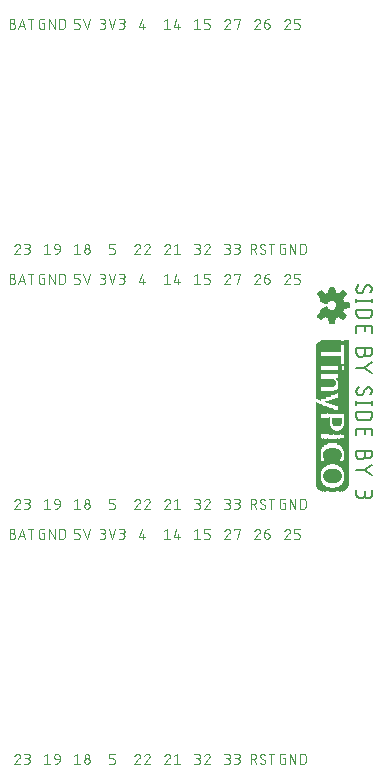
<source format=gto>
G75*
%MOIN*%
%OFA0B0*%
%FSLAX25Y25*%
%IPPOS*%
%LPD*%
%AMOC8*
5,1,8,0,0,1.08239X$1,22.5*
%
%ADD10C,0.00700*%
%ADD11C,0.00300*%
%ADD12C,0.00591*%
%ADD13R,0.00028X0.27104*%
%ADD14R,0.00028X0.15540*%
%ADD15R,0.00028X0.00868*%
%ADD16R,0.00028X0.27384*%
%ADD17R,0.00028X0.16772*%
%ADD18R,0.00028X0.27496*%
%ADD19R,0.00028X0.16996*%
%ADD20R,0.00028X0.27580*%
%ADD21R,0.00028X0.17164*%
%ADD22R,0.00028X0.27664*%
%ADD23R,0.00028X0.17304*%
%ADD24R,0.00028X0.27720*%
%ADD25R,0.00028X0.17444*%
%ADD26R,0.00028X0.27804*%
%ADD27R,0.00028X0.17556*%
%ADD28R,0.00028X0.27860*%
%ADD29R,0.00028X0.17668*%
%ADD30R,0.00028X0.27916*%
%ADD31R,0.00028X0.17752*%
%ADD32R,0.00028X0.27944*%
%ADD33R,0.00028X0.17836*%
%ADD34R,0.00028X0.28000*%
%ADD35R,0.00028X0.17948*%
%ADD36R,0.00028X0.28028*%
%ADD37R,0.00028X0.18032*%
%ADD38R,0.00028X0.28084*%
%ADD39R,0.00028X0.18060*%
%ADD40R,0.00028X0.28084*%
%ADD41R,0.00028X0.18144*%
%ADD42R,0.00028X0.28140*%
%ADD43R,0.00028X0.18200*%
%ADD44R,0.00028X0.28168*%
%ADD45R,0.00028X0.18284*%
%ADD46R,0.00028X0.28196*%
%ADD47R,0.00028X0.18340*%
%ADD48R,0.00028X0.18396*%
%ADD49R,0.00028X0.28252*%
%ADD50R,0.00028X0.18452*%
%ADD51R,0.00028X0.28280*%
%ADD52R,0.00028X0.18508*%
%ADD53R,0.00028X0.28308*%
%ADD54R,0.00028X0.18564*%
%ADD55R,0.00028X0.28336*%
%ADD56R,0.00028X0.18620*%
%ADD57R,0.00028X0.18648*%
%ADD58R,0.00028X0.28364*%
%ADD59R,0.00028X0.18704*%
%ADD60R,0.00028X0.28364*%
%ADD61R,0.00028X0.18760*%
%ADD62R,0.00028X0.28392*%
%ADD63R,0.00028X0.18788*%
%ADD64R,0.00028X0.18816*%
%ADD65R,0.00028X0.28448*%
%ADD66R,0.00028X0.18872*%
%ADD67R,0.00028X0.28476*%
%ADD68R,0.00028X0.18900*%
%ADD69R,0.00028X0.28448*%
%ADD70R,0.00028X0.18956*%
%ADD71R,0.00028X0.28476*%
%ADD72R,0.00028X0.18984*%
%ADD73R,0.00028X0.28504*%
%ADD74R,0.00028X0.19040*%
%ADD75R,0.00028X0.19068*%
%ADD76R,0.00028X0.28532*%
%ADD77R,0.00028X0.19096*%
%ADD78R,0.00028X0.19152*%
%ADD79R,0.00028X0.28560*%
%ADD80R,0.00028X0.28588*%
%ADD81R,0.00028X0.19208*%
%ADD82R,0.00028X0.28560*%
%ADD83R,0.00028X0.19236*%
%ADD84R,0.00028X0.19264*%
%ADD85R,0.00028X0.19292*%
%ADD86R,0.00028X0.28616*%
%ADD87R,0.00028X0.19320*%
%ADD88R,0.00028X0.19348*%
%ADD89R,0.00028X0.19404*%
%ADD90R,0.00028X0.28644*%
%ADD91R,0.00028X0.19404*%
%ADD92R,0.00028X0.28644*%
%ADD93R,0.00028X0.19432*%
%ADD94R,0.00028X0.19460*%
%ADD95R,0.00028X0.19488*%
%ADD96R,0.00028X0.16352*%
%ADD97R,0.00028X0.06244*%
%ADD98R,0.00028X0.04200*%
%ADD99R,0.00028X0.19516*%
%ADD100R,0.00028X0.16128*%
%ADD101R,0.00028X0.05740*%
%ADD102R,0.00028X0.04004*%
%ADD103R,0.00028X0.19544*%
%ADD104R,0.00028X0.15932*%
%ADD105R,0.00028X0.05348*%
%ADD106R,0.00028X0.03780*%
%ADD107R,0.00028X0.19572*%
%ADD108R,0.00028X0.15764*%
%ADD109R,0.00028X0.05068*%
%ADD110R,0.00028X0.03696*%
%ADD111R,0.00028X0.03556*%
%ADD112R,0.00028X0.03164*%
%ADD113R,0.00028X0.01512*%
%ADD114R,0.00028X0.02576*%
%ADD115R,0.00028X0.02996*%
%ADD116R,0.00028X0.03136*%
%ADD117R,0.00028X0.05432*%
%ADD118R,0.00028X0.04172*%
%ADD119R,0.00028X0.04816*%
%ADD120R,0.00028X0.03556*%
%ADD121R,0.00028X0.03584*%
%ADD122R,0.00028X0.03024*%
%ADD123R,0.00028X0.04032*%
%ADD124R,0.00028X0.04592*%
%ADD125R,0.00028X0.03472*%
%ADD126R,0.00028X0.03108*%
%ADD127R,0.00028X0.03948*%
%ADD128R,0.00028X0.04396*%
%ADD129R,0.00028X0.03388*%
%ADD130R,0.00028X0.03612*%
%ADD131R,0.00028X0.03864*%
%ADD132R,0.00028X0.03332*%
%ADD133R,0.00028X0.03612*%
%ADD134R,0.00028X0.03164*%
%ADD135R,0.00028X0.01512*%
%ADD136R,0.00028X0.02576*%
%ADD137R,0.00028X0.03024*%
%ADD138R,0.00028X0.03080*%
%ADD139R,0.00028X0.05432*%
%ADD140R,0.00028X0.04032*%
%ADD141R,0.00028X0.03248*%
%ADD142R,0.00028X0.03640*%
%ADD143R,0.00028X0.03080*%
%ADD144R,0.00028X0.03192*%
%ADD145R,0.00028X0.03640*%
%ADD146R,0.00028X0.03724*%
%ADD147R,0.00028X0.03668*%
%ADD148R,0.00028X0.03052*%
%ADD149R,0.00028X0.03500*%
%ADD150R,0.00028X0.02968*%
%ADD151R,0.00028X0.03444*%
%ADD152R,0.00028X0.03220*%
%ADD153R,0.00028X0.02940*%
%ADD154R,0.00028X0.03696*%
%ADD155R,0.00028X0.02968*%
%ADD156R,0.00028X0.03332*%
%ADD157R,0.00028X0.03108*%
%ADD158R,0.00028X0.02884*%
%ADD159R,0.00028X0.03276*%
%ADD160R,0.00028X0.02856*%
%ADD161R,0.00028X0.03248*%
%ADD162R,0.00028X0.02800*%
%ADD163R,0.00028X0.02912*%
%ADD164R,0.00028X0.02828*%
%ADD165R,0.00028X0.02744*%
%ADD166R,0.00028X0.03752*%
%ADD167R,0.00028X0.02716*%
%ADD168R,0.00028X0.02884*%
%ADD169R,0.00028X0.02660*%
%ADD170R,0.00028X0.02688*%
%ADD171R,0.00028X0.03752*%
%ADD172R,0.00028X0.02940*%
%ADD173R,0.00028X0.03052*%
%ADD174R,0.00028X0.02660*%
%ADD175R,0.00028X0.02632*%
%ADD176R,0.00028X0.02604*%
%ADD177R,0.00028X0.03780*%
%ADD178R,0.00028X0.02940*%
%ADD179R,0.00028X0.02548*%
%ADD180R,0.00028X0.02548*%
%ADD181R,0.00028X0.02828*%
%ADD182R,0.00028X0.02912*%
%ADD183R,0.00028X0.02492*%
%ADD184R,0.00028X0.02520*%
%ADD185R,0.00028X0.02856*%
%ADD186R,0.00028X0.02464*%
%ADD187R,0.00028X0.03808*%
%ADD188R,0.00028X0.02828*%
%ADD189R,0.00028X0.02828*%
%ADD190R,0.00028X0.02464*%
%ADD191R,0.00028X0.03808*%
%ADD192R,0.00028X0.02408*%
%ADD193R,0.00028X0.02436*%
%ADD194R,0.00028X0.02772*%
%ADD195R,0.00028X0.02380*%
%ADD196R,0.00028X0.02352*%
%ADD197R,0.00028X0.03836*%
%ADD198R,0.00028X0.02324*%
%ADD199R,0.00028X0.02296*%
%ADD200R,0.00028X0.03836*%
%ADD201R,0.00028X0.02744*%
%ADD202R,0.00028X0.02296*%
%ADD203R,0.00028X0.02268*%
%ADD204R,0.00028X0.02212*%
%ADD205R,0.00028X0.02240*%
%ADD206R,0.00028X0.02184*%
%ADD207R,0.00028X0.02212*%
%ADD208R,0.00028X0.02156*%
%ADD209R,0.00028X0.02128*%
%ADD210R,0.00028X0.02128*%
%ADD211R,0.00028X0.03864*%
%ADD212R,0.00028X0.02436*%
%ADD213R,0.00028X0.02100*%
%ADD214R,0.00028X0.02128*%
%ADD215R,0.00028X0.02100*%
%ADD216R,0.00028X0.02632*%
%ADD217R,0.00028X0.02072*%
%ADD218R,0.00028X0.00728*%
%ADD219R,0.00028X0.02044*%
%ADD220R,0.00028X0.00616*%
%ADD221R,0.00028X0.01148*%
%ADD222R,0.00028X0.02016*%
%ADD223R,0.00028X0.01008*%
%ADD224R,0.00028X0.01428*%
%ADD225R,0.00028X0.01288*%
%ADD226R,0.00028X0.02604*%
%ADD227R,0.00028X0.02688*%
%ADD228R,0.00028X0.01680*%
%ADD229R,0.00028X0.01988*%
%ADD230R,0.00028X0.02576*%
%ADD231R,0.00028X0.01876*%
%ADD232R,0.00028X0.01960*%
%ADD233R,0.00028X0.01680*%
%ADD234R,0.00028X0.01848*%
%ADD235R,0.00028X0.01932*%
%ADD236R,0.00028X0.01904*%
%ADD237R,0.00028X0.02184*%
%ADD238R,0.00028X0.02240*%
%ADD239R,0.00028X0.02520*%
%ADD240R,0.00028X0.02184*%
%ADD241R,0.00028X0.01904*%
%ADD242R,0.00028X0.02352*%
%ADD243R,0.00028X0.01848*%
%ADD244R,0.00028X0.02520*%
%ADD245R,0.00028X0.02156*%
%ADD246R,0.00028X0.01848*%
%ADD247R,0.00028X0.01820*%
%ADD248R,0.00028X0.02492*%
%ADD249R,0.00028X0.01792*%
%ADD250R,0.00028X0.01820*%
%ADD251R,0.00028X0.02464*%
%ADD252R,0.00028X0.03192*%
%ADD253R,0.00028X0.01764*%
%ADD254R,0.00028X0.02464*%
%ADD255R,0.00028X0.02576*%
%ADD256R,0.00028X0.02072*%
%ADD257R,0.00028X0.03304*%
%ADD258R,0.00028X0.01820*%
%ADD259R,0.00028X0.02856*%
%ADD260R,0.00028X0.01736*%
%ADD261R,0.00028X0.01792*%
%ADD262R,0.00028X0.01736*%
%ADD263R,0.00028X0.05264*%
%ADD264R,0.00028X0.01708*%
%ADD265R,0.00028X0.05292*%
%ADD266R,0.00028X0.01988*%
%ADD267R,0.00028X0.05320*%
%ADD268R,0.00028X0.05348*%
%ADD269R,0.00028X0.01652*%
%ADD270R,0.00028X0.02380*%
%ADD271R,0.00028X0.00028*%
%ADD272R,0.00028X0.02492*%
%ADD273R,0.00028X0.01960*%
%ADD274R,0.00028X0.05376*%
%ADD275R,0.00028X0.01624*%
%ADD276R,0.00028X0.00084*%
%ADD277R,0.00028X0.05348*%
%ADD278R,0.00028X0.03360*%
%ADD279R,0.00028X0.01624*%
%ADD280R,0.00028X0.05376*%
%ADD281R,0.00028X0.03416*%
%ADD282R,0.00028X0.01596*%
%ADD283R,0.00028X0.00112*%
%ADD284R,0.00028X0.05376*%
%ADD285R,0.00028X0.05404*%
%ADD286R,0.00028X0.01568*%
%ADD287R,0.00028X0.00140*%
%ADD288R,0.00028X0.01876*%
%ADD289R,0.00028X0.03528*%
%ADD290R,0.00028X0.02324*%
%ADD291R,0.00028X0.00168*%
%ADD292R,0.00028X0.01876*%
%ADD293R,0.00028X0.03584*%
%ADD294R,0.00028X0.01540*%
%ADD295R,0.00028X0.00168*%
%ADD296R,0.00028X0.01540*%
%ADD297R,0.00028X0.00196*%
%ADD298R,0.00028X0.01512*%
%ADD299R,0.00028X0.00224*%
%ADD300R,0.00028X0.05460*%
%ADD301R,0.00028X0.01484*%
%ADD302R,0.00028X0.00252*%
%ADD303R,0.00028X0.02240*%
%ADD304R,0.00028X0.00280*%
%ADD305R,0.00028X0.01792*%
%ADD306R,0.00028X0.05460*%
%ADD307R,0.00028X0.01456*%
%ADD308R,0.00028X0.00280*%
%ADD309R,0.00028X0.05488*%
%ADD310R,0.00028X0.01456*%
%ADD311R,0.00028X0.00336*%
%ADD312R,0.00028X0.01764*%
%ADD313R,0.00028X0.03920*%
%ADD314R,0.00028X0.01428*%
%ADD315R,0.00028X0.00364*%
%ADD316R,0.00028X0.03976*%
%ADD317R,0.00028X0.01400*%
%ADD318R,0.00028X0.02184*%
%ADD319R,0.00028X0.00392*%
%ADD320R,0.00028X0.05488*%
%ADD321R,0.00028X0.03976*%
%ADD322R,0.00028X0.01400*%
%ADD323R,0.00028X0.00392*%
%ADD324R,0.00028X0.00420*%
%ADD325R,0.00028X0.05516*%
%ADD326R,0.00028X0.01372*%
%ADD327R,0.00028X0.00448*%
%ADD328R,0.00028X0.04088*%
%ADD329R,0.00028X0.00476*%
%ADD330R,0.00028X0.04144*%
%ADD331R,0.00028X0.01344*%
%ADD332R,0.00028X0.00504*%
%ADD333R,0.00028X0.00532*%
%ADD334R,0.00028X0.02212*%
%ADD335R,0.00028X0.05516*%
%ADD336R,0.00028X0.04172*%
%ADD337R,0.00028X0.01344*%
%ADD338R,0.00028X0.00532*%
%ADD339R,0.00028X0.01316*%
%ADD340R,0.00028X0.05544*%
%ADD341R,0.00028X0.00588*%
%ADD342R,0.00028X0.04256*%
%ADD343R,0.00028X0.02016*%
%ADD344R,0.00028X0.00644*%
%ADD345R,0.00028X0.02156*%
%ADD346R,0.00028X0.05544*%
%ADD347R,0.00028X0.04312*%
%ADD348R,0.00028X0.01288*%
%ADD349R,0.00028X0.00644*%
%ADD350R,0.00028X0.04312*%
%ADD351R,0.00028X0.01260*%
%ADD352R,0.00028X0.00700*%
%ADD353R,0.00028X0.04368*%
%ADD354R,0.00028X0.00756*%
%ADD355R,0.00028X0.01568*%
%ADD356R,0.00028X0.04424*%
%ADD357R,0.00028X0.01232*%
%ADD358R,0.00028X0.00756*%
%ADD359R,0.00028X0.04424*%
%ADD360R,0.00028X0.01232*%
%ADD361R,0.00028X0.00784*%
%ADD362R,0.00028X0.05572*%
%ADD363R,0.00028X0.00812*%
%ADD364R,0.00028X0.04480*%
%ADD365R,0.00028X0.00840*%
%ADD366R,0.00028X0.01540*%
%ADD367R,0.00028X0.01876*%
%ADD368R,0.00028X0.00868*%
%ADD369R,0.00028X0.02044*%
%ADD370R,0.00028X0.01540*%
%ADD371R,0.00028X0.05572*%
%ADD372R,0.00028X0.04480*%
%ADD373R,0.00028X0.01204*%
%ADD374R,0.00028X0.01204*%
%ADD375R,0.00028X0.00896*%
%ADD376R,0.00028X0.04508*%
%ADD377R,0.00028X0.00924*%
%ADD378R,0.00028X0.04536*%
%ADD379R,0.00028X0.00952*%
%ADD380R,0.00028X0.01176*%
%ADD381R,0.00028X0.04228*%
%ADD382R,0.00028X0.00980*%
%ADD383R,0.00028X0.01820*%
%ADD384R,0.00028X0.01008*%
%ADD385R,0.00028X0.03220*%
%ADD386R,0.00028X0.04564*%
%ADD387R,0.00028X0.01176*%
%ADD388R,0.00028X0.04592*%
%ADD389R,0.00028X0.01036*%
%ADD390R,0.00028X0.01064*%
%ADD391R,0.00028X0.01484*%
%ADD392R,0.00028X0.01092*%
%ADD393R,0.00028X0.01120*%
%ADD394R,0.00028X0.01484*%
%ADD395R,0.00028X0.04620*%
%ADD396R,0.00028X0.01148*%
%ADD397R,0.00028X0.01120*%
%ADD398R,0.00028X0.04620*%
%ADD399R,0.00028X0.04648*%
%ADD400R,0.00028X0.02212*%
%ADD401R,0.00028X0.04648*%
%ADD402R,0.00028X0.01456*%
%ADD403R,0.00028X0.04676*%
%ADD404R,0.00028X0.02548*%
%ADD405R,0.00028X0.01596*%
%ADD406R,0.00028X0.01764*%
%ADD407R,0.00028X0.01456*%
%ADD408R,0.00028X0.04704*%
%ADD409R,0.00028X0.04704*%
%ADD410R,0.00028X0.05600*%
%ADD411R,0.00028X0.02520*%
%ADD412R,0.00028X0.01512*%
%ADD413R,0.00028X0.05600*%
%ADD414R,0.00028X0.01372*%
%ADD415R,0.00028X0.01428*%
%ADD416R,0.00028X0.02156*%
%ADD417R,0.00028X0.01260*%
%ADD418R,0.00028X0.02716*%
%ADD419R,0.00028X0.04564*%
%ADD420R,0.00028X0.02772*%
%ADD421R,0.00028X0.04508*%
%ADD422R,0.00028X0.04452*%
%ADD423R,0.00028X0.02492*%
%ADD424R,0.00028X0.00028*%
%ADD425R,0.00028X0.00112*%
%ADD426R,0.00028X0.01148*%
%ADD427R,0.00028X0.04340*%
%ADD428R,0.00028X0.00196*%
%ADD429R,0.00028X0.01092*%
%ADD430R,0.00028X0.01148*%
%ADD431R,0.00028X0.00392*%
%ADD432R,0.00028X0.00420*%
%ADD433R,0.00028X0.01036*%
%ADD434R,0.00028X0.04200*%
%ADD435R,0.00028X0.01316*%
%ADD436R,0.00028X0.04116*%
%ADD437R,0.00028X0.00700*%
%ADD438R,0.00028X0.01428*%
%ADD439R,0.00028X0.00980*%
%ADD440R,0.00028X0.01708*%
%ADD441R,0.00028X0.01120*%
%ADD442R,0.00028X0.00896*%
%ADD443R,0.00028X0.02800*%
%ADD444R,0.00028X0.05404*%
%ADD445R,0.00028X0.08652*%
%ADD446R,0.00028X0.08848*%
%ADD447R,0.00028X0.08764*%
%ADD448R,0.00028X0.08932*%
%ADD449R,0.00028X0.08876*%
%ADD450R,0.00028X0.09072*%
%ADD451R,0.00028X0.03612*%
%ADD452R,0.00028X0.09016*%
%ADD453R,0.00028X0.09212*%
%ADD454R,0.00028X0.09268*%
%ADD455R,0.00028X0.09464*%
%ADD456R,0.00028X0.19124*%
%ADD457R,0.00028X0.05320*%
%ADD458R,0.00028X0.19124*%
%ADD459R,0.00028X0.05320*%
%ADD460R,0.00028X0.03360*%
%ADD461R,0.00028X0.03304*%
%ADD462R,0.00028X0.05292*%
%ADD463R,0.00028X0.03192*%
%ADD464R,0.00028X0.02884*%
%ADD465R,0.00028X0.01904*%
%ADD466R,0.00028X0.16800*%
%ADD467R,0.00028X0.01176*%
%ADD468R,0.00028X0.14532*%
%ADD469R,0.00028X0.00812*%
%ADD470R,0.00028X0.14504*%
%ADD471R,0.00028X0.00840*%
%ADD472R,0.00028X0.14504*%
%ADD473R,0.00028X0.01652*%
%ADD474R,0.00028X0.02128*%
%ADD475R,0.00028X0.01848*%
%ADD476R,0.00028X0.02268*%
%ADD477R,0.00028X0.02548*%
%ADD478R,0.00028X0.03220*%
%ADD479R,0.00028X0.03248*%
%ADD480R,0.00028X0.03612*%
%ADD481R,0.00028X0.03724*%
%ADD482R,0.00028X0.03920*%
%ADD483R,0.00028X0.04060*%
%ADD484R,0.00028X0.04256*%
%ADD485R,0.00028X0.04284*%
%ADD486R,0.00028X0.08512*%
%ADD487R,0.00028X0.09828*%
%ADD488R,0.00028X0.05096*%
%ADD489R,0.00028X0.08512*%
%ADD490R,0.00028X0.27356*%
%ADD491R,0.00028X0.27608*%
%ADD492R,0.00028X0.08540*%
%ADD493R,0.00028X0.06300*%
%ADD494R,0.00028X0.49840*%
%ADD495R,0.00028X0.49812*%
%ADD496R,0.00028X0.49784*%
%ADD497R,0.00028X0.49756*%
%ADD498R,0.00028X0.49728*%
%ADD499R,0.00028X0.49700*%
%ADD500R,0.00028X0.49672*%
%ADD501R,0.00028X0.49644*%
%ADD502R,0.00028X0.49616*%
%ADD503R,0.00028X0.49588*%
%ADD504R,0.00028X0.49560*%
%ADD505R,0.00028X0.49532*%
%ADD506R,0.00028X0.49504*%
%ADD507R,0.00028X0.49448*%
%ADD508R,0.00028X0.49420*%
%ADD509R,0.00028X0.49392*%
%ADD510R,0.00028X0.49364*%
%ADD511R,0.00028X0.49336*%
%ADD512R,0.00028X0.49308*%
%ADD513R,0.00028X0.49252*%
%ADD514R,0.00028X0.49224*%
%ADD515R,0.00028X0.49196*%
%ADD516R,0.00028X0.49140*%
%ADD517R,0.00028X0.49112*%
%ADD518R,0.00028X0.49056*%
%ADD519R,0.00028X0.49000*%
%ADD520R,0.00028X0.48972*%
%ADD521R,0.00028X0.48916*%
%ADD522R,0.00028X0.48860*%
%ADD523R,0.00028X0.48804*%
%ADD524R,0.00028X0.48748*%
%ADD525R,0.00028X0.48692*%
%ADD526R,0.00028X0.48608*%
%ADD527R,0.00028X0.48524*%
%ADD528R,0.00028X0.48468*%
%ADD529R,0.00028X0.48356*%
%ADD530R,0.00028X0.48244*%
%ADD531R,0.00028X0.48104*%
%ADD532R,0.00028X0.47908*%
D10*
X0131083Y0564078D02*
X0131083Y0565211D01*
X0131084Y0564078D02*
X0131086Y0564012D01*
X0131092Y0563946D01*
X0131101Y0563881D01*
X0131115Y0563817D01*
X0131132Y0563753D01*
X0131152Y0563690D01*
X0131177Y0563629D01*
X0131205Y0563570D01*
X0131236Y0563512D01*
X0131270Y0563455D01*
X0131308Y0563401D01*
X0131349Y0563350D01*
X0131393Y0563300D01*
X0131439Y0563254D01*
X0131489Y0563210D01*
X0131540Y0563169D01*
X0131594Y0563131D01*
X0131651Y0563097D01*
X0131709Y0563066D01*
X0131768Y0563038D01*
X0131829Y0563013D01*
X0131892Y0562993D01*
X0131956Y0562976D01*
X0132020Y0562962D01*
X0132085Y0562953D01*
X0132151Y0562947D01*
X0132217Y0562945D01*
X0132283Y0562947D01*
X0132349Y0562953D01*
X0132414Y0562962D01*
X0132478Y0562976D01*
X0132542Y0562993D01*
X0132605Y0563013D01*
X0132666Y0563038D01*
X0132725Y0563066D01*
X0132784Y0563097D01*
X0132840Y0563131D01*
X0132894Y0563169D01*
X0132945Y0563210D01*
X0132995Y0563254D01*
X0133041Y0563300D01*
X0133085Y0563350D01*
X0133126Y0563401D01*
X0133164Y0563455D01*
X0133198Y0563512D01*
X0133229Y0563570D01*
X0133257Y0563629D01*
X0133282Y0563690D01*
X0133302Y0563753D01*
X0133319Y0563817D01*
X0133333Y0563881D01*
X0133342Y0563946D01*
X0133348Y0564012D01*
X0133350Y0564078D01*
X0133350Y0565778D01*
X0133350Y0570665D02*
X0130942Y0572365D01*
X0128250Y0572365D01*
X0130942Y0572365D02*
X0133350Y0574065D01*
X0133350Y0577314D02*
X0133350Y0578731D01*
X0128250Y0578731D01*
X0128250Y0577314D01*
X0128252Y0577240D01*
X0128258Y0577166D01*
X0128267Y0577092D01*
X0128281Y0577019D01*
X0128298Y0576947D01*
X0128319Y0576876D01*
X0128344Y0576806D01*
X0128373Y0576738D01*
X0128404Y0576671D01*
X0128440Y0576606D01*
X0128479Y0576542D01*
X0128521Y0576481D01*
X0128566Y0576422D01*
X0128614Y0576366D01*
X0128665Y0576312D01*
X0128719Y0576261D01*
X0128775Y0576213D01*
X0128834Y0576168D01*
X0128895Y0576126D01*
X0128959Y0576087D01*
X0129024Y0576051D01*
X0129091Y0576020D01*
X0129159Y0575991D01*
X0129229Y0575966D01*
X0129300Y0575945D01*
X0129372Y0575928D01*
X0129445Y0575914D01*
X0129519Y0575905D01*
X0129593Y0575899D01*
X0129667Y0575897D01*
X0129741Y0575899D01*
X0129815Y0575905D01*
X0129889Y0575914D01*
X0129962Y0575928D01*
X0130034Y0575945D01*
X0130105Y0575966D01*
X0130175Y0575991D01*
X0130243Y0576020D01*
X0130310Y0576051D01*
X0130376Y0576087D01*
X0130439Y0576126D01*
X0130500Y0576168D01*
X0130559Y0576213D01*
X0130615Y0576261D01*
X0130669Y0576312D01*
X0130720Y0576366D01*
X0130768Y0576422D01*
X0130813Y0576481D01*
X0130855Y0576542D01*
X0130894Y0576606D01*
X0130930Y0576671D01*
X0130961Y0576738D01*
X0130990Y0576806D01*
X0131015Y0576876D01*
X0131036Y0576947D01*
X0131053Y0577019D01*
X0131067Y0577092D01*
X0131076Y0577166D01*
X0131082Y0577240D01*
X0131084Y0577314D01*
X0131083Y0577314D02*
X0131083Y0578731D01*
X0131084Y0577314D02*
X0131086Y0577248D01*
X0131092Y0577182D01*
X0131101Y0577117D01*
X0131115Y0577053D01*
X0131132Y0576989D01*
X0131152Y0576926D01*
X0131177Y0576865D01*
X0131205Y0576806D01*
X0131236Y0576748D01*
X0131270Y0576691D01*
X0131308Y0576637D01*
X0131349Y0576586D01*
X0131393Y0576536D01*
X0131439Y0576490D01*
X0131489Y0576446D01*
X0131540Y0576405D01*
X0131594Y0576367D01*
X0131651Y0576333D01*
X0131709Y0576302D01*
X0131768Y0576274D01*
X0131829Y0576249D01*
X0131892Y0576229D01*
X0131956Y0576212D01*
X0132020Y0576198D01*
X0132085Y0576189D01*
X0132151Y0576183D01*
X0132217Y0576181D01*
X0132283Y0576183D01*
X0132349Y0576189D01*
X0132414Y0576198D01*
X0132478Y0576212D01*
X0132542Y0576229D01*
X0132605Y0576249D01*
X0132666Y0576274D01*
X0132725Y0576302D01*
X0132784Y0576333D01*
X0132840Y0576367D01*
X0132894Y0576405D01*
X0132945Y0576446D01*
X0132995Y0576490D01*
X0133041Y0576536D01*
X0133085Y0576586D01*
X0133126Y0576637D01*
X0133164Y0576691D01*
X0133198Y0576748D01*
X0133229Y0576806D01*
X0133257Y0576865D01*
X0133282Y0576926D01*
X0133302Y0576989D01*
X0133319Y0577053D01*
X0133333Y0577117D01*
X0133342Y0577182D01*
X0133348Y0577248D01*
X0133350Y0577314D01*
X0133350Y0583856D02*
X0133350Y0586123D01*
X0128250Y0586123D01*
X0128250Y0583856D01*
X0131083Y0584423D02*
X0131083Y0586123D01*
X0131933Y0588870D02*
X0129667Y0588870D01*
X0129593Y0588872D01*
X0129519Y0588878D01*
X0129445Y0588887D01*
X0129372Y0588901D01*
X0129300Y0588918D01*
X0129229Y0588939D01*
X0129159Y0588964D01*
X0129091Y0588993D01*
X0129024Y0589024D01*
X0128958Y0589060D01*
X0128895Y0589099D01*
X0128834Y0589141D01*
X0128775Y0589186D01*
X0128719Y0589234D01*
X0128665Y0589285D01*
X0128614Y0589339D01*
X0128566Y0589395D01*
X0128521Y0589454D01*
X0128479Y0589515D01*
X0128440Y0589579D01*
X0128404Y0589644D01*
X0128373Y0589711D01*
X0128344Y0589779D01*
X0128319Y0589849D01*
X0128298Y0589920D01*
X0128281Y0589992D01*
X0128267Y0590065D01*
X0128258Y0590139D01*
X0128252Y0590213D01*
X0128250Y0590287D01*
X0128250Y0591704D01*
X0133350Y0591704D01*
X0133350Y0590287D01*
X0133348Y0590213D01*
X0133342Y0590139D01*
X0133333Y0590065D01*
X0133319Y0589992D01*
X0133302Y0589920D01*
X0133281Y0589849D01*
X0133256Y0589779D01*
X0133227Y0589711D01*
X0133196Y0589644D01*
X0133160Y0589579D01*
X0133121Y0589515D01*
X0133079Y0589454D01*
X0133034Y0589395D01*
X0132986Y0589339D01*
X0132935Y0589285D01*
X0132881Y0589234D01*
X0132825Y0589186D01*
X0132766Y0589141D01*
X0132705Y0589099D01*
X0132642Y0589060D01*
X0132576Y0589024D01*
X0132509Y0588993D01*
X0132441Y0588964D01*
X0132371Y0588939D01*
X0132300Y0588918D01*
X0132228Y0588901D01*
X0132155Y0588887D01*
X0132081Y0588878D01*
X0132007Y0588872D01*
X0131933Y0588870D01*
X0133350Y0594070D02*
X0133350Y0595204D01*
X0133350Y0594637D02*
X0128250Y0594637D01*
X0128250Y0595204D02*
X0128250Y0594070D01*
X0130375Y0597789D02*
X0131225Y0599347D01*
X0133350Y0598781D02*
X0133348Y0598690D01*
X0133342Y0598599D01*
X0133332Y0598508D01*
X0133319Y0598418D01*
X0133301Y0598329D01*
X0133280Y0598240D01*
X0133255Y0598152D01*
X0133226Y0598066D01*
X0133194Y0597981D01*
X0133157Y0597897D01*
X0133118Y0597815D01*
X0133075Y0597735D01*
X0133028Y0597656D01*
X0132978Y0597580D01*
X0132925Y0597506D01*
X0131225Y0599347D02*
X0131261Y0599404D01*
X0131299Y0599458D01*
X0131341Y0599509D01*
X0131385Y0599559D01*
X0131433Y0599605D01*
X0131482Y0599649D01*
X0131535Y0599690D01*
X0131589Y0599728D01*
X0131646Y0599762D01*
X0131705Y0599794D01*
X0131765Y0599821D01*
X0131827Y0599846D01*
X0131890Y0599866D01*
X0131954Y0599883D01*
X0132019Y0599897D01*
X0132085Y0599906D01*
X0132151Y0599912D01*
X0132217Y0599914D01*
X0132283Y0599912D01*
X0132349Y0599906D01*
X0132414Y0599897D01*
X0132478Y0599883D01*
X0132542Y0599866D01*
X0132605Y0599846D01*
X0132666Y0599821D01*
X0132725Y0599793D01*
X0132784Y0599762D01*
X0132840Y0599728D01*
X0132894Y0599690D01*
X0132945Y0599649D01*
X0132995Y0599605D01*
X0133041Y0599559D01*
X0133085Y0599509D01*
X0133126Y0599458D01*
X0133164Y0599404D01*
X0133198Y0599348D01*
X0133229Y0599289D01*
X0133257Y0599230D01*
X0133282Y0599169D01*
X0133302Y0599106D01*
X0133319Y0599042D01*
X0133333Y0598978D01*
X0133342Y0598913D01*
X0133348Y0598847D01*
X0133350Y0598781D01*
X0128958Y0600056D02*
X0128893Y0599988D01*
X0128829Y0599918D01*
X0128769Y0599845D01*
X0128712Y0599770D01*
X0128658Y0599692D01*
X0128606Y0599613D01*
X0128558Y0599531D01*
X0128514Y0599448D01*
X0128472Y0599363D01*
X0128434Y0599277D01*
X0128400Y0599189D01*
X0128368Y0599100D01*
X0128341Y0599009D01*
X0128317Y0598918D01*
X0128296Y0598826D01*
X0128280Y0598732D01*
X0128267Y0598639D01*
X0128257Y0598545D01*
X0128252Y0598450D01*
X0128250Y0598356D01*
X0128252Y0598290D01*
X0128258Y0598224D01*
X0128267Y0598159D01*
X0128281Y0598095D01*
X0128298Y0598031D01*
X0128318Y0597968D01*
X0128343Y0597907D01*
X0128371Y0597848D01*
X0128402Y0597790D01*
X0128436Y0597733D01*
X0128474Y0597679D01*
X0128515Y0597628D01*
X0128559Y0597578D01*
X0128605Y0597532D01*
X0128655Y0597488D01*
X0128706Y0597447D01*
X0128760Y0597409D01*
X0128817Y0597375D01*
X0128875Y0597344D01*
X0128934Y0597316D01*
X0128995Y0597291D01*
X0129058Y0597271D01*
X0129122Y0597254D01*
X0129186Y0597240D01*
X0129251Y0597231D01*
X0129317Y0597225D01*
X0129383Y0597223D01*
X0129383Y0597222D02*
X0129449Y0597224D01*
X0129515Y0597230D01*
X0129581Y0597239D01*
X0129646Y0597253D01*
X0129710Y0597270D01*
X0129773Y0597290D01*
X0129835Y0597315D01*
X0129895Y0597342D01*
X0129954Y0597374D01*
X0130011Y0597408D01*
X0130065Y0597446D01*
X0130118Y0597487D01*
X0130167Y0597531D01*
X0130215Y0597577D01*
X0130259Y0597627D01*
X0130301Y0597678D01*
X0130339Y0597732D01*
X0130375Y0597789D01*
X0133350Y0604769D02*
X0130942Y0606469D01*
X0128250Y0606469D01*
X0130942Y0606469D02*
X0133350Y0608169D01*
X0133350Y0611418D02*
X0133350Y0612835D01*
X0128250Y0612835D01*
X0128250Y0611418D01*
X0128252Y0611344D01*
X0128258Y0611270D01*
X0128267Y0611196D01*
X0128281Y0611123D01*
X0128298Y0611051D01*
X0128319Y0610980D01*
X0128344Y0610910D01*
X0128373Y0610842D01*
X0128404Y0610775D01*
X0128440Y0610710D01*
X0128479Y0610646D01*
X0128521Y0610585D01*
X0128566Y0610526D01*
X0128614Y0610470D01*
X0128665Y0610416D01*
X0128719Y0610365D01*
X0128775Y0610317D01*
X0128834Y0610272D01*
X0128895Y0610230D01*
X0128959Y0610191D01*
X0129024Y0610155D01*
X0129091Y0610124D01*
X0129159Y0610095D01*
X0129229Y0610070D01*
X0129300Y0610049D01*
X0129372Y0610032D01*
X0129445Y0610018D01*
X0129519Y0610009D01*
X0129593Y0610003D01*
X0129667Y0610001D01*
X0129741Y0610003D01*
X0129815Y0610009D01*
X0129889Y0610018D01*
X0129962Y0610032D01*
X0130034Y0610049D01*
X0130105Y0610070D01*
X0130175Y0610095D01*
X0130243Y0610124D01*
X0130310Y0610155D01*
X0130376Y0610191D01*
X0130439Y0610230D01*
X0130500Y0610272D01*
X0130559Y0610317D01*
X0130615Y0610365D01*
X0130669Y0610416D01*
X0130720Y0610470D01*
X0130768Y0610526D01*
X0130813Y0610585D01*
X0130855Y0610646D01*
X0130894Y0610710D01*
X0130930Y0610775D01*
X0130961Y0610842D01*
X0130990Y0610910D01*
X0131015Y0610980D01*
X0131036Y0611051D01*
X0131053Y0611123D01*
X0131067Y0611196D01*
X0131076Y0611270D01*
X0131082Y0611344D01*
X0131084Y0611418D01*
X0131083Y0611418D02*
X0131083Y0612835D01*
X0131084Y0611418D02*
X0131086Y0611352D01*
X0131092Y0611286D01*
X0131101Y0611221D01*
X0131115Y0611157D01*
X0131132Y0611093D01*
X0131152Y0611030D01*
X0131177Y0610969D01*
X0131205Y0610910D01*
X0131236Y0610852D01*
X0131270Y0610795D01*
X0131308Y0610741D01*
X0131349Y0610690D01*
X0131393Y0610640D01*
X0131439Y0610594D01*
X0131489Y0610550D01*
X0131540Y0610509D01*
X0131594Y0610471D01*
X0131651Y0610437D01*
X0131709Y0610406D01*
X0131768Y0610378D01*
X0131829Y0610353D01*
X0131892Y0610333D01*
X0131956Y0610316D01*
X0132020Y0610302D01*
X0132085Y0610293D01*
X0132151Y0610287D01*
X0132217Y0610285D01*
X0132283Y0610287D01*
X0132349Y0610293D01*
X0132414Y0610302D01*
X0132478Y0610316D01*
X0132542Y0610333D01*
X0132605Y0610353D01*
X0132666Y0610378D01*
X0132725Y0610406D01*
X0132784Y0610437D01*
X0132840Y0610471D01*
X0132894Y0610509D01*
X0132945Y0610550D01*
X0132995Y0610594D01*
X0133041Y0610640D01*
X0133085Y0610690D01*
X0133126Y0610741D01*
X0133164Y0610795D01*
X0133198Y0610852D01*
X0133229Y0610910D01*
X0133257Y0610969D01*
X0133282Y0611030D01*
X0133302Y0611093D01*
X0133319Y0611157D01*
X0133333Y0611221D01*
X0133342Y0611286D01*
X0133348Y0611352D01*
X0133350Y0611418D01*
X0133350Y0617960D02*
X0133350Y0620227D01*
X0128250Y0620227D01*
X0128250Y0617960D01*
X0131083Y0618527D02*
X0131083Y0620227D01*
X0131933Y0622974D02*
X0129667Y0622974D01*
X0129593Y0622976D01*
X0129519Y0622982D01*
X0129445Y0622991D01*
X0129372Y0623005D01*
X0129300Y0623022D01*
X0129229Y0623043D01*
X0129159Y0623068D01*
X0129091Y0623097D01*
X0129024Y0623128D01*
X0128958Y0623164D01*
X0128895Y0623203D01*
X0128834Y0623245D01*
X0128775Y0623290D01*
X0128719Y0623338D01*
X0128665Y0623389D01*
X0128614Y0623443D01*
X0128566Y0623499D01*
X0128521Y0623558D01*
X0128479Y0623619D01*
X0128440Y0623683D01*
X0128404Y0623748D01*
X0128373Y0623815D01*
X0128344Y0623883D01*
X0128319Y0623953D01*
X0128298Y0624024D01*
X0128281Y0624096D01*
X0128267Y0624169D01*
X0128258Y0624243D01*
X0128252Y0624317D01*
X0128250Y0624391D01*
X0128250Y0625808D01*
X0133350Y0625808D01*
X0133350Y0624391D01*
X0133348Y0624317D01*
X0133342Y0624243D01*
X0133333Y0624169D01*
X0133319Y0624096D01*
X0133302Y0624024D01*
X0133281Y0623953D01*
X0133256Y0623883D01*
X0133227Y0623815D01*
X0133196Y0623748D01*
X0133160Y0623683D01*
X0133121Y0623619D01*
X0133079Y0623558D01*
X0133034Y0623499D01*
X0132986Y0623443D01*
X0132935Y0623389D01*
X0132881Y0623338D01*
X0132825Y0623290D01*
X0132766Y0623245D01*
X0132705Y0623203D01*
X0132642Y0623164D01*
X0132576Y0623128D01*
X0132509Y0623097D01*
X0132441Y0623068D01*
X0132371Y0623043D01*
X0132300Y0623022D01*
X0132228Y0623005D01*
X0132155Y0622991D01*
X0132081Y0622982D01*
X0132007Y0622976D01*
X0131933Y0622974D01*
X0133350Y0628174D02*
X0133350Y0629308D01*
X0133350Y0628741D02*
X0128250Y0628741D01*
X0128250Y0629308D02*
X0128250Y0628174D01*
X0130375Y0631893D02*
X0131225Y0633451D01*
X0133350Y0632884D02*
X0133348Y0632793D01*
X0133342Y0632702D01*
X0133332Y0632611D01*
X0133319Y0632521D01*
X0133301Y0632432D01*
X0133280Y0632343D01*
X0133255Y0632255D01*
X0133226Y0632169D01*
X0133194Y0632084D01*
X0133157Y0632000D01*
X0133118Y0631918D01*
X0133075Y0631838D01*
X0133028Y0631759D01*
X0132978Y0631683D01*
X0132925Y0631609D01*
X0131225Y0633451D02*
X0131261Y0633508D01*
X0131299Y0633562D01*
X0131341Y0633613D01*
X0131385Y0633663D01*
X0131433Y0633709D01*
X0131482Y0633753D01*
X0131535Y0633794D01*
X0131589Y0633832D01*
X0131646Y0633866D01*
X0131705Y0633898D01*
X0131765Y0633925D01*
X0131827Y0633950D01*
X0131890Y0633970D01*
X0131954Y0633987D01*
X0132019Y0634001D01*
X0132085Y0634010D01*
X0132151Y0634016D01*
X0132217Y0634018D01*
X0132217Y0634017D02*
X0132283Y0634015D01*
X0132349Y0634009D01*
X0132414Y0634000D01*
X0132478Y0633986D01*
X0132542Y0633969D01*
X0132605Y0633949D01*
X0132666Y0633924D01*
X0132725Y0633896D01*
X0132784Y0633865D01*
X0132840Y0633831D01*
X0132894Y0633793D01*
X0132945Y0633752D01*
X0132995Y0633708D01*
X0133041Y0633662D01*
X0133085Y0633612D01*
X0133126Y0633561D01*
X0133164Y0633507D01*
X0133198Y0633451D01*
X0133229Y0633392D01*
X0133257Y0633333D01*
X0133282Y0633272D01*
X0133302Y0633209D01*
X0133319Y0633145D01*
X0133333Y0633081D01*
X0133342Y0633016D01*
X0133348Y0632950D01*
X0133350Y0632884D01*
X0128958Y0634159D02*
X0128893Y0634091D01*
X0128829Y0634021D01*
X0128769Y0633948D01*
X0128712Y0633873D01*
X0128658Y0633795D01*
X0128606Y0633716D01*
X0128558Y0633634D01*
X0128514Y0633551D01*
X0128472Y0633466D01*
X0128434Y0633380D01*
X0128400Y0633292D01*
X0128368Y0633203D01*
X0128341Y0633112D01*
X0128317Y0633021D01*
X0128296Y0632929D01*
X0128280Y0632835D01*
X0128267Y0632742D01*
X0128257Y0632648D01*
X0128252Y0632553D01*
X0128250Y0632459D01*
X0128252Y0632393D01*
X0128258Y0632327D01*
X0128267Y0632262D01*
X0128281Y0632198D01*
X0128298Y0632134D01*
X0128318Y0632071D01*
X0128343Y0632010D01*
X0128371Y0631951D01*
X0128402Y0631893D01*
X0128436Y0631836D01*
X0128474Y0631782D01*
X0128515Y0631731D01*
X0128559Y0631681D01*
X0128605Y0631635D01*
X0128655Y0631591D01*
X0128706Y0631550D01*
X0128760Y0631512D01*
X0128817Y0631478D01*
X0128875Y0631447D01*
X0128934Y0631419D01*
X0128995Y0631394D01*
X0129058Y0631374D01*
X0129122Y0631357D01*
X0129186Y0631343D01*
X0129251Y0631334D01*
X0129317Y0631328D01*
X0129383Y0631326D01*
X0129449Y0631328D01*
X0129515Y0631334D01*
X0129581Y0631343D01*
X0129646Y0631357D01*
X0129710Y0631374D01*
X0129773Y0631394D01*
X0129835Y0631419D01*
X0129895Y0631446D01*
X0129954Y0631478D01*
X0130011Y0631512D01*
X0130065Y0631550D01*
X0130118Y0631591D01*
X0130167Y0631635D01*
X0130215Y0631681D01*
X0130259Y0631731D01*
X0130301Y0631782D01*
X0130339Y0631836D01*
X0130375Y0631893D01*
X0128250Y0565778D02*
X0128250Y0564361D01*
X0128252Y0564287D01*
X0128258Y0564213D01*
X0128267Y0564139D01*
X0128281Y0564066D01*
X0128298Y0563994D01*
X0128319Y0563923D01*
X0128344Y0563853D01*
X0128373Y0563785D01*
X0128404Y0563718D01*
X0128440Y0563653D01*
X0128479Y0563589D01*
X0128521Y0563528D01*
X0128566Y0563469D01*
X0128614Y0563413D01*
X0128665Y0563359D01*
X0128719Y0563308D01*
X0128775Y0563260D01*
X0128834Y0563215D01*
X0128895Y0563173D01*
X0128959Y0563134D01*
X0129024Y0563098D01*
X0129091Y0563067D01*
X0129159Y0563038D01*
X0129229Y0563013D01*
X0129300Y0562992D01*
X0129372Y0562975D01*
X0129445Y0562961D01*
X0129519Y0562952D01*
X0129593Y0562946D01*
X0129667Y0562944D01*
X0129741Y0562946D01*
X0129815Y0562952D01*
X0129889Y0562961D01*
X0129962Y0562975D01*
X0130034Y0562992D01*
X0130105Y0563013D01*
X0130175Y0563038D01*
X0130243Y0563067D01*
X0130310Y0563098D01*
X0130376Y0563134D01*
X0130439Y0563173D01*
X0130500Y0563215D01*
X0130559Y0563260D01*
X0130615Y0563308D01*
X0130669Y0563359D01*
X0130720Y0563413D01*
X0130768Y0563469D01*
X0130813Y0563528D01*
X0130855Y0563589D01*
X0130894Y0563653D01*
X0130930Y0563718D01*
X0130961Y0563785D01*
X0130990Y0563853D01*
X0131015Y0563923D01*
X0131036Y0563994D01*
X0131053Y0564066D01*
X0131067Y0564139D01*
X0131076Y0564213D01*
X0131082Y0564287D01*
X0131084Y0564361D01*
D11*
X0016097Y0474352D02*
X0014263Y0474352D01*
X0015822Y0476185D01*
X0015272Y0477652D02*
X0015209Y0477650D01*
X0015145Y0477644D01*
X0015083Y0477635D01*
X0015021Y0477622D01*
X0014959Y0477605D01*
X0014899Y0477584D01*
X0014841Y0477560D01*
X0014783Y0477533D01*
X0014728Y0477502D01*
X0014674Y0477468D01*
X0014623Y0477430D01*
X0014574Y0477390D01*
X0014528Y0477347D01*
X0014484Y0477301D01*
X0014443Y0477252D01*
X0014405Y0477202D01*
X0014370Y0477149D01*
X0014338Y0477094D01*
X0014310Y0477037D01*
X0014285Y0476978D01*
X0014264Y0476919D01*
X0015822Y0476185D02*
X0015861Y0476225D01*
X0015897Y0476266D01*
X0015931Y0476310D01*
X0015961Y0476356D01*
X0015989Y0476404D01*
X0016014Y0476453D01*
X0016036Y0476504D01*
X0016054Y0476555D01*
X0016070Y0476609D01*
X0016082Y0476662D01*
X0016090Y0476717D01*
X0016095Y0476772D01*
X0016097Y0476827D01*
X0016095Y0476883D01*
X0016089Y0476939D01*
X0016080Y0476995D01*
X0016066Y0477050D01*
X0016049Y0477103D01*
X0016029Y0477156D01*
X0016005Y0477207D01*
X0015977Y0477256D01*
X0015946Y0477303D01*
X0015912Y0477348D01*
X0015875Y0477390D01*
X0015835Y0477430D01*
X0015793Y0477467D01*
X0015748Y0477501D01*
X0015701Y0477532D01*
X0015652Y0477560D01*
X0015601Y0477584D01*
X0015548Y0477604D01*
X0015495Y0477621D01*
X0015440Y0477635D01*
X0015384Y0477644D01*
X0015328Y0477650D01*
X0015272Y0477652D01*
X0017503Y0477652D02*
X0018603Y0477652D01*
X0018655Y0477650D01*
X0018707Y0477645D01*
X0018759Y0477635D01*
X0018810Y0477622D01*
X0018859Y0477606D01*
X0018907Y0477586D01*
X0018954Y0477562D01*
X0018999Y0477536D01*
X0019042Y0477506D01*
X0019083Y0477473D01*
X0019121Y0477437D01*
X0019157Y0477399D01*
X0019190Y0477358D01*
X0019220Y0477315D01*
X0019246Y0477270D01*
X0019270Y0477223D01*
X0019290Y0477175D01*
X0019306Y0477126D01*
X0019319Y0477075D01*
X0019329Y0477023D01*
X0019334Y0476971D01*
X0019336Y0476919D01*
X0019334Y0476867D01*
X0019329Y0476815D01*
X0019319Y0476763D01*
X0019306Y0476712D01*
X0019290Y0476663D01*
X0019270Y0476615D01*
X0019246Y0476568D01*
X0019220Y0476523D01*
X0019190Y0476480D01*
X0019157Y0476439D01*
X0019121Y0476401D01*
X0019083Y0476365D01*
X0019042Y0476332D01*
X0018999Y0476302D01*
X0018954Y0476276D01*
X0018907Y0476252D01*
X0018859Y0476232D01*
X0018810Y0476216D01*
X0018759Y0476203D01*
X0018707Y0476193D01*
X0018655Y0476188D01*
X0018603Y0476186D01*
X0018603Y0476185D02*
X0017870Y0476185D01*
X0018420Y0476186D02*
X0018479Y0476184D01*
X0018537Y0476178D01*
X0018595Y0476169D01*
X0018653Y0476156D01*
X0018709Y0476139D01*
X0018764Y0476119D01*
X0018818Y0476095D01*
X0018870Y0476068D01*
X0018920Y0476038D01*
X0018968Y0476004D01*
X0019014Y0475967D01*
X0019058Y0475928D01*
X0019099Y0475885D01*
X0019137Y0475841D01*
X0019172Y0475794D01*
X0019204Y0475744D01*
X0019233Y0475693D01*
X0019259Y0475640D01*
X0019281Y0475586D01*
X0019299Y0475530D01*
X0019314Y0475473D01*
X0019325Y0475415D01*
X0019333Y0475357D01*
X0019337Y0475298D01*
X0019337Y0475240D01*
X0019333Y0475181D01*
X0019325Y0475123D01*
X0019314Y0475065D01*
X0019299Y0475008D01*
X0019281Y0474952D01*
X0019259Y0474898D01*
X0019233Y0474845D01*
X0019204Y0474794D01*
X0019172Y0474744D01*
X0019137Y0474697D01*
X0019099Y0474653D01*
X0019058Y0474610D01*
X0019014Y0474571D01*
X0018968Y0474534D01*
X0018920Y0474500D01*
X0018870Y0474470D01*
X0018818Y0474443D01*
X0018764Y0474419D01*
X0018709Y0474399D01*
X0018653Y0474382D01*
X0018595Y0474369D01*
X0018537Y0474360D01*
X0018479Y0474354D01*
X0018420Y0474352D01*
X0017503Y0474352D01*
X0024263Y0474352D02*
X0026097Y0474352D01*
X0025180Y0474352D02*
X0025180Y0477652D01*
X0024263Y0476919D01*
X0027503Y0476735D02*
X0027503Y0476552D01*
X0027504Y0476552D02*
X0027506Y0476500D01*
X0027511Y0476448D01*
X0027521Y0476396D01*
X0027534Y0476345D01*
X0027550Y0476296D01*
X0027570Y0476248D01*
X0027594Y0476201D01*
X0027620Y0476156D01*
X0027650Y0476113D01*
X0027683Y0476072D01*
X0027719Y0476034D01*
X0027757Y0475998D01*
X0027798Y0475965D01*
X0027841Y0475935D01*
X0027886Y0475909D01*
X0027933Y0475885D01*
X0027981Y0475865D01*
X0028030Y0475849D01*
X0028081Y0475836D01*
X0028133Y0475826D01*
X0028185Y0475821D01*
X0028237Y0475819D01*
X0029337Y0475819D01*
X0029337Y0476735D01*
X0029335Y0476794D01*
X0029329Y0476852D01*
X0029320Y0476910D01*
X0029307Y0476968D01*
X0029290Y0477024D01*
X0029270Y0477079D01*
X0029246Y0477133D01*
X0029219Y0477185D01*
X0029189Y0477235D01*
X0029155Y0477283D01*
X0029118Y0477329D01*
X0029079Y0477373D01*
X0029036Y0477414D01*
X0028992Y0477452D01*
X0028945Y0477487D01*
X0028895Y0477519D01*
X0028844Y0477548D01*
X0028791Y0477574D01*
X0028737Y0477596D01*
X0028681Y0477614D01*
X0028624Y0477629D01*
X0028566Y0477640D01*
X0028508Y0477648D01*
X0028449Y0477652D01*
X0028391Y0477652D01*
X0028332Y0477648D01*
X0028274Y0477640D01*
X0028216Y0477629D01*
X0028159Y0477614D01*
X0028103Y0477596D01*
X0028049Y0477574D01*
X0027996Y0477548D01*
X0027945Y0477519D01*
X0027895Y0477487D01*
X0027848Y0477452D01*
X0027804Y0477414D01*
X0027761Y0477373D01*
X0027722Y0477329D01*
X0027685Y0477283D01*
X0027651Y0477235D01*
X0027621Y0477185D01*
X0027594Y0477133D01*
X0027570Y0477079D01*
X0027550Y0477024D01*
X0027533Y0476968D01*
X0027520Y0476910D01*
X0027511Y0476852D01*
X0027505Y0476794D01*
X0027503Y0476735D01*
X0029337Y0475819D02*
X0029335Y0475745D01*
X0029329Y0475671D01*
X0029320Y0475597D01*
X0029307Y0475524D01*
X0029290Y0475451D01*
X0029270Y0475380D01*
X0029246Y0475310D01*
X0029218Y0475240D01*
X0029187Y0475173D01*
X0029153Y0475107D01*
X0029115Y0475043D01*
X0029074Y0474981D01*
X0029030Y0474921D01*
X0028983Y0474863D01*
X0028933Y0474808D01*
X0028881Y0474756D01*
X0028826Y0474706D01*
X0028768Y0474659D01*
X0028708Y0474615D01*
X0028646Y0474574D01*
X0028582Y0474536D01*
X0028516Y0474502D01*
X0028449Y0474471D01*
X0028379Y0474443D01*
X0028309Y0474419D01*
X0028238Y0474399D01*
X0028165Y0474382D01*
X0028092Y0474369D01*
X0028018Y0474360D01*
X0027944Y0474354D01*
X0027870Y0474352D01*
X0034263Y0474352D02*
X0036097Y0474352D01*
X0035180Y0474352D02*
X0035180Y0477652D01*
X0034263Y0476919D01*
X0037687Y0476919D02*
X0037689Y0476867D01*
X0037694Y0476815D01*
X0037704Y0476763D01*
X0037717Y0476712D01*
X0037733Y0476663D01*
X0037753Y0476615D01*
X0037777Y0476568D01*
X0037803Y0476523D01*
X0037833Y0476480D01*
X0037866Y0476439D01*
X0037902Y0476401D01*
X0037940Y0476365D01*
X0037981Y0476332D01*
X0038024Y0476302D01*
X0038069Y0476276D01*
X0038116Y0476252D01*
X0038164Y0476232D01*
X0038213Y0476216D01*
X0038264Y0476203D01*
X0038316Y0476193D01*
X0038368Y0476188D01*
X0038420Y0476186D01*
X0038472Y0476188D01*
X0038524Y0476193D01*
X0038576Y0476203D01*
X0038627Y0476216D01*
X0038676Y0476232D01*
X0038724Y0476252D01*
X0038771Y0476276D01*
X0038816Y0476302D01*
X0038859Y0476332D01*
X0038900Y0476365D01*
X0038938Y0476401D01*
X0038974Y0476439D01*
X0039007Y0476480D01*
X0039037Y0476523D01*
X0039063Y0476568D01*
X0039087Y0476615D01*
X0039107Y0476663D01*
X0039123Y0476712D01*
X0039136Y0476763D01*
X0039146Y0476815D01*
X0039151Y0476867D01*
X0039153Y0476919D01*
X0039151Y0476971D01*
X0039146Y0477023D01*
X0039136Y0477075D01*
X0039123Y0477126D01*
X0039107Y0477175D01*
X0039087Y0477223D01*
X0039063Y0477270D01*
X0039037Y0477315D01*
X0039007Y0477358D01*
X0038974Y0477399D01*
X0038938Y0477437D01*
X0038900Y0477473D01*
X0038859Y0477506D01*
X0038816Y0477536D01*
X0038771Y0477562D01*
X0038724Y0477586D01*
X0038676Y0477606D01*
X0038627Y0477622D01*
X0038576Y0477635D01*
X0038524Y0477645D01*
X0038472Y0477650D01*
X0038420Y0477652D01*
X0038368Y0477650D01*
X0038316Y0477645D01*
X0038264Y0477635D01*
X0038213Y0477622D01*
X0038164Y0477606D01*
X0038116Y0477586D01*
X0038069Y0477562D01*
X0038024Y0477536D01*
X0037981Y0477506D01*
X0037940Y0477473D01*
X0037902Y0477437D01*
X0037866Y0477399D01*
X0037833Y0477358D01*
X0037803Y0477315D01*
X0037777Y0477270D01*
X0037753Y0477223D01*
X0037733Y0477175D01*
X0037717Y0477126D01*
X0037704Y0477075D01*
X0037694Y0477023D01*
X0037689Y0476971D01*
X0037687Y0476919D01*
X0037503Y0475269D02*
X0037505Y0475210D01*
X0037511Y0475152D01*
X0037520Y0475094D01*
X0037533Y0475036D01*
X0037550Y0474980D01*
X0037570Y0474925D01*
X0037594Y0474871D01*
X0037621Y0474819D01*
X0037651Y0474769D01*
X0037685Y0474721D01*
X0037722Y0474675D01*
X0037761Y0474631D01*
X0037804Y0474590D01*
X0037848Y0474552D01*
X0037895Y0474517D01*
X0037945Y0474485D01*
X0037996Y0474456D01*
X0038049Y0474430D01*
X0038103Y0474408D01*
X0038159Y0474390D01*
X0038216Y0474375D01*
X0038274Y0474364D01*
X0038332Y0474356D01*
X0038391Y0474352D01*
X0038449Y0474352D01*
X0038508Y0474356D01*
X0038566Y0474364D01*
X0038624Y0474375D01*
X0038681Y0474390D01*
X0038737Y0474408D01*
X0038791Y0474430D01*
X0038844Y0474456D01*
X0038895Y0474485D01*
X0038945Y0474517D01*
X0038992Y0474552D01*
X0039036Y0474590D01*
X0039079Y0474631D01*
X0039118Y0474675D01*
X0039155Y0474721D01*
X0039189Y0474769D01*
X0039219Y0474819D01*
X0039246Y0474871D01*
X0039270Y0474925D01*
X0039290Y0474980D01*
X0039307Y0475036D01*
X0039320Y0475094D01*
X0039329Y0475152D01*
X0039335Y0475210D01*
X0039337Y0475269D01*
X0039335Y0475328D01*
X0039329Y0475386D01*
X0039320Y0475444D01*
X0039307Y0475502D01*
X0039290Y0475558D01*
X0039270Y0475613D01*
X0039246Y0475667D01*
X0039219Y0475719D01*
X0039189Y0475769D01*
X0039155Y0475817D01*
X0039118Y0475863D01*
X0039079Y0475907D01*
X0039036Y0475948D01*
X0038992Y0475986D01*
X0038945Y0476021D01*
X0038895Y0476053D01*
X0038844Y0476082D01*
X0038791Y0476108D01*
X0038737Y0476130D01*
X0038681Y0476148D01*
X0038624Y0476163D01*
X0038566Y0476174D01*
X0038508Y0476182D01*
X0038449Y0476186D01*
X0038391Y0476186D01*
X0038332Y0476182D01*
X0038274Y0476174D01*
X0038216Y0476163D01*
X0038159Y0476148D01*
X0038103Y0476130D01*
X0038049Y0476108D01*
X0037996Y0476082D01*
X0037945Y0476053D01*
X0037895Y0476021D01*
X0037848Y0475986D01*
X0037804Y0475948D01*
X0037761Y0475907D01*
X0037722Y0475863D01*
X0037685Y0475817D01*
X0037651Y0475769D01*
X0037621Y0475719D01*
X0037594Y0475667D01*
X0037570Y0475613D01*
X0037550Y0475558D01*
X0037533Y0475502D01*
X0037520Y0475444D01*
X0037511Y0475386D01*
X0037505Y0475328D01*
X0037503Y0475269D01*
X0045883Y0476185D02*
X0045883Y0477652D01*
X0047717Y0477652D01*
X0046983Y0476185D02*
X0045883Y0476185D01*
X0046983Y0476185D02*
X0047035Y0476183D01*
X0047087Y0476178D01*
X0047139Y0476168D01*
X0047190Y0476155D01*
X0047239Y0476139D01*
X0047287Y0476119D01*
X0047334Y0476095D01*
X0047379Y0476069D01*
X0047422Y0476039D01*
X0047463Y0476006D01*
X0047501Y0475970D01*
X0047537Y0475932D01*
X0047570Y0475891D01*
X0047600Y0475848D01*
X0047626Y0475803D01*
X0047650Y0475756D01*
X0047670Y0475708D01*
X0047686Y0475659D01*
X0047699Y0475608D01*
X0047709Y0475556D01*
X0047714Y0475504D01*
X0047716Y0475452D01*
X0047717Y0475452D02*
X0047717Y0475085D01*
X0047716Y0475085D02*
X0047714Y0475033D01*
X0047709Y0474981D01*
X0047699Y0474929D01*
X0047686Y0474878D01*
X0047670Y0474829D01*
X0047650Y0474781D01*
X0047626Y0474734D01*
X0047600Y0474689D01*
X0047570Y0474646D01*
X0047537Y0474605D01*
X0047501Y0474567D01*
X0047463Y0474531D01*
X0047422Y0474498D01*
X0047379Y0474468D01*
X0047334Y0474442D01*
X0047288Y0474418D01*
X0047239Y0474398D01*
X0047190Y0474382D01*
X0047139Y0474369D01*
X0047087Y0474359D01*
X0047035Y0474354D01*
X0046983Y0474352D01*
X0045883Y0474352D01*
X0054263Y0474352D02*
X0056097Y0474352D01*
X0057503Y0474352D02*
X0059062Y0476185D01*
X0058512Y0477652D02*
X0058449Y0477650D01*
X0058385Y0477644D01*
X0058323Y0477635D01*
X0058261Y0477622D01*
X0058199Y0477605D01*
X0058139Y0477584D01*
X0058081Y0477560D01*
X0058023Y0477533D01*
X0057968Y0477502D01*
X0057914Y0477468D01*
X0057863Y0477430D01*
X0057814Y0477390D01*
X0057768Y0477347D01*
X0057724Y0477301D01*
X0057683Y0477252D01*
X0057645Y0477202D01*
X0057610Y0477149D01*
X0057578Y0477094D01*
X0057550Y0477037D01*
X0057525Y0476978D01*
X0057504Y0476919D01*
X0059062Y0476185D02*
X0059101Y0476225D01*
X0059137Y0476266D01*
X0059171Y0476310D01*
X0059201Y0476356D01*
X0059229Y0476404D01*
X0059254Y0476453D01*
X0059276Y0476504D01*
X0059294Y0476555D01*
X0059310Y0476609D01*
X0059322Y0476662D01*
X0059330Y0476717D01*
X0059335Y0476772D01*
X0059337Y0476827D01*
X0059335Y0476883D01*
X0059329Y0476939D01*
X0059320Y0476995D01*
X0059306Y0477050D01*
X0059289Y0477103D01*
X0059269Y0477156D01*
X0059245Y0477207D01*
X0059217Y0477256D01*
X0059186Y0477303D01*
X0059152Y0477348D01*
X0059115Y0477390D01*
X0059075Y0477430D01*
X0059033Y0477467D01*
X0058988Y0477501D01*
X0058941Y0477532D01*
X0058892Y0477560D01*
X0058841Y0477584D01*
X0058788Y0477604D01*
X0058735Y0477621D01*
X0058680Y0477635D01*
X0058624Y0477644D01*
X0058568Y0477650D01*
X0058512Y0477652D01*
X0055822Y0476185D02*
X0054263Y0474352D01*
X0054264Y0476919D02*
X0054285Y0476978D01*
X0054310Y0477037D01*
X0054338Y0477094D01*
X0054370Y0477149D01*
X0054405Y0477202D01*
X0054443Y0477252D01*
X0054484Y0477301D01*
X0054528Y0477347D01*
X0054574Y0477390D01*
X0054623Y0477430D01*
X0054674Y0477468D01*
X0054728Y0477502D01*
X0054783Y0477533D01*
X0054841Y0477560D01*
X0054899Y0477584D01*
X0054959Y0477605D01*
X0055021Y0477622D01*
X0055083Y0477635D01*
X0055145Y0477644D01*
X0055209Y0477650D01*
X0055272Y0477652D01*
X0055328Y0477650D01*
X0055384Y0477644D01*
X0055440Y0477635D01*
X0055495Y0477621D01*
X0055548Y0477604D01*
X0055601Y0477584D01*
X0055652Y0477560D01*
X0055701Y0477532D01*
X0055748Y0477501D01*
X0055793Y0477467D01*
X0055835Y0477430D01*
X0055875Y0477390D01*
X0055912Y0477348D01*
X0055946Y0477303D01*
X0055977Y0477256D01*
X0056005Y0477207D01*
X0056029Y0477156D01*
X0056049Y0477103D01*
X0056066Y0477050D01*
X0056080Y0476995D01*
X0056089Y0476939D01*
X0056095Y0476883D01*
X0056097Y0476827D01*
X0056095Y0476772D01*
X0056090Y0476717D01*
X0056082Y0476662D01*
X0056070Y0476609D01*
X0056054Y0476555D01*
X0056036Y0476504D01*
X0056014Y0476453D01*
X0055989Y0476404D01*
X0055961Y0476356D01*
X0055931Y0476310D01*
X0055897Y0476266D01*
X0055861Y0476225D01*
X0055822Y0476185D01*
X0057503Y0474352D02*
X0059337Y0474352D01*
X0064263Y0474352D02*
X0066097Y0474352D01*
X0067503Y0474352D02*
X0069337Y0474352D01*
X0068420Y0474352D02*
X0068420Y0477652D01*
X0067503Y0476919D01*
X0065822Y0476185D02*
X0064263Y0474352D01*
X0064264Y0476919D02*
X0064285Y0476978D01*
X0064310Y0477037D01*
X0064338Y0477094D01*
X0064370Y0477149D01*
X0064405Y0477202D01*
X0064443Y0477252D01*
X0064484Y0477301D01*
X0064528Y0477347D01*
X0064574Y0477390D01*
X0064623Y0477430D01*
X0064674Y0477468D01*
X0064728Y0477502D01*
X0064783Y0477533D01*
X0064841Y0477560D01*
X0064899Y0477584D01*
X0064959Y0477605D01*
X0065021Y0477622D01*
X0065083Y0477635D01*
X0065145Y0477644D01*
X0065209Y0477650D01*
X0065272Y0477652D01*
X0065328Y0477650D01*
X0065384Y0477644D01*
X0065440Y0477635D01*
X0065495Y0477621D01*
X0065548Y0477604D01*
X0065601Y0477584D01*
X0065652Y0477560D01*
X0065701Y0477532D01*
X0065748Y0477501D01*
X0065793Y0477467D01*
X0065835Y0477430D01*
X0065875Y0477390D01*
X0065912Y0477348D01*
X0065946Y0477303D01*
X0065977Y0477256D01*
X0066005Y0477207D01*
X0066029Y0477156D01*
X0066049Y0477103D01*
X0066066Y0477050D01*
X0066080Y0476995D01*
X0066089Y0476939D01*
X0066095Y0476883D01*
X0066097Y0476827D01*
X0066095Y0476772D01*
X0066090Y0476717D01*
X0066082Y0476662D01*
X0066070Y0476609D01*
X0066054Y0476555D01*
X0066036Y0476504D01*
X0066014Y0476453D01*
X0065989Y0476404D01*
X0065961Y0476356D01*
X0065931Y0476310D01*
X0065897Y0476266D01*
X0065861Y0476225D01*
X0065822Y0476185D01*
X0074263Y0477652D02*
X0075363Y0477652D01*
X0075415Y0477650D01*
X0075467Y0477645D01*
X0075519Y0477635D01*
X0075570Y0477622D01*
X0075619Y0477606D01*
X0075667Y0477586D01*
X0075714Y0477562D01*
X0075759Y0477536D01*
X0075802Y0477506D01*
X0075843Y0477473D01*
X0075881Y0477437D01*
X0075917Y0477399D01*
X0075950Y0477358D01*
X0075980Y0477315D01*
X0076006Y0477270D01*
X0076030Y0477223D01*
X0076050Y0477175D01*
X0076066Y0477126D01*
X0076079Y0477075D01*
X0076089Y0477023D01*
X0076094Y0476971D01*
X0076096Y0476919D01*
X0076094Y0476867D01*
X0076089Y0476815D01*
X0076079Y0476763D01*
X0076066Y0476712D01*
X0076050Y0476663D01*
X0076030Y0476615D01*
X0076006Y0476568D01*
X0075980Y0476523D01*
X0075950Y0476480D01*
X0075917Y0476439D01*
X0075881Y0476401D01*
X0075843Y0476365D01*
X0075802Y0476332D01*
X0075759Y0476302D01*
X0075714Y0476276D01*
X0075667Y0476252D01*
X0075619Y0476232D01*
X0075570Y0476216D01*
X0075519Y0476203D01*
X0075467Y0476193D01*
X0075415Y0476188D01*
X0075363Y0476186D01*
X0075363Y0476185D02*
X0074630Y0476185D01*
X0075180Y0476186D02*
X0075239Y0476184D01*
X0075297Y0476178D01*
X0075355Y0476169D01*
X0075413Y0476156D01*
X0075469Y0476139D01*
X0075524Y0476119D01*
X0075578Y0476095D01*
X0075630Y0476068D01*
X0075680Y0476038D01*
X0075728Y0476004D01*
X0075774Y0475967D01*
X0075818Y0475928D01*
X0075859Y0475885D01*
X0075897Y0475841D01*
X0075932Y0475794D01*
X0075964Y0475744D01*
X0075993Y0475693D01*
X0076019Y0475640D01*
X0076041Y0475586D01*
X0076059Y0475530D01*
X0076074Y0475473D01*
X0076085Y0475415D01*
X0076093Y0475357D01*
X0076097Y0475298D01*
X0076097Y0475240D01*
X0076093Y0475181D01*
X0076085Y0475123D01*
X0076074Y0475065D01*
X0076059Y0475008D01*
X0076041Y0474952D01*
X0076019Y0474898D01*
X0075993Y0474845D01*
X0075964Y0474794D01*
X0075932Y0474744D01*
X0075897Y0474697D01*
X0075859Y0474653D01*
X0075818Y0474610D01*
X0075774Y0474571D01*
X0075728Y0474534D01*
X0075680Y0474500D01*
X0075630Y0474470D01*
X0075578Y0474443D01*
X0075524Y0474419D01*
X0075469Y0474399D01*
X0075413Y0474382D01*
X0075355Y0474369D01*
X0075297Y0474360D01*
X0075239Y0474354D01*
X0075180Y0474352D01*
X0074263Y0474352D01*
X0077503Y0474352D02*
X0079337Y0474352D01*
X0077503Y0474352D02*
X0079062Y0476185D01*
X0078512Y0477652D02*
X0078449Y0477650D01*
X0078385Y0477644D01*
X0078323Y0477635D01*
X0078261Y0477622D01*
X0078199Y0477605D01*
X0078139Y0477584D01*
X0078081Y0477560D01*
X0078023Y0477533D01*
X0077968Y0477502D01*
X0077914Y0477468D01*
X0077863Y0477430D01*
X0077814Y0477390D01*
X0077768Y0477347D01*
X0077724Y0477301D01*
X0077683Y0477252D01*
X0077645Y0477202D01*
X0077610Y0477149D01*
X0077578Y0477094D01*
X0077550Y0477037D01*
X0077525Y0476978D01*
X0077504Y0476919D01*
X0079062Y0476185D02*
X0079101Y0476225D01*
X0079137Y0476266D01*
X0079171Y0476310D01*
X0079201Y0476356D01*
X0079229Y0476404D01*
X0079254Y0476453D01*
X0079276Y0476504D01*
X0079294Y0476555D01*
X0079310Y0476609D01*
X0079322Y0476662D01*
X0079330Y0476717D01*
X0079335Y0476772D01*
X0079337Y0476827D01*
X0079335Y0476883D01*
X0079329Y0476939D01*
X0079320Y0476995D01*
X0079306Y0477050D01*
X0079289Y0477103D01*
X0079269Y0477156D01*
X0079245Y0477207D01*
X0079217Y0477256D01*
X0079186Y0477303D01*
X0079152Y0477348D01*
X0079115Y0477390D01*
X0079075Y0477430D01*
X0079033Y0477467D01*
X0078988Y0477501D01*
X0078941Y0477532D01*
X0078892Y0477560D01*
X0078841Y0477584D01*
X0078788Y0477604D01*
X0078735Y0477621D01*
X0078680Y0477635D01*
X0078624Y0477644D01*
X0078568Y0477650D01*
X0078512Y0477652D01*
X0084263Y0477652D02*
X0085363Y0477652D01*
X0085415Y0477650D01*
X0085467Y0477645D01*
X0085519Y0477635D01*
X0085570Y0477622D01*
X0085619Y0477606D01*
X0085667Y0477586D01*
X0085714Y0477562D01*
X0085759Y0477536D01*
X0085802Y0477506D01*
X0085843Y0477473D01*
X0085881Y0477437D01*
X0085917Y0477399D01*
X0085950Y0477358D01*
X0085980Y0477315D01*
X0086006Y0477270D01*
X0086030Y0477223D01*
X0086050Y0477175D01*
X0086066Y0477126D01*
X0086079Y0477075D01*
X0086089Y0477023D01*
X0086094Y0476971D01*
X0086096Y0476919D01*
X0086094Y0476867D01*
X0086089Y0476815D01*
X0086079Y0476763D01*
X0086066Y0476712D01*
X0086050Y0476663D01*
X0086030Y0476615D01*
X0086006Y0476568D01*
X0085980Y0476523D01*
X0085950Y0476480D01*
X0085917Y0476439D01*
X0085881Y0476401D01*
X0085843Y0476365D01*
X0085802Y0476332D01*
X0085759Y0476302D01*
X0085714Y0476276D01*
X0085667Y0476252D01*
X0085619Y0476232D01*
X0085570Y0476216D01*
X0085519Y0476203D01*
X0085467Y0476193D01*
X0085415Y0476188D01*
X0085363Y0476186D01*
X0085363Y0476185D02*
X0084630Y0476185D01*
X0085180Y0476186D02*
X0085239Y0476184D01*
X0085297Y0476178D01*
X0085355Y0476169D01*
X0085413Y0476156D01*
X0085469Y0476139D01*
X0085524Y0476119D01*
X0085578Y0476095D01*
X0085630Y0476068D01*
X0085680Y0476038D01*
X0085728Y0476004D01*
X0085774Y0475967D01*
X0085818Y0475928D01*
X0085859Y0475885D01*
X0085897Y0475841D01*
X0085932Y0475794D01*
X0085964Y0475744D01*
X0085993Y0475693D01*
X0086019Y0475640D01*
X0086041Y0475586D01*
X0086059Y0475530D01*
X0086074Y0475473D01*
X0086085Y0475415D01*
X0086093Y0475357D01*
X0086097Y0475298D01*
X0086097Y0475240D01*
X0086093Y0475181D01*
X0086085Y0475123D01*
X0086074Y0475065D01*
X0086059Y0475008D01*
X0086041Y0474952D01*
X0086019Y0474898D01*
X0085993Y0474845D01*
X0085964Y0474794D01*
X0085932Y0474744D01*
X0085897Y0474697D01*
X0085859Y0474653D01*
X0085818Y0474610D01*
X0085774Y0474571D01*
X0085728Y0474534D01*
X0085680Y0474500D01*
X0085630Y0474470D01*
X0085578Y0474443D01*
X0085524Y0474419D01*
X0085469Y0474399D01*
X0085413Y0474382D01*
X0085355Y0474369D01*
X0085297Y0474360D01*
X0085239Y0474354D01*
X0085180Y0474352D01*
X0084263Y0474352D01*
X0087503Y0474352D02*
X0088420Y0474352D01*
X0088479Y0474354D01*
X0088537Y0474360D01*
X0088595Y0474369D01*
X0088653Y0474382D01*
X0088709Y0474399D01*
X0088764Y0474419D01*
X0088818Y0474443D01*
X0088870Y0474470D01*
X0088920Y0474500D01*
X0088968Y0474534D01*
X0089014Y0474571D01*
X0089058Y0474610D01*
X0089099Y0474653D01*
X0089137Y0474697D01*
X0089172Y0474744D01*
X0089204Y0474794D01*
X0089233Y0474845D01*
X0089259Y0474898D01*
X0089281Y0474952D01*
X0089299Y0475008D01*
X0089314Y0475065D01*
X0089325Y0475123D01*
X0089333Y0475181D01*
X0089337Y0475240D01*
X0089337Y0475298D01*
X0089333Y0475357D01*
X0089325Y0475415D01*
X0089314Y0475473D01*
X0089299Y0475530D01*
X0089281Y0475586D01*
X0089259Y0475640D01*
X0089233Y0475693D01*
X0089204Y0475744D01*
X0089172Y0475794D01*
X0089137Y0475841D01*
X0089099Y0475885D01*
X0089058Y0475928D01*
X0089014Y0475967D01*
X0088968Y0476004D01*
X0088920Y0476038D01*
X0088870Y0476068D01*
X0088818Y0476095D01*
X0088764Y0476119D01*
X0088709Y0476139D01*
X0088653Y0476156D01*
X0088595Y0476169D01*
X0088537Y0476178D01*
X0088479Y0476184D01*
X0088420Y0476186D01*
X0088603Y0476185D02*
X0087870Y0476185D01*
X0088603Y0476186D02*
X0088655Y0476188D01*
X0088707Y0476193D01*
X0088759Y0476203D01*
X0088810Y0476216D01*
X0088859Y0476232D01*
X0088907Y0476252D01*
X0088954Y0476276D01*
X0088999Y0476302D01*
X0089042Y0476332D01*
X0089083Y0476365D01*
X0089121Y0476401D01*
X0089157Y0476439D01*
X0089190Y0476480D01*
X0089220Y0476523D01*
X0089246Y0476568D01*
X0089270Y0476615D01*
X0089290Y0476663D01*
X0089306Y0476712D01*
X0089319Y0476763D01*
X0089329Y0476815D01*
X0089334Y0476867D01*
X0089336Y0476919D01*
X0089334Y0476971D01*
X0089329Y0477023D01*
X0089319Y0477075D01*
X0089306Y0477126D01*
X0089290Y0477175D01*
X0089270Y0477223D01*
X0089246Y0477270D01*
X0089220Y0477315D01*
X0089190Y0477358D01*
X0089157Y0477399D01*
X0089121Y0477437D01*
X0089083Y0477473D01*
X0089042Y0477506D01*
X0088999Y0477536D01*
X0088954Y0477562D01*
X0088907Y0477586D01*
X0088859Y0477606D01*
X0088810Y0477622D01*
X0088759Y0477635D01*
X0088707Y0477645D01*
X0088655Y0477650D01*
X0088603Y0477652D01*
X0087503Y0477652D01*
X0092970Y0477652D02*
X0092970Y0474352D01*
X0092970Y0475819D02*
X0093887Y0475819D01*
X0094070Y0475819D02*
X0094803Y0474352D01*
X0097547Y0475727D02*
X0097591Y0475699D01*
X0097632Y0475669D01*
X0097671Y0475635D01*
X0097708Y0475599D01*
X0097743Y0475560D01*
X0097774Y0475520D01*
X0097803Y0475477D01*
X0097828Y0475432D01*
X0097851Y0475386D01*
X0097870Y0475338D01*
X0097886Y0475289D01*
X0097898Y0475239D01*
X0097907Y0475188D01*
X0097912Y0475137D01*
X0097914Y0475085D01*
X0097912Y0475033D01*
X0097907Y0474981D01*
X0097897Y0474929D01*
X0097884Y0474878D01*
X0097868Y0474829D01*
X0097848Y0474781D01*
X0097824Y0474734D01*
X0097798Y0474689D01*
X0097768Y0474646D01*
X0097735Y0474605D01*
X0097699Y0474567D01*
X0097661Y0474531D01*
X0097620Y0474498D01*
X0097577Y0474468D01*
X0097532Y0474442D01*
X0097486Y0474418D01*
X0097437Y0474398D01*
X0097388Y0474382D01*
X0097337Y0474369D01*
X0097285Y0474359D01*
X0097233Y0474354D01*
X0097181Y0474352D01*
X0097547Y0475727D02*
X0096539Y0476277D01*
X0096906Y0477652D02*
X0096980Y0477650D01*
X0097053Y0477644D01*
X0097126Y0477634D01*
X0097199Y0477620D01*
X0097270Y0477603D01*
X0097341Y0477581D01*
X0097410Y0477556D01*
X0097478Y0477527D01*
X0097544Y0477495D01*
X0097609Y0477459D01*
X0097671Y0477420D01*
X0097731Y0477377D01*
X0096539Y0476277D02*
X0096495Y0476305D01*
X0096454Y0476335D01*
X0096415Y0476369D01*
X0096378Y0476405D01*
X0096343Y0476444D01*
X0096312Y0476484D01*
X0096283Y0476527D01*
X0096258Y0476572D01*
X0096235Y0476618D01*
X0096216Y0476666D01*
X0096200Y0476715D01*
X0096188Y0476765D01*
X0096179Y0476816D01*
X0096174Y0476867D01*
X0096172Y0476919D01*
X0096173Y0476919D02*
X0096175Y0476971D01*
X0096180Y0477023D01*
X0096190Y0477075D01*
X0096203Y0477126D01*
X0096219Y0477175D01*
X0096239Y0477223D01*
X0096263Y0477270D01*
X0096289Y0477315D01*
X0096319Y0477358D01*
X0096352Y0477399D01*
X0096388Y0477437D01*
X0096426Y0477473D01*
X0096467Y0477506D01*
X0096510Y0477536D01*
X0096555Y0477562D01*
X0096602Y0477586D01*
X0096650Y0477606D01*
X0096699Y0477622D01*
X0096750Y0477635D01*
X0096802Y0477645D01*
X0096854Y0477650D01*
X0096906Y0477652D01*
X0096081Y0474810D02*
X0096136Y0474757D01*
X0096194Y0474707D01*
X0096254Y0474660D01*
X0096316Y0474616D01*
X0096381Y0474575D01*
X0096447Y0474537D01*
X0096515Y0474502D01*
X0096585Y0474471D01*
X0096656Y0474444D01*
X0096729Y0474419D01*
X0096803Y0474399D01*
X0096877Y0474382D01*
X0096953Y0474369D01*
X0097028Y0474360D01*
X0097105Y0474354D01*
X0097181Y0474352D01*
X0099913Y0474352D02*
X0099913Y0477652D01*
X0098997Y0477652D02*
X0100830Y0477652D01*
X0102627Y0476919D02*
X0102627Y0475085D01*
X0102628Y0475085D02*
X0102630Y0475033D01*
X0102635Y0474981D01*
X0102645Y0474929D01*
X0102658Y0474878D01*
X0102674Y0474829D01*
X0102694Y0474781D01*
X0102718Y0474734D01*
X0102744Y0474689D01*
X0102774Y0474646D01*
X0102807Y0474605D01*
X0102843Y0474567D01*
X0102881Y0474531D01*
X0102922Y0474498D01*
X0102965Y0474468D01*
X0103010Y0474442D01*
X0103057Y0474418D01*
X0103105Y0474398D01*
X0103154Y0474382D01*
X0103205Y0474369D01*
X0103257Y0474359D01*
X0103309Y0474354D01*
X0103361Y0474352D01*
X0104461Y0474352D01*
X0104461Y0476185D01*
X0103911Y0476185D01*
X0102628Y0476919D02*
X0102630Y0476971D01*
X0102635Y0477023D01*
X0102645Y0477075D01*
X0102658Y0477126D01*
X0102674Y0477175D01*
X0102694Y0477223D01*
X0102718Y0477270D01*
X0102744Y0477315D01*
X0102774Y0477358D01*
X0102807Y0477399D01*
X0102843Y0477437D01*
X0102881Y0477473D01*
X0102922Y0477506D01*
X0102965Y0477536D01*
X0103010Y0477562D01*
X0103056Y0477586D01*
X0103105Y0477606D01*
X0103154Y0477622D01*
X0103205Y0477635D01*
X0103257Y0477645D01*
X0103309Y0477650D01*
X0103361Y0477652D01*
X0104461Y0477652D01*
X0106083Y0477652D02*
X0106083Y0474352D01*
X0107917Y0474352D02*
X0106083Y0477652D01*
X0107917Y0477652D02*
X0107917Y0474352D01*
X0109539Y0474352D02*
X0110456Y0474352D01*
X0110514Y0474354D01*
X0110571Y0474359D01*
X0110628Y0474368D01*
X0110684Y0474381D01*
X0110739Y0474397D01*
X0110794Y0474416D01*
X0110846Y0474439D01*
X0110898Y0474465D01*
X0110947Y0474495D01*
X0110995Y0474527D01*
X0111041Y0474562D01*
X0111084Y0474601D01*
X0111124Y0474641D01*
X0111163Y0474684D01*
X0111198Y0474730D01*
X0111230Y0474778D01*
X0111260Y0474827D01*
X0111286Y0474879D01*
X0111309Y0474931D01*
X0111328Y0474986D01*
X0111344Y0475041D01*
X0111357Y0475097D01*
X0111366Y0475154D01*
X0111371Y0475211D01*
X0111373Y0475269D01*
X0111373Y0476735D01*
X0111371Y0476793D01*
X0111366Y0476850D01*
X0111357Y0476907D01*
X0111344Y0476963D01*
X0111328Y0477018D01*
X0111309Y0477073D01*
X0111286Y0477125D01*
X0111260Y0477177D01*
X0111230Y0477226D01*
X0111198Y0477274D01*
X0111163Y0477320D01*
X0111124Y0477363D01*
X0111084Y0477403D01*
X0111041Y0477442D01*
X0110995Y0477477D01*
X0110947Y0477509D01*
X0110898Y0477539D01*
X0110846Y0477565D01*
X0110794Y0477588D01*
X0110739Y0477607D01*
X0110684Y0477623D01*
X0110628Y0477636D01*
X0110571Y0477645D01*
X0110514Y0477650D01*
X0110456Y0477652D01*
X0109539Y0477652D01*
X0109539Y0474352D01*
X0093887Y0475818D02*
X0093946Y0475820D01*
X0094004Y0475826D01*
X0094062Y0475835D01*
X0094120Y0475848D01*
X0094176Y0475865D01*
X0094231Y0475885D01*
X0094285Y0475909D01*
X0094337Y0475936D01*
X0094387Y0475966D01*
X0094435Y0476000D01*
X0094481Y0476037D01*
X0094525Y0476076D01*
X0094566Y0476119D01*
X0094604Y0476163D01*
X0094639Y0476210D01*
X0094671Y0476260D01*
X0094700Y0476311D01*
X0094726Y0476364D01*
X0094748Y0476418D01*
X0094766Y0476474D01*
X0094781Y0476531D01*
X0094792Y0476589D01*
X0094800Y0476647D01*
X0094804Y0476706D01*
X0094804Y0476764D01*
X0094800Y0476823D01*
X0094792Y0476881D01*
X0094781Y0476939D01*
X0094766Y0476996D01*
X0094748Y0477052D01*
X0094726Y0477106D01*
X0094700Y0477159D01*
X0094671Y0477210D01*
X0094639Y0477260D01*
X0094604Y0477307D01*
X0094566Y0477351D01*
X0094525Y0477394D01*
X0094481Y0477433D01*
X0094435Y0477470D01*
X0094387Y0477504D01*
X0094337Y0477534D01*
X0094285Y0477561D01*
X0094231Y0477585D01*
X0094176Y0477605D01*
X0094120Y0477622D01*
X0094062Y0477635D01*
X0094004Y0477644D01*
X0093946Y0477650D01*
X0093887Y0477652D01*
X0092970Y0477652D01*
X0094263Y0549352D02*
X0096097Y0549352D01*
X0097503Y0550269D02*
X0097503Y0551185D01*
X0098603Y0551185D01*
X0097503Y0551185D02*
X0097505Y0551259D01*
X0097511Y0551333D01*
X0097520Y0551407D01*
X0097533Y0551480D01*
X0097550Y0551553D01*
X0097570Y0551624D01*
X0097594Y0551694D01*
X0097622Y0551764D01*
X0097653Y0551831D01*
X0097687Y0551897D01*
X0097725Y0551961D01*
X0097766Y0552023D01*
X0097810Y0552083D01*
X0097857Y0552141D01*
X0097907Y0552196D01*
X0097959Y0552248D01*
X0098014Y0552298D01*
X0098072Y0552345D01*
X0098132Y0552389D01*
X0098194Y0552430D01*
X0098258Y0552468D01*
X0098324Y0552502D01*
X0098391Y0552533D01*
X0098460Y0552561D01*
X0098531Y0552585D01*
X0098602Y0552605D01*
X0098675Y0552622D01*
X0098748Y0552635D01*
X0098822Y0552644D01*
X0098896Y0552650D01*
X0098970Y0552652D01*
X0098603Y0551185D02*
X0098655Y0551183D01*
X0098707Y0551178D01*
X0098759Y0551168D01*
X0098810Y0551155D01*
X0098859Y0551139D01*
X0098907Y0551119D01*
X0098954Y0551095D01*
X0098999Y0551069D01*
X0099042Y0551039D01*
X0099083Y0551006D01*
X0099121Y0550970D01*
X0099157Y0550932D01*
X0099190Y0550891D01*
X0099220Y0550848D01*
X0099246Y0550803D01*
X0099270Y0550756D01*
X0099290Y0550708D01*
X0099306Y0550659D01*
X0099319Y0550608D01*
X0099329Y0550556D01*
X0099334Y0550504D01*
X0099336Y0550452D01*
X0099337Y0550452D02*
X0099337Y0550269D01*
X0099335Y0550210D01*
X0099329Y0550152D01*
X0099320Y0550094D01*
X0099307Y0550036D01*
X0099290Y0549980D01*
X0099270Y0549925D01*
X0099246Y0549871D01*
X0099219Y0549819D01*
X0099189Y0549769D01*
X0099155Y0549721D01*
X0099118Y0549675D01*
X0099079Y0549631D01*
X0099036Y0549590D01*
X0098992Y0549552D01*
X0098945Y0549517D01*
X0098895Y0549485D01*
X0098844Y0549456D01*
X0098791Y0549430D01*
X0098737Y0549408D01*
X0098681Y0549390D01*
X0098624Y0549375D01*
X0098566Y0549364D01*
X0098508Y0549356D01*
X0098449Y0549352D01*
X0098391Y0549352D01*
X0098332Y0549356D01*
X0098274Y0549364D01*
X0098216Y0549375D01*
X0098159Y0549390D01*
X0098103Y0549408D01*
X0098049Y0549430D01*
X0097996Y0549456D01*
X0097945Y0549485D01*
X0097895Y0549517D01*
X0097848Y0549552D01*
X0097804Y0549590D01*
X0097761Y0549631D01*
X0097722Y0549675D01*
X0097685Y0549721D01*
X0097651Y0549769D01*
X0097621Y0549819D01*
X0097594Y0549871D01*
X0097570Y0549925D01*
X0097550Y0549980D01*
X0097533Y0550036D01*
X0097520Y0550094D01*
X0097511Y0550152D01*
X0097505Y0550210D01*
X0097503Y0550269D01*
X0095822Y0551185D02*
X0094263Y0549352D01*
X0094264Y0551919D02*
X0094285Y0551978D01*
X0094310Y0552037D01*
X0094338Y0552094D01*
X0094370Y0552149D01*
X0094405Y0552202D01*
X0094443Y0552252D01*
X0094484Y0552301D01*
X0094528Y0552347D01*
X0094574Y0552390D01*
X0094623Y0552430D01*
X0094674Y0552468D01*
X0094728Y0552502D01*
X0094783Y0552533D01*
X0094841Y0552560D01*
X0094899Y0552584D01*
X0094959Y0552605D01*
X0095021Y0552622D01*
X0095083Y0552635D01*
X0095145Y0552644D01*
X0095209Y0552650D01*
X0095272Y0552652D01*
X0095328Y0552650D01*
X0095384Y0552644D01*
X0095440Y0552635D01*
X0095495Y0552621D01*
X0095548Y0552604D01*
X0095601Y0552584D01*
X0095652Y0552560D01*
X0095701Y0552532D01*
X0095748Y0552501D01*
X0095793Y0552467D01*
X0095835Y0552430D01*
X0095875Y0552390D01*
X0095912Y0552348D01*
X0095946Y0552303D01*
X0095977Y0552256D01*
X0096005Y0552207D01*
X0096029Y0552156D01*
X0096049Y0552103D01*
X0096066Y0552050D01*
X0096080Y0551995D01*
X0096089Y0551939D01*
X0096095Y0551883D01*
X0096097Y0551827D01*
X0096095Y0551772D01*
X0096090Y0551717D01*
X0096082Y0551662D01*
X0096070Y0551609D01*
X0096054Y0551555D01*
X0096036Y0551504D01*
X0096014Y0551453D01*
X0095989Y0551404D01*
X0095961Y0551356D01*
X0095931Y0551310D01*
X0095897Y0551266D01*
X0095861Y0551225D01*
X0095822Y0551185D01*
X0094803Y0559352D02*
X0094070Y0560819D01*
X0093887Y0560819D02*
X0092970Y0560819D01*
X0093887Y0560818D02*
X0093946Y0560820D01*
X0094004Y0560826D01*
X0094062Y0560835D01*
X0094120Y0560848D01*
X0094176Y0560865D01*
X0094231Y0560885D01*
X0094285Y0560909D01*
X0094337Y0560936D01*
X0094387Y0560966D01*
X0094435Y0561000D01*
X0094481Y0561037D01*
X0094525Y0561076D01*
X0094566Y0561119D01*
X0094604Y0561163D01*
X0094639Y0561210D01*
X0094671Y0561260D01*
X0094700Y0561311D01*
X0094726Y0561364D01*
X0094748Y0561418D01*
X0094766Y0561474D01*
X0094781Y0561531D01*
X0094792Y0561589D01*
X0094800Y0561647D01*
X0094804Y0561706D01*
X0094804Y0561764D01*
X0094800Y0561823D01*
X0094792Y0561881D01*
X0094781Y0561939D01*
X0094766Y0561996D01*
X0094748Y0562052D01*
X0094726Y0562106D01*
X0094700Y0562159D01*
X0094671Y0562210D01*
X0094639Y0562260D01*
X0094604Y0562307D01*
X0094566Y0562351D01*
X0094525Y0562394D01*
X0094481Y0562433D01*
X0094435Y0562470D01*
X0094387Y0562504D01*
X0094337Y0562534D01*
X0094285Y0562561D01*
X0094231Y0562585D01*
X0094176Y0562605D01*
X0094120Y0562622D01*
X0094062Y0562635D01*
X0094004Y0562644D01*
X0093946Y0562650D01*
X0093887Y0562652D01*
X0092970Y0562652D01*
X0092970Y0559352D01*
X0096539Y0561277D02*
X0097547Y0560727D01*
X0097181Y0559352D02*
X0097105Y0559354D01*
X0097028Y0559360D01*
X0096953Y0559369D01*
X0096877Y0559382D01*
X0096803Y0559399D01*
X0096729Y0559419D01*
X0096656Y0559444D01*
X0096585Y0559471D01*
X0096515Y0559502D01*
X0096447Y0559537D01*
X0096381Y0559575D01*
X0096316Y0559616D01*
X0096254Y0559660D01*
X0096194Y0559707D01*
X0096136Y0559757D01*
X0096081Y0559810D01*
X0097547Y0560727D02*
X0097591Y0560699D01*
X0097632Y0560669D01*
X0097671Y0560635D01*
X0097708Y0560599D01*
X0097743Y0560560D01*
X0097774Y0560520D01*
X0097803Y0560477D01*
X0097828Y0560432D01*
X0097851Y0560386D01*
X0097870Y0560338D01*
X0097886Y0560289D01*
X0097898Y0560239D01*
X0097907Y0560188D01*
X0097912Y0560137D01*
X0097914Y0560085D01*
X0097912Y0560033D01*
X0097907Y0559981D01*
X0097897Y0559929D01*
X0097884Y0559878D01*
X0097868Y0559829D01*
X0097848Y0559781D01*
X0097824Y0559734D01*
X0097798Y0559689D01*
X0097768Y0559646D01*
X0097735Y0559605D01*
X0097699Y0559567D01*
X0097661Y0559531D01*
X0097620Y0559498D01*
X0097577Y0559468D01*
X0097532Y0559442D01*
X0097486Y0559418D01*
X0097437Y0559398D01*
X0097388Y0559382D01*
X0097337Y0559369D01*
X0097285Y0559359D01*
X0097233Y0559354D01*
X0097181Y0559352D01*
X0097731Y0562377D02*
X0097671Y0562420D01*
X0097609Y0562459D01*
X0097544Y0562495D01*
X0097478Y0562527D01*
X0097410Y0562556D01*
X0097341Y0562581D01*
X0097270Y0562603D01*
X0097199Y0562620D01*
X0097126Y0562634D01*
X0097053Y0562644D01*
X0096980Y0562650D01*
X0096906Y0562652D01*
X0096854Y0562650D01*
X0096802Y0562645D01*
X0096750Y0562635D01*
X0096699Y0562622D01*
X0096650Y0562606D01*
X0096602Y0562586D01*
X0096555Y0562562D01*
X0096510Y0562536D01*
X0096467Y0562506D01*
X0096426Y0562473D01*
X0096388Y0562437D01*
X0096352Y0562399D01*
X0096319Y0562358D01*
X0096289Y0562315D01*
X0096263Y0562270D01*
X0096239Y0562223D01*
X0096219Y0562175D01*
X0096203Y0562126D01*
X0096190Y0562075D01*
X0096180Y0562023D01*
X0096175Y0561971D01*
X0096173Y0561919D01*
X0096172Y0561919D02*
X0096174Y0561867D01*
X0096179Y0561816D01*
X0096188Y0561765D01*
X0096200Y0561715D01*
X0096216Y0561666D01*
X0096235Y0561618D01*
X0096258Y0561572D01*
X0096283Y0561527D01*
X0096312Y0561484D01*
X0096343Y0561444D01*
X0096378Y0561405D01*
X0096415Y0561369D01*
X0096454Y0561335D01*
X0096495Y0561305D01*
X0096539Y0561277D01*
X0098997Y0562652D02*
X0100830Y0562652D01*
X0099913Y0562652D02*
X0099913Y0559352D01*
X0102627Y0560085D02*
X0102627Y0561919D01*
X0102628Y0561919D02*
X0102630Y0561971D01*
X0102635Y0562023D01*
X0102645Y0562075D01*
X0102658Y0562126D01*
X0102674Y0562175D01*
X0102694Y0562223D01*
X0102718Y0562270D01*
X0102744Y0562315D01*
X0102774Y0562358D01*
X0102807Y0562399D01*
X0102843Y0562437D01*
X0102881Y0562473D01*
X0102922Y0562506D01*
X0102965Y0562536D01*
X0103010Y0562562D01*
X0103056Y0562586D01*
X0103105Y0562606D01*
X0103154Y0562622D01*
X0103205Y0562635D01*
X0103257Y0562645D01*
X0103309Y0562650D01*
X0103361Y0562652D01*
X0104461Y0562652D01*
X0104461Y0561185D02*
X0104461Y0559352D01*
X0103361Y0559352D01*
X0103309Y0559354D01*
X0103257Y0559359D01*
X0103205Y0559369D01*
X0103154Y0559382D01*
X0103105Y0559398D01*
X0103057Y0559418D01*
X0103010Y0559442D01*
X0102965Y0559468D01*
X0102922Y0559498D01*
X0102881Y0559531D01*
X0102843Y0559567D01*
X0102807Y0559605D01*
X0102774Y0559646D01*
X0102744Y0559689D01*
X0102718Y0559734D01*
X0102694Y0559781D01*
X0102674Y0559829D01*
X0102658Y0559878D01*
X0102645Y0559929D01*
X0102635Y0559981D01*
X0102630Y0560033D01*
X0102628Y0560085D01*
X0103911Y0561185D02*
X0104461Y0561185D01*
X0106083Y0562652D02*
X0107917Y0559352D01*
X0107917Y0562652D01*
X0109539Y0562652D02*
X0110456Y0562652D01*
X0109539Y0562652D02*
X0109539Y0559352D01*
X0110456Y0559352D01*
X0110514Y0559354D01*
X0110571Y0559359D01*
X0110628Y0559368D01*
X0110684Y0559381D01*
X0110739Y0559397D01*
X0110794Y0559416D01*
X0110846Y0559439D01*
X0110898Y0559465D01*
X0110947Y0559495D01*
X0110995Y0559527D01*
X0111041Y0559562D01*
X0111084Y0559601D01*
X0111124Y0559641D01*
X0111163Y0559684D01*
X0111198Y0559730D01*
X0111230Y0559778D01*
X0111260Y0559827D01*
X0111286Y0559879D01*
X0111309Y0559931D01*
X0111328Y0559986D01*
X0111344Y0560041D01*
X0111357Y0560097D01*
X0111366Y0560154D01*
X0111371Y0560211D01*
X0111373Y0560269D01*
X0111373Y0561735D01*
X0111371Y0561793D01*
X0111366Y0561850D01*
X0111357Y0561907D01*
X0111344Y0561963D01*
X0111328Y0562018D01*
X0111309Y0562073D01*
X0111286Y0562125D01*
X0111260Y0562177D01*
X0111230Y0562226D01*
X0111198Y0562274D01*
X0111163Y0562320D01*
X0111124Y0562363D01*
X0111084Y0562403D01*
X0111041Y0562442D01*
X0110995Y0562477D01*
X0110947Y0562509D01*
X0110898Y0562539D01*
X0110846Y0562565D01*
X0110794Y0562588D01*
X0110739Y0562607D01*
X0110684Y0562623D01*
X0110628Y0562636D01*
X0110571Y0562645D01*
X0110514Y0562650D01*
X0110456Y0562652D01*
X0109337Y0552652D02*
X0107503Y0552652D01*
X0107503Y0551185D01*
X0108603Y0551185D01*
X0108655Y0551183D01*
X0108707Y0551178D01*
X0108759Y0551168D01*
X0108810Y0551155D01*
X0108859Y0551139D01*
X0108907Y0551119D01*
X0108954Y0551095D01*
X0108999Y0551069D01*
X0109042Y0551039D01*
X0109083Y0551006D01*
X0109121Y0550970D01*
X0109157Y0550932D01*
X0109190Y0550891D01*
X0109220Y0550848D01*
X0109246Y0550803D01*
X0109270Y0550756D01*
X0109290Y0550708D01*
X0109306Y0550659D01*
X0109319Y0550608D01*
X0109329Y0550556D01*
X0109334Y0550504D01*
X0109336Y0550452D01*
X0109337Y0550452D02*
X0109337Y0550085D01*
X0109336Y0550085D02*
X0109334Y0550033D01*
X0109329Y0549981D01*
X0109319Y0549929D01*
X0109306Y0549878D01*
X0109290Y0549829D01*
X0109270Y0549781D01*
X0109246Y0549734D01*
X0109220Y0549689D01*
X0109190Y0549646D01*
X0109157Y0549605D01*
X0109121Y0549567D01*
X0109083Y0549531D01*
X0109042Y0549498D01*
X0108999Y0549468D01*
X0108954Y0549442D01*
X0108908Y0549418D01*
X0108859Y0549398D01*
X0108810Y0549382D01*
X0108759Y0549369D01*
X0108707Y0549359D01*
X0108655Y0549354D01*
X0108603Y0549352D01*
X0107503Y0549352D01*
X0106097Y0549352D02*
X0104263Y0549352D01*
X0105822Y0551185D01*
X0105272Y0552652D02*
X0105209Y0552650D01*
X0105145Y0552644D01*
X0105083Y0552635D01*
X0105021Y0552622D01*
X0104959Y0552605D01*
X0104899Y0552584D01*
X0104841Y0552560D01*
X0104783Y0552533D01*
X0104728Y0552502D01*
X0104674Y0552468D01*
X0104623Y0552430D01*
X0104574Y0552390D01*
X0104528Y0552347D01*
X0104484Y0552301D01*
X0104443Y0552252D01*
X0104405Y0552202D01*
X0104370Y0552149D01*
X0104338Y0552094D01*
X0104310Y0552037D01*
X0104285Y0551978D01*
X0104264Y0551919D01*
X0105822Y0551185D02*
X0105861Y0551225D01*
X0105897Y0551266D01*
X0105931Y0551310D01*
X0105961Y0551356D01*
X0105989Y0551404D01*
X0106014Y0551453D01*
X0106036Y0551504D01*
X0106054Y0551555D01*
X0106070Y0551609D01*
X0106082Y0551662D01*
X0106090Y0551717D01*
X0106095Y0551772D01*
X0106097Y0551827D01*
X0106095Y0551883D01*
X0106089Y0551939D01*
X0106080Y0551995D01*
X0106066Y0552050D01*
X0106049Y0552103D01*
X0106029Y0552156D01*
X0106005Y0552207D01*
X0105977Y0552256D01*
X0105946Y0552303D01*
X0105912Y0552348D01*
X0105875Y0552390D01*
X0105835Y0552430D01*
X0105793Y0552467D01*
X0105748Y0552501D01*
X0105701Y0552532D01*
X0105652Y0552560D01*
X0105601Y0552584D01*
X0105548Y0552604D01*
X0105495Y0552621D01*
X0105440Y0552635D01*
X0105384Y0552644D01*
X0105328Y0552650D01*
X0105272Y0552652D01*
X0106083Y0559352D02*
X0106083Y0562652D01*
X0088603Y0562652D02*
X0087503Y0562652D01*
X0088603Y0562652D02*
X0088655Y0562650D01*
X0088707Y0562645D01*
X0088759Y0562635D01*
X0088810Y0562622D01*
X0088859Y0562606D01*
X0088907Y0562586D01*
X0088954Y0562562D01*
X0088999Y0562536D01*
X0089042Y0562506D01*
X0089083Y0562473D01*
X0089121Y0562437D01*
X0089157Y0562399D01*
X0089190Y0562358D01*
X0089220Y0562315D01*
X0089246Y0562270D01*
X0089270Y0562223D01*
X0089290Y0562175D01*
X0089306Y0562126D01*
X0089319Y0562075D01*
X0089329Y0562023D01*
X0089334Y0561971D01*
X0089336Y0561919D01*
X0089334Y0561867D01*
X0089329Y0561815D01*
X0089319Y0561763D01*
X0089306Y0561712D01*
X0089290Y0561663D01*
X0089270Y0561615D01*
X0089246Y0561568D01*
X0089220Y0561523D01*
X0089190Y0561480D01*
X0089157Y0561439D01*
X0089121Y0561401D01*
X0089083Y0561365D01*
X0089042Y0561332D01*
X0088999Y0561302D01*
X0088954Y0561276D01*
X0088907Y0561252D01*
X0088859Y0561232D01*
X0088810Y0561216D01*
X0088759Y0561203D01*
X0088707Y0561193D01*
X0088655Y0561188D01*
X0088603Y0561186D01*
X0088603Y0561185D02*
X0087870Y0561185D01*
X0088420Y0561186D02*
X0088479Y0561184D01*
X0088537Y0561178D01*
X0088595Y0561169D01*
X0088653Y0561156D01*
X0088709Y0561139D01*
X0088764Y0561119D01*
X0088818Y0561095D01*
X0088870Y0561068D01*
X0088920Y0561038D01*
X0088968Y0561004D01*
X0089014Y0560967D01*
X0089058Y0560928D01*
X0089099Y0560885D01*
X0089137Y0560841D01*
X0089172Y0560794D01*
X0089204Y0560744D01*
X0089233Y0560693D01*
X0089259Y0560640D01*
X0089281Y0560586D01*
X0089299Y0560530D01*
X0089314Y0560473D01*
X0089325Y0560415D01*
X0089333Y0560357D01*
X0089337Y0560298D01*
X0089337Y0560240D01*
X0089333Y0560181D01*
X0089325Y0560123D01*
X0089314Y0560065D01*
X0089299Y0560008D01*
X0089281Y0559952D01*
X0089259Y0559898D01*
X0089233Y0559845D01*
X0089204Y0559794D01*
X0089172Y0559744D01*
X0089137Y0559697D01*
X0089099Y0559653D01*
X0089058Y0559610D01*
X0089014Y0559571D01*
X0088968Y0559534D01*
X0088920Y0559500D01*
X0088870Y0559470D01*
X0088818Y0559443D01*
X0088764Y0559419D01*
X0088709Y0559399D01*
X0088653Y0559382D01*
X0088595Y0559369D01*
X0088537Y0559360D01*
X0088479Y0559354D01*
X0088420Y0559352D01*
X0087503Y0559352D01*
X0085180Y0559352D02*
X0084263Y0559352D01*
X0085180Y0559352D02*
X0085239Y0559354D01*
X0085297Y0559360D01*
X0085355Y0559369D01*
X0085413Y0559382D01*
X0085469Y0559399D01*
X0085524Y0559419D01*
X0085578Y0559443D01*
X0085630Y0559470D01*
X0085680Y0559500D01*
X0085728Y0559534D01*
X0085774Y0559571D01*
X0085818Y0559610D01*
X0085859Y0559653D01*
X0085897Y0559697D01*
X0085932Y0559744D01*
X0085964Y0559794D01*
X0085993Y0559845D01*
X0086019Y0559898D01*
X0086041Y0559952D01*
X0086059Y0560008D01*
X0086074Y0560065D01*
X0086085Y0560123D01*
X0086093Y0560181D01*
X0086097Y0560240D01*
X0086097Y0560298D01*
X0086093Y0560357D01*
X0086085Y0560415D01*
X0086074Y0560473D01*
X0086059Y0560530D01*
X0086041Y0560586D01*
X0086019Y0560640D01*
X0085993Y0560693D01*
X0085964Y0560744D01*
X0085932Y0560794D01*
X0085897Y0560841D01*
X0085859Y0560885D01*
X0085818Y0560928D01*
X0085774Y0560967D01*
X0085728Y0561004D01*
X0085680Y0561038D01*
X0085630Y0561068D01*
X0085578Y0561095D01*
X0085524Y0561119D01*
X0085469Y0561139D01*
X0085413Y0561156D01*
X0085355Y0561169D01*
X0085297Y0561178D01*
X0085239Y0561184D01*
X0085180Y0561186D01*
X0085363Y0561185D02*
X0084630Y0561185D01*
X0085363Y0561186D02*
X0085415Y0561188D01*
X0085467Y0561193D01*
X0085519Y0561203D01*
X0085570Y0561216D01*
X0085619Y0561232D01*
X0085667Y0561252D01*
X0085714Y0561276D01*
X0085759Y0561302D01*
X0085802Y0561332D01*
X0085843Y0561365D01*
X0085881Y0561401D01*
X0085917Y0561439D01*
X0085950Y0561480D01*
X0085980Y0561523D01*
X0086006Y0561568D01*
X0086030Y0561615D01*
X0086050Y0561663D01*
X0086066Y0561712D01*
X0086079Y0561763D01*
X0086089Y0561815D01*
X0086094Y0561867D01*
X0086096Y0561919D01*
X0086094Y0561971D01*
X0086089Y0562023D01*
X0086079Y0562075D01*
X0086066Y0562126D01*
X0086050Y0562175D01*
X0086030Y0562223D01*
X0086006Y0562270D01*
X0085980Y0562315D01*
X0085950Y0562358D01*
X0085917Y0562399D01*
X0085881Y0562437D01*
X0085843Y0562473D01*
X0085802Y0562506D01*
X0085759Y0562536D01*
X0085714Y0562562D01*
X0085667Y0562586D01*
X0085619Y0562606D01*
X0085570Y0562622D01*
X0085519Y0562635D01*
X0085467Y0562645D01*
X0085415Y0562650D01*
X0085363Y0562652D01*
X0084263Y0562652D01*
X0086097Y0551827D02*
X0086095Y0551772D01*
X0086090Y0551717D01*
X0086082Y0551662D01*
X0086070Y0551609D01*
X0086054Y0551555D01*
X0086036Y0551504D01*
X0086014Y0551453D01*
X0085989Y0551404D01*
X0085961Y0551356D01*
X0085931Y0551310D01*
X0085897Y0551266D01*
X0085861Y0551225D01*
X0085822Y0551185D01*
X0084263Y0549352D01*
X0086097Y0549352D01*
X0088420Y0549352D02*
X0089337Y0552652D01*
X0087503Y0552652D01*
X0087503Y0552285D01*
X0086097Y0551827D02*
X0086095Y0551883D01*
X0086089Y0551939D01*
X0086080Y0551995D01*
X0086066Y0552050D01*
X0086049Y0552103D01*
X0086029Y0552156D01*
X0086005Y0552207D01*
X0085977Y0552256D01*
X0085946Y0552303D01*
X0085912Y0552348D01*
X0085875Y0552390D01*
X0085835Y0552430D01*
X0085793Y0552467D01*
X0085748Y0552501D01*
X0085701Y0552532D01*
X0085652Y0552560D01*
X0085601Y0552584D01*
X0085548Y0552604D01*
X0085495Y0552621D01*
X0085440Y0552635D01*
X0085384Y0552644D01*
X0085328Y0552650D01*
X0085272Y0552652D01*
X0085209Y0552650D01*
X0085145Y0552644D01*
X0085083Y0552635D01*
X0085021Y0552622D01*
X0084959Y0552605D01*
X0084899Y0552584D01*
X0084841Y0552560D01*
X0084783Y0552533D01*
X0084728Y0552502D01*
X0084674Y0552468D01*
X0084623Y0552430D01*
X0084574Y0552390D01*
X0084528Y0552347D01*
X0084484Y0552301D01*
X0084443Y0552252D01*
X0084405Y0552202D01*
X0084370Y0552149D01*
X0084338Y0552094D01*
X0084310Y0552037D01*
X0084285Y0551978D01*
X0084264Y0551919D01*
X0079337Y0552652D02*
X0077503Y0552652D01*
X0077503Y0551185D01*
X0078603Y0551185D01*
X0078655Y0551183D01*
X0078707Y0551178D01*
X0078759Y0551168D01*
X0078810Y0551155D01*
X0078859Y0551139D01*
X0078907Y0551119D01*
X0078954Y0551095D01*
X0078999Y0551069D01*
X0079042Y0551039D01*
X0079083Y0551006D01*
X0079121Y0550970D01*
X0079157Y0550932D01*
X0079190Y0550891D01*
X0079220Y0550848D01*
X0079246Y0550803D01*
X0079270Y0550756D01*
X0079290Y0550708D01*
X0079306Y0550659D01*
X0079319Y0550608D01*
X0079329Y0550556D01*
X0079334Y0550504D01*
X0079336Y0550452D01*
X0079337Y0550452D02*
X0079337Y0550085D01*
X0079336Y0550085D02*
X0079334Y0550033D01*
X0079329Y0549981D01*
X0079319Y0549929D01*
X0079306Y0549878D01*
X0079290Y0549829D01*
X0079270Y0549781D01*
X0079246Y0549734D01*
X0079220Y0549689D01*
X0079190Y0549646D01*
X0079157Y0549605D01*
X0079121Y0549567D01*
X0079083Y0549531D01*
X0079042Y0549498D01*
X0078999Y0549468D01*
X0078954Y0549442D01*
X0078908Y0549418D01*
X0078859Y0549398D01*
X0078810Y0549382D01*
X0078759Y0549369D01*
X0078707Y0549359D01*
X0078655Y0549354D01*
X0078603Y0549352D01*
X0077503Y0549352D01*
X0076097Y0549352D02*
X0074263Y0549352D01*
X0075180Y0549352D02*
X0075180Y0552652D01*
X0074263Y0551919D01*
X0074263Y0559352D02*
X0075180Y0559352D01*
X0075239Y0559354D01*
X0075297Y0559360D01*
X0075355Y0559369D01*
X0075413Y0559382D01*
X0075469Y0559399D01*
X0075524Y0559419D01*
X0075578Y0559443D01*
X0075630Y0559470D01*
X0075680Y0559500D01*
X0075728Y0559534D01*
X0075774Y0559571D01*
X0075818Y0559610D01*
X0075859Y0559653D01*
X0075897Y0559697D01*
X0075932Y0559744D01*
X0075964Y0559794D01*
X0075993Y0559845D01*
X0076019Y0559898D01*
X0076041Y0559952D01*
X0076059Y0560008D01*
X0076074Y0560065D01*
X0076085Y0560123D01*
X0076093Y0560181D01*
X0076097Y0560240D01*
X0076097Y0560298D01*
X0076093Y0560357D01*
X0076085Y0560415D01*
X0076074Y0560473D01*
X0076059Y0560530D01*
X0076041Y0560586D01*
X0076019Y0560640D01*
X0075993Y0560693D01*
X0075964Y0560744D01*
X0075932Y0560794D01*
X0075897Y0560841D01*
X0075859Y0560885D01*
X0075818Y0560928D01*
X0075774Y0560967D01*
X0075728Y0561004D01*
X0075680Y0561038D01*
X0075630Y0561068D01*
X0075578Y0561095D01*
X0075524Y0561119D01*
X0075469Y0561139D01*
X0075413Y0561156D01*
X0075355Y0561169D01*
X0075297Y0561178D01*
X0075239Y0561184D01*
X0075180Y0561186D01*
X0075363Y0561185D02*
X0074630Y0561185D01*
X0075363Y0561186D02*
X0075415Y0561188D01*
X0075467Y0561193D01*
X0075519Y0561203D01*
X0075570Y0561216D01*
X0075619Y0561232D01*
X0075667Y0561252D01*
X0075714Y0561276D01*
X0075759Y0561302D01*
X0075802Y0561332D01*
X0075843Y0561365D01*
X0075881Y0561401D01*
X0075917Y0561439D01*
X0075950Y0561480D01*
X0075980Y0561523D01*
X0076006Y0561568D01*
X0076030Y0561615D01*
X0076050Y0561663D01*
X0076066Y0561712D01*
X0076079Y0561763D01*
X0076089Y0561815D01*
X0076094Y0561867D01*
X0076096Y0561919D01*
X0076094Y0561971D01*
X0076089Y0562023D01*
X0076079Y0562075D01*
X0076066Y0562126D01*
X0076050Y0562175D01*
X0076030Y0562223D01*
X0076006Y0562270D01*
X0075980Y0562315D01*
X0075950Y0562358D01*
X0075917Y0562399D01*
X0075881Y0562437D01*
X0075843Y0562473D01*
X0075802Y0562506D01*
X0075759Y0562536D01*
X0075714Y0562562D01*
X0075667Y0562586D01*
X0075619Y0562606D01*
X0075570Y0562622D01*
X0075519Y0562635D01*
X0075467Y0562645D01*
X0075415Y0562650D01*
X0075363Y0562652D01*
X0074263Y0562652D01*
X0079062Y0561185D02*
X0079101Y0561225D01*
X0079137Y0561266D01*
X0079171Y0561310D01*
X0079201Y0561356D01*
X0079229Y0561404D01*
X0079254Y0561453D01*
X0079276Y0561504D01*
X0079294Y0561555D01*
X0079310Y0561609D01*
X0079322Y0561662D01*
X0079330Y0561717D01*
X0079335Y0561772D01*
X0079337Y0561827D01*
X0079062Y0561185D02*
X0077503Y0559352D01*
X0079337Y0559352D01*
X0077504Y0561919D02*
X0077525Y0561978D01*
X0077550Y0562037D01*
X0077578Y0562094D01*
X0077610Y0562149D01*
X0077645Y0562202D01*
X0077683Y0562252D01*
X0077724Y0562301D01*
X0077768Y0562347D01*
X0077814Y0562390D01*
X0077863Y0562430D01*
X0077914Y0562468D01*
X0077968Y0562502D01*
X0078023Y0562533D01*
X0078081Y0562560D01*
X0078139Y0562584D01*
X0078199Y0562605D01*
X0078261Y0562622D01*
X0078323Y0562635D01*
X0078385Y0562644D01*
X0078449Y0562650D01*
X0078512Y0562652D01*
X0078568Y0562650D01*
X0078624Y0562644D01*
X0078680Y0562635D01*
X0078735Y0562621D01*
X0078788Y0562604D01*
X0078841Y0562584D01*
X0078892Y0562560D01*
X0078941Y0562532D01*
X0078988Y0562501D01*
X0079033Y0562467D01*
X0079075Y0562430D01*
X0079115Y0562390D01*
X0079152Y0562348D01*
X0079186Y0562303D01*
X0079217Y0562256D01*
X0079245Y0562207D01*
X0079269Y0562156D01*
X0079289Y0562103D01*
X0079306Y0562050D01*
X0079320Y0561995D01*
X0079329Y0561939D01*
X0079335Y0561883D01*
X0079337Y0561827D01*
X0069337Y0559352D02*
X0067503Y0559352D01*
X0068420Y0559352D02*
X0068420Y0562652D01*
X0067503Y0561919D01*
X0065822Y0561185D02*
X0064263Y0559352D01*
X0066097Y0559352D01*
X0064264Y0561919D02*
X0064285Y0561978D01*
X0064310Y0562037D01*
X0064338Y0562094D01*
X0064370Y0562149D01*
X0064405Y0562202D01*
X0064443Y0562252D01*
X0064484Y0562301D01*
X0064528Y0562347D01*
X0064574Y0562390D01*
X0064623Y0562430D01*
X0064674Y0562468D01*
X0064728Y0562502D01*
X0064783Y0562533D01*
X0064841Y0562560D01*
X0064899Y0562584D01*
X0064959Y0562605D01*
X0065021Y0562622D01*
X0065083Y0562635D01*
X0065145Y0562644D01*
X0065209Y0562650D01*
X0065272Y0562652D01*
X0065328Y0562650D01*
X0065384Y0562644D01*
X0065440Y0562635D01*
X0065495Y0562621D01*
X0065548Y0562604D01*
X0065601Y0562584D01*
X0065652Y0562560D01*
X0065701Y0562532D01*
X0065748Y0562501D01*
X0065793Y0562467D01*
X0065835Y0562430D01*
X0065875Y0562390D01*
X0065912Y0562348D01*
X0065946Y0562303D01*
X0065977Y0562256D01*
X0066005Y0562207D01*
X0066029Y0562156D01*
X0066049Y0562103D01*
X0066066Y0562050D01*
X0066080Y0561995D01*
X0066089Y0561939D01*
X0066095Y0561883D01*
X0066097Y0561827D01*
X0066095Y0561772D01*
X0066090Y0561717D01*
X0066082Y0561662D01*
X0066070Y0561609D01*
X0066054Y0561555D01*
X0066036Y0561504D01*
X0066014Y0561453D01*
X0065989Y0561404D01*
X0065961Y0561356D01*
X0065931Y0561310D01*
X0065897Y0561266D01*
X0065861Y0561225D01*
X0065822Y0561185D01*
X0065180Y0552652D02*
X0064263Y0551919D01*
X0065180Y0552652D02*
X0065180Y0549352D01*
X0064263Y0549352D02*
X0066097Y0549352D01*
X0067503Y0550085D02*
X0069337Y0550085D01*
X0068787Y0549352D02*
X0068787Y0550819D01*
X0067503Y0550085D02*
X0068237Y0552652D01*
X0057717Y0550085D02*
X0055883Y0550085D01*
X0056617Y0552652D01*
X0057167Y0550819D02*
X0057167Y0549352D01*
X0057503Y0559352D02*
X0059337Y0559352D01*
X0057503Y0559352D02*
X0059062Y0561185D01*
X0058512Y0562652D02*
X0058449Y0562650D01*
X0058385Y0562644D01*
X0058323Y0562635D01*
X0058261Y0562622D01*
X0058199Y0562605D01*
X0058139Y0562584D01*
X0058081Y0562560D01*
X0058023Y0562533D01*
X0057968Y0562502D01*
X0057914Y0562468D01*
X0057863Y0562430D01*
X0057814Y0562390D01*
X0057768Y0562347D01*
X0057724Y0562301D01*
X0057683Y0562252D01*
X0057645Y0562202D01*
X0057610Y0562149D01*
X0057578Y0562094D01*
X0057550Y0562037D01*
X0057525Y0561978D01*
X0057504Y0561919D01*
X0059062Y0561185D02*
X0059101Y0561225D01*
X0059137Y0561266D01*
X0059171Y0561310D01*
X0059201Y0561356D01*
X0059229Y0561404D01*
X0059254Y0561453D01*
X0059276Y0561504D01*
X0059294Y0561555D01*
X0059310Y0561609D01*
X0059322Y0561662D01*
X0059330Y0561717D01*
X0059335Y0561772D01*
X0059337Y0561827D01*
X0059335Y0561883D01*
X0059329Y0561939D01*
X0059320Y0561995D01*
X0059306Y0562050D01*
X0059289Y0562103D01*
X0059269Y0562156D01*
X0059245Y0562207D01*
X0059217Y0562256D01*
X0059186Y0562303D01*
X0059152Y0562348D01*
X0059115Y0562390D01*
X0059075Y0562430D01*
X0059033Y0562467D01*
X0058988Y0562501D01*
X0058941Y0562532D01*
X0058892Y0562560D01*
X0058841Y0562584D01*
X0058788Y0562604D01*
X0058735Y0562621D01*
X0058680Y0562635D01*
X0058624Y0562644D01*
X0058568Y0562650D01*
X0058512Y0562652D01*
X0055822Y0561185D02*
X0054263Y0559352D01*
X0056097Y0559352D01*
X0054264Y0561919D02*
X0054285Y0561978D01*
X0054310Y0562037D01*
X0054338Y0562094D01*
X0054370Y0562149D01*
X0054405Y0562202D01*
X0054443Y0562252D01*
X0054484Y0562301D01*
X0054528Y0562347D01*
X0054574Y0562390D01*
X0054623Y0562430D01*
X0054674Y0562468D01*
X0054728Y0562502D01*
X0054783Y0562533D01*
X0054841Y0562560D01*
X0054899Y0562584D01*
X0054959Y0562605D01*
X0055021Y0562622D01*
X0055083Y0562635D01*
X0055145Y0562644D01*
X0055209Y0562650D01*
X0055272Y0562652D01*
X0055328Y0562650D01*
X0055384Y0562644D01*
X0055440Y0562635D01*
X0055495Y0562621D01*
X0055548Y0562604D01*
X0055601Y0562584D01*
X0055652Y0562560D01*
X0055701Y0562532D01*
X0055748Y0562501D01*
X0055793Y0562467D01*
X0055835Y0562430D01*
X0055875Y0562390D01*
X0055912Y0562348D01*
X0055946Y0562303D01*
X0055977Y0562256D01*
X0056005Y0562207D01*
X0056029Y0562156D01*
X0056049Y0562103D01*
X0056066Y0562050D01*
X0056080Y0561995D01*
X0056089Y0561939D01*
X0056095Y0561883D01*
X0056097Y0561827D01*
X0056095Y0561772D01*
X0056090Y0561717D01*
X0056082Y0561662D01*
X0056070Y0561609D01*
X0056054Y0561555D01*
X0056036Y0561504D01*
X0056014Y0561453D01*
X0055989Y0561404D01*
X0055961Y0561356D01*
X0055931Y0561310D01*
X0055897Y0561266D01*
X0055861Y0561225D01*
X0055822Y0561185D01*
X0050223Y0552652D02*
X0049123Y0552652D01*
X0047900Y0552652D02*
X0046800Y0549352D01*
X0045700Y0552652D01*
X0043743Y0552652D02*
X0042643Y0552652D01*
X0043743Y0552652D02*
X0043795Y0552650D01*
X0043847Y0552645D01*
X0043899Y0552635D01*
X0043950Y0552622D01*
X0043999Y0552606D01*
X0044047Y0552586D01*
X0044094Y0552562D01*
X0044139Y0552536D01*
X0044182Y0552506D01*
X0044223Y0552473D01*
X0044261Y0552437D01*
X0044297Y0552399D01*
X0044330Y0552358D01*
X0044360Y0552315D01*
X0044386Y0552270D01*
X0044410Y0552223D01*
X0044430Y0552175D01*
X0044446Y0552126D01*
X0044459Y0552075D01*
X0044469Y0552023D01*
X0044474Y0551971D01*
X0044476Y0551919D01*
X0044474Y0551867D01*
X0044469Y0551815D01*
X0044459Y0551763D01*
X0044446Y0551712D01*
X0044430Y0551663D01*
X0044410Y0551615D01*
X0044386Y0551568D01*
X0044360Y0551523D01*
X0044330Y0551480D01*
X0044297Y0551439D01*
X0044261Y0551401D01*
X0044223Y0551365D01*
X0044182Y0551332D01*
X0044139Y0551302D01*
X0044094Y0551276D01*
X0044047Y0551252D01*
X0043999Y0551232D01*
X0043950Y0551216D01*
X0043899Y0551203D01*
X0043847Y0551193D01*
X0043795Y0551188D01*
X0043743Y0551186D01*
X0043743Y0551185D02*
X0043010Y0551185D01*
X0043560Y0551186D02*
X0043619Y0551184D01*
X0043677Y0551178D01*
X0043735Y0551169D01*
X0043793Y0551156D01*
X0043849Y0551139D01*
X0043904Y0551119D01*
X0043958Y0551095D01*
X0044010Y0551068D01*
X0044060Y0551038D01*
X0044108Y0551004D01*
X0044154Y0550967D01*
X0044198Y0550928D01*
X0044239Y0550885D01*
X0044277Y0550841D01*
X0044312Y0550794D01*
X0044344Y0550744D01*
X0044373Y0550693D01*
X0044399Y0550640D01*
X0044421Y0550586D01*
X0044439Y0550530D01*
X0044454Y0550473D01*
X0044465Y0550415D01*
X0044473Y0550357D01*
X0044477Y0550298D01*
X0044477Y0550240D01*
X0044473Y0550181D01*
X0044465Y0550123D01*
X0044454Y0550065D01*
X0044439Y0550008D01*
X0044421Y0549952D01*
X0044399Y0549898D01*
X0044373Y0549845D01*
X0044344Y0549794D01*
X0044312Y0549744D01*
X0044277Y0549697D01*
X0044239Y0549653D01*
X0044198Y0549610D01*
X0044154Y0549571D01*
X0044108Y0549534D01*
X0044060Y0549500D01*
X0044010Y0549470D01*
X0043958Y0549443D01*
X0043904Y0549419D01*
X0043849Y0549399D01*
X0043793Y0549382D01*
X0043735Y0549369D01*
X0043677Y0549360D01*
X0043619Y0549354D01*
X0043560Y0549352D01*
X0042643Y0549352D01*
X0045883Y0559352D02*
X0046983Y0559352D01*
X0047035Y0559354D01*
X0047087Y0559359D01*
X0047139Y0559369D01*
X0047190Y0559382D01*
X0047239Y0559398D01*
X0047288Y0559418D01*
X0047334Y0559442D01*
X0047379Y0559468D01*
X0047422Y0559498D01*
X0047463Y0559531D01*
X0047501Y0559567D01*
X0047537Y0559605D01*
X0047570Y0559646D01*
X0047600Y0559689D01*
X0047626Y0559734D01*
X0047650Y0559781D01*
X0047670Y0559829D01*
X0047686Y0559878D01*
X0047699Y0559929D01*
X0047709Y0559981D01*
X0047714Y0560033D01*
X0047716Y0560085D01*
X0047717Y0560085D02*
X0047717Y0560452D01*
X0047716Y0560452D02*
X0047714Y0560504D01*
X0047709Y0560556D01*
X0047699Y0560608D01*
X0047686Y0560659D01*
X0047670Y0560708D01*
X0047650Y0560756D01*
X0047626Y0560803D01*
X0047600Y0560848D01*
X0047570Y0560891D01*
X0047537Y0560932D01*
X0047501Y0560970D01*
X0047463Y0561006D01*
X0047422Y0561039D01*
X0047379Y0561069D01*
X0047334Y0561095D01*
X0047287Y0561119D01*
X0047239Y0561139D01*
X0047190Y0561155D01*
X0047139Y0561168D01*
X0047087Y0561178D01*
X0047035Y0561183D01*
X0046983Y0561185D01*
X0045883Y0561185D01*
X0045883Y0562652D01*
X0047717Y0562652D01*
X0050223Y0552652D02*
X0050275Y0552650D01*
X0050327Y0552645D01*
X0050379Y0552635D01*
X0050430Y0552622D01*
X0050479Y0552606D01*
X0050527Y0552586D01*
X0050574Y0552562D01*
X0050619Y0552536D01*
X0050662Y0552506D01*
X0050703Y0552473D01*
X0050741Y0552437D01*
X0050777Y0552399D01*
X0050810Y0552358D01*
X0050840Y0552315D01*
X0050866Y0552270D01*
X0050890Y0552223D01*
X0050910Y0552175D01*
X0050926Y0552126D01*
X0050939Y0552075D01*
X0050949Y0552023D01*
X0050954Y0551971D01*
X0050956Y0551919D01*
X0050954Y0551867D01*
X0050949Y0551815D01*
X0050939Y0551763D01*
X0050926Y0551712D01*
X0050910Y0551663D01*
X0050890Y0551615D01*
X0050866Y0551568D01*
X0050840Y0551523D01*
X0050810Y0551480D01*
X0050777Y0551439D01*
X0050741Y0551401D01*
X0050703Y0551365D01*
X0050662Y0551332D01*
X0050619Y0551302D01*
X0050574Y0551276D01*
X0050527Y0551252D01*
X0050479Y0551232D01*
X0050430Y0551216D01*
X0050379Y0551203D01*
X0050327Y0551193D01*
X0050275Y0551188D01*
X0050223Y0551186D01*
X0050223Y0551185D02*
X0049490Y0551185D01*
X0050040Y0551186D02*
X0050099Y0551184D01*
X0050157Y0551178D01*
X0050215Y0551169D01*
X0050273Y0551156D01*
X0050329Y0551139D01*
X0050384Y0551119D01*
X0050438Y0551095D01*
X0050490Y0551068D01*
X0050540Y0551038D01*
X0050588Y0551004D01*
X0050634Y0550967D01*
X0050678Y0550928D01*
X0050719Y0550885D01*
X0050757Y0550841D01*
X0050792Y0550794D01*
X0050824Y0550744D01*
X0050853Y0550693D01*
X0050879Y0550640D01*
X0050901Y0550586D01*
X0050919Y0550530D01*
X0050934Y0550473D01*
X0050945Y0550415D01*
X0050953Y0550357D01*
X0050957Y0550298D01*
X0050957Y0550240D01*
X0050953Y0550181D01*
X0050945Y0550123D01*
X0050934Y0550065D01*
X0050919Y0550008D01*
X0050901Y0549952D01*
X0050879Y0549898D01*
X0050853Y0549845D01*
X0050824Y0549794D01*
X0050792Y0549744D01*
X0050757Y0549697D01*
X0050719Y0549653D01*
X0050678Y0549610D01*
X0050634Y0549571D01*
X0050588Y0549534D01*
X0050540Y0549500D01*
X0050490Y0549470D01*
X0050438Y0549443D01*
X0050384Y0549419D01*
X0050329Y0549399D01*
X0050273Y0549382D01*
X0050215Y0549369D01*
X0050157Y0549360D01*
X0050099Y0549354D01*
X0050040Y0549352D01*
X0049123Y0549352D01*
X0039428Y0552652D02*
X0038328Y0549352D01*
X0037228Y0552652D01*
X0036005Y0552652D02*
X0034172Y0552652D01*
X0034172Y0551185D01*
X0035272Y0551185D01*
X0035324Y0551183D01*
X0035376Y0551178D01*
X0035428Y0551168D01*
X0035479Y0551155D01*
X0035528Y0551139D01*
X0035576Y0551119D01*
X0035623Y0551095D01*
X0035668Y0551069D01*
X0035711Y0551039D01*
X0035752Y0551006D01*
X0035790Y0550970D01*
X0035826Y0550932D01*
X0035859Y0550891D01*
X0035889Y0550848D01*
X0035915Y0550803D01*
X0035939Y0550756D01*
X0035959Y0550708D01*
X0035975Y0550659D01*
X0035988Y0550608D01*
X0035998Y0550556D01*
X0036003Y0550504D01*
X0036005Y0550452D01*
X0036005Y0550085D01*
X0036003Y0550033D01*
X0035998Y0549981D01*
X0035988Y0549929D01*
X0035975Y0549878D01*
X0035959Y0549829D01*
X0035939Y0549781D01*
X0035915Y0549734D01*
X0035889Y0549689D01*
X0035859Y0549646D01*
X0035826Y0549605D01*
X0035790Y0549567D01*
X0035752Y0549531D01*
X0035711Y0549498D01*
X0035668Y0549468D01*
X0035623Y0549442D01*
X0035577Y0549418D01*
X0035528Y0549398D01*
X0035479Y0549382D01*
X0035428Y0549369D01*
X0035376Y0549359D01*
X0035324Y0549354D01*
X0035272Y0549352D01*
X0034172Y0549352D01*
X0031073Y0550269D02*
X0031073Y0551735D01*
X0031071Y0551793D01*
X0031066Y0551850D01*
X0031057Y0551907D01*
X0031044Y0551963D01*
X0031028Y0552018D01*
X0031009Y0552073D01*
X0030986Y0552125D01*
X0030960Y0552177D01*
X0030930Y0552226D01*
X0030898Y0552274D01*
X0030863Y0552320D01*
X0030824Y0552363D01*
X0030784Y0552403D01*
X0030741Y0552442D01*
X0030695Y0552477D01*
X0030647Y0552509D01*
X0030598Y0552539D01*
X0030546Y0552565D01*
X0030494Y0552588D01*
X0030439Y0552607D01*
X0030384Y0552623D01*
X0030328Y0552636D01*
X0030271Y0552645D01*
X0030214Y0552650D01*
X0030156Y0552652D01*
X0029239Y0552652D01*
X0029239Y0549352D01*
X0030156Y0549352D01*
X0030214Y0549354D01*
X0030271Y0549359D01*
X0030328Y0549368D01*
X0030384Y0549381D01*
X0030439Y0549397D01*
X0030494Y0549416D01*
X0030546Y0549439D01*
X0030598Y0549465D01*
X0030647Y0549495D01*
X0030695Y0549527D01*
X0030741Y0549562D01*
X0030784Y0549601D01*
X0030824Y0549641D01*
X0030863Y0549684D01*
X0030898Y0549730D01*
X0030930Y0549778D01*
X0030960Y0549827D01*
X0030986Y0549879D01*
X0031009Y0549931D01*
X0031028Y0549986D01*
X0031044Y0550041D01*
X0031057Y0550097D01*
X0031066Y0550154D01*
X0031071Y0550211D01*
X0031073Y0550269D01*
X0027617Y0549352D02*
X0027617Y0552652D01*
X0025783Y0552652D02*
X0027617Y0549352D01*
X0025783Y0549352D02*
X0025783Y0552652D01*
X0024161Y0552652D02*
X0023061Y0552652D01*
X0023009Y0552650D01*
X0022957Y0552645D01*
X0022905Y0552635D01*
X0022854Y0552622D01*
X0022805Y0552606D01*
X0022756Y0552586D01*
X0022710Y0552562D01*
X0022665Y0552536D01*
X0022622Y0552506D01*
X0022581Y0552473D01*
X0022543Y0552437D01*
X0022507Y0552399D01*
X0022474Y0552358D01*
X0022444Y0552315D01*
X0022418Y0552270D01*
X0022394Y0552223D01*
X0022374Y0552175D01*
X0022358Y0552126D01*
X0022345Y0552075D01*
X0022335Y0552023D01*
X0022330Y0551971D01*
X0022328Y0551919D01*
X0022327Y0551919D02*
X0022327Y0550085D01*
X0022328Y0550085D02*
X0022330Y0550033D01*
X0022335Y0549981D01*
X0022345Y0549929D01*
X0022358Y0549878D01*
X0022374Y0549829D01*
X0022394Y0549781D01*
X0022418Y0549734D01*
X0022444Y0549689D01*
X0022474Y0549646D01*
X0022507Y0549605D01*
X0022543Y0549567D01*
X0022581Y0549531D01*
X0022622Y0549498D01*
X0022665Y0549468D01*
X0022710Y0549442D01*
X0022757Y0549418D01*
X0022805Y0549398D01*
X0022854Y0549382D01*
X0022905Y0549369D01*
X0022957Y0549359D01*
X0023009Y0549354D01*
X0023061Y0549352D01*
X0024161Y0549352D01*
X0024161Y0551185D01*
X0023611Y0551185D01*
X0020570Y0552652D02*
X0018737Y0552652D01*
X0019653Y0552652D02*
X0019653Y0549352D01*
X0017730Y0549352D02*
X0016630Y0552652D01*
X0015530Y0549352D01*
X0015805Y0550177D02*
X0017455Y0550177D01*
X0013547Y0549352D02*
X0013606Y0549354D01*
X0013664Y0549360D01*
X0013722Y0549369D01*
X0013780Y0549382D01*
X0013836Y0549399D01*
X0013891Y0549419D01*
X0013945Y0549443D01*
X0013997Y0549470D01*
X0014047Y0549500D01*
X0014095Y0549534D01*
X0014141Y0549571D01*
X0014185Y0549610D01*
X0014226Y0549653D01*
X0014264Y0549697D01*
X0014299Y0549744D01*
X0014331Y0549794D01*
X0014360Y0549845D01*
X0014386Y0549898D01*
X0014408Y0549952D01*
X0014426Y0550008D01*
X0014441Y0550065D01*
X0014452Y0550123D01*
X0014460Y0550181D01*
X0014464Y0550240D01*
X0014464Y0550298D01*
X0014460Y0550357D01*
X0014452Y0550415D01*
X0014441Y0550473D01*
X0014426Y0550530D01*
X0014408Y0550586D01*
X0014386Y0550640D01*
X0014360Y0550693D01*
X0014331Y0550744D01*
X0014299Y0550794D01*
X0014264Y0550841D01*
X0014226Y0550885D01*
X0014185Y0550928D01*
X0014141Y0550967D01*
X0014095Y0551004D01*
X0014047Y0551038D01*
X0013997Y0551068D01*
X0013945Y0551095D01*
X0013891Y0551119D01*
X0013836Y0551139D01*
X0013780Y0551156D01*
X0013722Y0551169D01*
X0013664Y0551178D01*
X0013606Y0551184D01*
X0013547Y0551186D01*
X0013547Y0551185D02*
X0012630Y0551185D01*
X0013547Y0551186D02*
X0013599Y0551188D01*
X0013651Y0551193D01*
X0013703Y0551203D01*
X0013754Y0551216D01*
X0013803Y0551232D01*
X0013851Y0551252D01*
X0013898Y0551276D01*
X0013943Y0551302D01*
X0013986Y0551332D01*
X0014027Y0551365D01*
X0014065Y0551401D01*
X0014101Y0551439D01*
X0014134Y0551480D01*
X0014164Y0551523D01*
X0014190Y0551568D01*
X0014214Y0551615D01*
X0014234Y0551663D01*
X0014250Y0551712D01*
X0014263Y0551763D01*
X0014273Y0551815D01*
X0014278Y0551867D01*
X0014280Y0551919D01*
X0014278Y0551971D01*
X0014273Y0552023D01*
X0014263Y0552075D01*
X0014250Y0552126D01*
X0014234Y0552175D01*
X0014214Y0552223D01*
X0014190Y0552270D01*
X0014164Y0552315D01*
X0014134Y0552358D01*
X0014101Y0552399D01*
X0014065Y0552437D01*
X0014027Y0552473D01*
X0013986Y0552506D01*
X0013943Y0552536D01*
X0013898Y0552562D01*
X0013851Y0552586D01*
X0013803Y0552606D01*
X0013754Y0552622D01*
X0013703Y0552635D01*
X0013651Y0552645D01*
X0013599Y0552650D01*
X0013547Y0552652D01*
X0012630Y0552652D01*
X0012630Y0549352D01*
X0013547Y0549352D01*
X0014263Y0559352D02*
X0016097Y0559352D01*
X0017503Y0559352D02*
X0018420Y0559352D01*
X0018479Y0559354D01*
X0018537Y0559360D01*
X0018595Y0559369D01*
X0018653Y0559382D01*
X0018709Y0559399D01*
X0018764Y0559419D01*
X0018818Y0559443D01*
X0018870Y0559470D01*
X0018920Y0559500D01*
X0018968Y0559534D01*
X0019014Y0559571D01*
X0019058Y0559610D01*
X0019099Y0559653D01*
X0019137Y0559697D01*
X0019172Y0559744D01*
X0019204Y0559794D01*
X0019233Y0559845D01*
X0019259Y0559898D01*
X0019281Y0559952D01*
X0019299Y0560008D01*
X0019314Y0560065D01*
X0019325Y0560123D01*
X0019333Y0560181D01*
X0019337Y0560240D01*
X0019337Y0560298D01*
X0019333Y0560357D01*
X0019325Y0560415D01*
X0019314Y0560473D01*
X0019299Y0560530D01*
X0019281Y0560586D01*
X0019259Y0560640D01*
X0019233Y0560693D01*
X0019204Y0560744D01*
X0019172Y0560794D01*
X0019137Y0560841D01*
X0019099Y0560885D01*
X0019058Y0560928D01*
X0019014Y0560967D01*
X0018968Y0561004D01*
X0018920Y0561038D01*
X0018870Y0561068D01*
X0018818Y0561095D01*
X0018764Y0561119D01*
X0018709Y0561139D01*
X0018653Y0561156D01*
X0018595Y0561169D01*
X0018537Y0561178D01*
X0018479Y0561184D01*
X0018420Y0561186D01*
X0018603Y0561185D02*
X0017870Y0561185D01*
X0018603Y0561186D02*
X0018655Y0561188D01*
X0018707Y0561193D01*
X0018759Y0561203D01*
X0018810Y0561216D01*
X0018859Y0561232D01*
X0018907Y0561252D01*
X0018954Y0561276D01*
X0018999Y0561302D01*
X0019042Y0561332D01*
X0019083Y0561365D01*
X0019121Y0561401D01*
X0019157Y0561439D01*
X0019190Y0561480D01*
X0019220Y0561523D01*
X0019246Y0561568D01*
X0019270Y0561615D01*
X0019290Y0561663D01*
X0019306Y0561712D01*
X0019319Y0561763D01*
X0019329Y0561815D01*
X0019334Y0561867D01*
X0019336Y0561919D01*
X0019334Y0561971D01*
X0019329Y0562023D01*
X0019319Y0562075D01*
X0019306Y0562126D01*
X0019290Y0562175D01*
X0019270Y0562223D01*
X0019246Y0562270D01*
X0019220Y0562315D01*
X0019190Y0562358D01*
X0019157Y0562399D01*
X0019121Y0562437D01*
X0019083Y0562473D01*
X0019042Y0562506D01*
X0018999Y0562536D01*
X0018954Y0562562D01*
X0018907Y0562586D01*
X0018859Y0562606D01*
X0018810Y0562622D01*
X0018759Y0562635D01*
X0018707Y0562645D01*
X0018655Y0562650D01*
X0018603Y0562652D01*
X0017503Y0562652D01*
X0015822Y0561185D02*
X0014263Y0559352D01*
X0014264Y0561919D02*
X0014285Y0561978D01*
X0014310Y0562037D01*
X0014338Y0562094D01*
X0014370Y0562149D01*
X0014405Y0562202D01*
X0014443Y0562252D01*
X0014484Y0562301D01*
X0014528Y0562347D01*
X0014574Y0562390D01*
X0014623Y0562430D01*
X0014674Y0562468D01*
X0014728Y0562502D01*
X0014783Y0562533D01*
X0014841Y0562560D01*
X0014899Y0562584D01*
X0014959Y0562605D01*
X0015021Y0562622D01*
X0015083Y0562635D01*
X0015145Y0562644D01*
X0015209Y0562650D01*
X0015272Y0562652D01*
X0015328Y0562650D01*
X0015384Y0562644D01*
X0015440Y0562635D01*
X0015495Y0562621D01*
X0015548Y0562604D01*
X0015601Y0562584D01*
X0015652Y0562560D01*
X0015701Y0562532D01*
X0015748Y0562501D01*
X0015793Y0562467D01*
X0015835Y0562430D01*
X0015875Y0562390D01*
X0015912Y0562348D01*
X0015946Y0562303D01*
X0015977Y0562256D01*
X0016005Y0562207D01*
X0016029Y0562156D01*
X0016049Y0562103D01*
X0016066Y0562050D01*
X0016080Y0561995D01*
X0016089Y0561939D01*
X0016095Y0561883D01*
X0016097Y0561827D01*
X0016095Y0561772D01*
X0016090Y0561717D01*
X0016082Y0561662D01*
X0016070Y0561609D01*
X0016054Y0561555D01*
X0016036Y0561504D01*
X0016014Y0561453D01*
X0015989Y0561404D01*
X0015961Y0561356D01*
X0015931Y0561310D01*
X0015897Y0561266D01*
X0015861Y0561225D01*
X0015822Y0561185D01*
X0024263Y0561919D02*
X0025180Y0562652D01*
X0025180Y0559352D01*
X0024263Y0559352D02*
X0026097Y0559352D01*
X0027870Y0559352D02*
X0027944Y0559354D01*
X0028018Y0559360D01*
X0028092Y0559369D01*
X0028165Y0559382D01*
X0028238Y0559399D01*
X0028309Y0559419D01*
X0028379Y0559443D01*
X0028449Y0559471D01*
X0028516Y0559502D01*
X0028582Y0559536D01*
X0028646Y0559574D01*
X0028708Y0559615D01*
X0028768Y0559659D01*
X0028826Y0559706D01*
X0028881Y0559756D01*
X0028933Y0559808D01*
X0028983Y0559863D01*
X0029030Y0559921D01*
X0029074Y0559981D01*
X0029115Y0560043D01*
X0029153Y0560107D01*
X0029187Y0560173D01*
X0029218Y0560240D01*
X0029246Y0560310D01*
X0029270Y0560380D01*
X0029290Y0560451D01*
X0029307Y0560524D01*
X0029320Y0560597D01*
X0029329Y0560671D01*
X0029335Y0560745D01*
X0029337Y0560819D01*
X0029337Y0561735D01*
X0029337Y0560819D02*
X0028237Y0560819D01*
X0028185Y0560821D01*
X0028133Y0560826D01*
X0028081Y0560836D01*
X0028030Y0560849D01*
X0027981Y0560865D01*
X0027933Y0560885D01*
X0027886Y0560909D01*
X0027841Y0560935D01*
X0027798Y0560965D01*
X0027757Y0560998D01*
X0027719Y0561034D01*
X0027683Y0561072D01*
X0027650Y0561113D01*
X0027620Y0561156D01*
X0027594Y0561201D01*
X0027570Y0561248D01*
X0027550Y0561296D01*
X0027534Y0561345D01*
X0027521Y0561396D01*
X0027511Y0561448D01*
X0027506Y0561500D01*
X0027504Y0561552D01*
X0027503Y0561552D02*
X0027503Y0561735D01*
X0027505Y0561794D01*
X0027511Y0561852D01*
X0027520Y0561910D01*
X0027533Y0561968D01*
X0027550Y0562024D01*
X0027570Y0562079D01*
X0027594Y0562133D01*
X0027621Y0562185D01*
X0027651Y0562235D01*
X0027685Y0562283D01*
X0027722Y0562329D01*
X0027761Y0562373D01*
X0027804Y0562414D01*
X0027848Y0562452D01*
X0027895Y0562487D01*
X0027945Y0562519D01*
X0027996Y0562548D01*
X0028049Y0562574D01*
X0028103Y0562596D01*
X0028159Y0562614D01*
X0028216Y0562629D01*
X0028274Y0562640D01*
X0028332Y0562648D01*
X0028391Y0562652D01*
X0028449Y0562652D01*
X0028508Y0562648D01*
X0028566Y0562640D01*
X0028624Y0562629D01*
X0028681Y0562614D01*
X0028737Y0562596D01*
X0028791Y0562574D01*
X0028844Y0562548D01*
X0028895Y0562519D01*
X0028945Y0562487D01*
X0028992Y0562452D01*
X0029036Y0562414D01*
X0029079Y0562373D01*
X0029118Y0562329D01*
X0029155Y0562283D01*
X0029189Y0562235D01*
X0029219Y0562185D01*
X0029246Y0562133D01*
X0029270Y0562079D01*
X0029290Y0562024D01*
X0029307Y0561968D01*
X0029320Y0561910D01*
X0029329Y0561852D01*
X0029335Y0561794D01*
X0029337Y0561735D01*
X0034263Y0561919D02*
X0035180Y0562652D01*
X0035180Y0559352D01*
X0034263Y0559352D02*
X0036097Y0559352D01*
X0037503Y0560269D02*
X0037505Y0560210D01*
X0037511Y0560152D01*
X0037520Y0560094D01*
X0037533Y0560036D01*
X0037550Y0559980D01*
X0037570Y0559925D01*
X0037594Y0559871D01*
X0037621Y0559819D01*
X0037651Y0559769D01*
X0037685Y0559721D01*
X0037722Y0559675D01*
X0037761Y0559631D01*
X0037804Y0559590D01*
X0037848Y0559552D01*
X0037895Y0559517D01*
X0037945Y0559485D01*
X0037996Y0559456D01*
X0038049Y0559430D01*
X0038103Y0559408D01*
X0038159Y0559390D01*
X0038216Y0559375D01*
X0038274Y0559364D01*
X0038332Y0559356D01*
X0038391Y0559352D01*
X0038449Y0559352D01*
X0038508Y0559356D01*
X0038566Y0559364D01*
X0038624Y0559375D01*
X0038681Y0559390D01*
X0038737Y0559408D01*
X0038791Y0559430D01*
X0038844Y0559456D01*
X0038895Y0559485D01*
X0038945Y0559517D01*
X0038992Y0559552D01*
X0039036Y0559590D01*
X0039079Y0559631D01*
X0039118Y0559675D01*
X0039155Y0559721D01*
X0039189Y0559769D01*
X0039219Y0559819D01*
X0039246Y0559871D01*
X0039270Y0559925D01*
X0039290Y0559980D01*
X0039307Y0560036D01*
X0039320Y0560094D01*
X0039329Y0560152D01*
X0039335Y0560210D01*
X0039337Y0560269D01*
X0039335Y0560328D01*
X0039329Y0560386D01*
X0039320Y0560444D01*
X0039307Y0560502D01*
X0039290Y0560558D01*
X0039270Y0560613D01*
X0039246Y0560667D01*
X0039219Y0560719D01*
X0039189Y0560769D01*
X0039155Y0560817D01*
X0039118Y0560863D01*
X0039079Y0560907D01*
X0039036Y0560948D01*
X0038992Y0560986D01*
X0038945Y0561021D01*
X0038895Y0561053D01*
X0038844Y0561082D01*
X0038791Y0561108D01*
X0038737Y0561130D01*
X0038681Y0561148D01*
X0038624Y0561163D01*
X0038566Y0561174D01*
X0038508Y0561182D01*
X0038449Y0561186D01*
X0038391Y0561186D01*
X0038332Y0561182D01*
X0038274Y0561174D01*
X0038216Y0561163D01*
X0038159Y0561148D01*
X0038103Y0561130D01*
X0038049Y0561108D01*
X0037996Y0561082D01*
X0037945Y0561053D01*
X0037895Y0561021D01*
X0037848Y0560986D01*
X0037804Y0560948D01*
X0037761Y0560907D01*
X0037722Y0560863D01*
X0037685Y0560817D01*
X0037651Y0560769D01*
X0037621Y0560719D01*
X0037594Y0560667D01*
X0037570Y0560613D01*
X0037550Y0560558D01*
X0037533Y0560502D01*
X0037520Y0560444D01*
X0037511Y0560386D01*
X0037505Y0560328D01*
X0037503Y0560269D01*
X0037687Y0561919D02*
X0037689Y0561867D01*
X0037694Y0561815D01*
X0037704Y0561763D01*
X0037717Y0561712D01*
X0037733Y0561663D01*
X0037753Y0561615D01*
X0037777Y0561568D01*
X0037803Y0561523D01*
X0037833Y0561480D01*
X0037866Y0561439D01*
X0037902Y0561401D01*
X0037940Y0561365D01*
X0037981Y0561332D01*
X0038024Y0561302D01*
X0038069Y0561276D01*
X0038116Y0561252D01*
X0038164Y0561232D01*
X0038213Y0561216D01*
X0038264Y0561203D01*
X0038316Y0561193D01*
X0038368Y0561188D01*
X0038420Y0561186D01*
X0038472Y0561188D01*
X0038524Y0561193D01*
X0038576Y0561203D01*
X0038627Y0561216D01*
X0038676Y0561232D01*
X0038724Y0561252D01*
X0038771Y0561276D01*
X0038816Y0561302D01*
X0038859Y0561332D01*
X0038900Y0561365D01*
X0038938Y0561401D01*
X0038974Y0561439D01*
X0039007Y0561480D01*
X0039037Y0561523D01*
X0039063Y0561568D01*
X0039087Y0561615D01*
X0039107Y0561663D01*
X0039123Y0561712D01*
X0039136Y0561763D01*
X0039146Y0561815D01*
X0039151Y0561867D01*
X0039153Y0561919D01*
X0039151Y0561971D01*
X0039146Y0562023D01*
X0039136Y0562075D01*
X0039123Y0562126D01*
X0039107Y0562175D01*
X0039087Y0562223D01*
X0039063Y0562270D01*
X0039037Y0562315D01*
X0039007Y0562358D01*
X0038974Y0562399D01*
X0038938Y0562437D01*
X0038900Y0562473D01*
X0038859Y0562506D01*
X0038816Y0562536D01*
X0038771Y0562562D01*
X0038724Y0562586D01*
X0038676Y0562606D01*
X0038627Y0562622D01*
X0038576Y0562635D01*
X0038524Y0562645D01*
X0038472Y0562650D01*
X0038420Y0562652D01*
X0038368Y0562650D01*
X0038316Y0562645D01*
X0038264Y0562635D01*
X0038213Y0562622D01*
X0038164Y0562606D01*
X0038116Y0562586D01*
X0038069Y0562562D01*
X0038024Y0562536D01*
X0037981Y0562506D01*
X0037940Y0562473D01*
X0037902Y0562437D01*
X0037866Y0562399D01*
X0037833Y0562358D01*
X0037803Y0562315D01*
X0037777Y0562270D01*
X0037753Y0562223D01*
X0037733Y0562175D01*
X0037717Y0562126D01*
X0037704Y0562075D01*
X0037694Y0562023D01*
X0037689Y0561971D01*
X0037687Y0561919D01*
X0038328Y0634352D02*
X0037228Y0637652D01*
X0036005Y0637652D02*
X0034172Y0637652D01*
X0034172Y0636185D01*
X0035272Y0636185D01*
X0035324Y0636183D01*
X0035376Y0636178D01*
X0035428Y0636168D01*
X0035479Y0636155D01*
X0035528Y0636139D01*
X0035576Y0636119D01*
X0035623Y0636095D01*
X0035668Y0636069D01*
X0035711Y0636039D01*
X0035752Y0636006D01*
X0035790Y0635970D01*
X0035826Y0635932D01*
X0035859Y0635891D01*
X0035889Y0635848D01*
X0035915Y0635803D01*
X0035939Y0635756D01*
X0035959Y0635708D01*
X0035975Y0635659D01*
X0035988Y0635608D01*
X0035998Y0635556D01*
X0036003Y0635504D01*
X0036005Y0635452D01*
X0036005Y0635085D01*
X0036003Y0635033D01*
X0035998Y0634981D01*
X0035988Y0634929D01*
X0035975Y0634878D01*
X0035959Y0634829D01*
X0035939Y0634781D01*
X0035915Y0634734D01*
X0035889Y0634689D01*
X0035859Y0634646D01*
X0035826Y0634605D01*
X0035790Y0634567D01*
X0035752Y0634531D01*
X0035711Y0634498D01*
X0035668Y0634468D01*
X0035623Y0634442D01*
X0035577Y0634418D01*
X0035528Y0634398D01*
X0035479Y0634382D01*
X0035428Y0634369D01*
X0035376Y0634359D01*
X0035324Y0634354D01*
X0035272Y0634352D01*
X0034172Y0634352D01*
X0031073Y0635269D02*
X0031073Y0636735D01*
X0031071Y0636793D01*
X0031066Y0636850D01*
X0031057Y0636907D01*
X0031044Y0636963D01*
X0031028Y0637018D01*
X0031009Y0637073D01*
X0030986Y0637125D01*
X0030960Y0637177D01*
X0030930Y0637226D01*
X0030898Y0637274D01*
X0030863Y0637320D01*
X0030824Y0637363D01*
X0030784Y0637403D01*
X0030741Y0637442D01*
X0030695Y0637477D01*
X0030647Y0637509D01*
X0030598Y0637539D01*
X0030546Y0637565D01*
X0030494Y0637588D01*
X0030439Y0637607D01*
X0030384Y0637623D01*
X0030328Y0637636D01*
X0030271Y0637645D01*
X0030214Y0637650D01*
X0030156Y0637652D01*
X0029239Y0637652D01*
X0029239Y0634352D01*
X0030156Y0634352D01*
X0030214Y0634354D01*
X0030271Y0634359D01*
X0030328Y0634368D01*
X0030384Y0634381D01*
X0030439Y0634397D01*
X0030494Y0634416D01*
X0030546Y0634439D01*
X0030598Y0634465D01*
X0030647Y0634495D01*
X0030695Y0634527D01*
X0030741Y0634562D01*
X0030784Y0634601D01*
X0030824Y0634641D01*
X0030863Y0634684D01*
X0030898Y0634730D01*
X0030930Y0634778D01*
X0030960Y0634827D01*
X0030986Y0634879D01*
X0031009Y0634931D01*
X0031028Y0634986D01*
X0031044Y0635041D01*
X0031057Y0635097D01*
X0031066Y0635154D01*
X0031071Y0635211D01*
X0031073Y0635269D01*
X0027617Y0634352D02*
X0027617Y0637652D01*
X0025783Y0637652D02*
X0027617Y0634352D01*
X0025783Y0634352D02*
X0025783Y0637652D01*
X0024161Y0637652D02*
X0023061Y0637652D01*
X0023009Y0637650D01*
X0022957Y0637645D01*
X0022905Y0637635D01*
X0022854Y0637622D01*
X0022805Y0637606D01*
X0022756Y0637586D01*
X0022710Y0637562D01*
X0022665Y0637536D01*
X0022622Y0637506D01*
X0022581Y0637473D01*
X0022543Y0637437D01*
X0022507Y0637399D01*
X0022474Y0637358D01*
X0022444Y0637315D01*
X0022418Y0637270D01*
X0022394Y0637223D01*
X0022374Y0637175D01*
X0022358Y0637126D01*
X0022345Y0637075D01*
X0022335Y0637023D01*
X0022330Y0636971D01*
X0022328Y0636919D01*
X0022327Y0636919D02*
X0022327Y0635085D01*
X0022328Y0635085D02*
X0022330Y0635033D01*
X0022335Y0634981D01*
X0022345Y0634929D01*
X0022358Y0634878D01*
X0022374Y0634829D01*
X0022394Y0634781D01*
X0022418Y0634734D01*
X0022444Y0634689D01*
X0022474Y0634646D01*
X0022507Y0634605D01*
X0022543Y0634567D01*
X0022581Y0634531D01*
X0022622Y0634498D01*
X0022665Y0634468D01*
X0022710Y0634442D01*
X0022757Y0634418D01*
X0022805Y0634398D01*
X0022854Y0634382D01*
X0022905Y0634369D01*
X0022957Y0634359D01*
X0023009Y0634354D01*
X0023061Y0634352D01*
X0024161Y0634352D01*
X0024161Y0636185D01*
X0023611Y0636185D01*
X0020570Y0637652D02*
X0018737Y0637652D01*
X0019653Y0637652D02*
X0019653Y0634352D01*
X0017730Y0634352D02*
X0016630Y0637652D01*
X0015530Y0634352D01*
X0015805Y0635177D02*
X0017455Y0635177D01*
X0013547Y0634352D02*
X0013606Y0634354D01*
X0013664Y0634360D01*
X0013722Y0634369D01*
X0013780Y0634382D01*
X0013836Y0634399D01*
X0013891Y0634419D01*
X0013945Y0634443D01*
X0013997Y0634470D01*
X0014047Y0634500D01*
X0014095Y0634534D01*
X0014141Y0634571D01*
X0014185Y0634610D01*
X0014226Y0634653D01*
X0014264Y0634697D01*
X0014299Y0634744D01*
X0014331Y0634794D01*
X0014360Y0634845D01*
X0014386Y0634898D01*
X0014408Y0634952D01*
X0014426Y0635008D01*
X0014441Y0635065D01*
X0014452Y0635123D01*
X0014460Y0635181D01*
X0014464Y0635240D01*
X0014464Y0635298D01*
X0014460Y0635357D01*
X0014452Y0635415D01*
X0014441Y0635473D01*
X0014426Y0635530D01*
X0014408Y0635586D01*
X0014386Y0635640D01*
X0014360Y0635693D01*
X0014331Y0635744D01*
X0014299Y0635794D01*
X0014264Y0635841D01*
X0014226Y0635885D01*
X0014185Y0635928D01*
X0014141Y0635967D01*
X0014095Y0636004D01*
X0014047Y0636038D01*
X0013997Y0636068D01*
X0013945Y0636095D01*
X0013891Y0636119D01*
X0013836Y0636139D01*
X0013780Y0636156D01*
X0013722Y0636169D01*
X0013664Y0636178D01*
X0013606Y0636184D01*
X0013547Y0636186D01*
X0013547Y0636185D02*
X0012630Y0636185D01*
X0013547Y0636186D02*
X0013599Y0636188D01*
X0013651Y0636193D01*
X0013703Y0636203D01*
X0013754Y0636216D01*
X0013803Y0636232D01*
X0013851Y0636252D01*
X0013898Y0636276D01*
X0013943Y0636302D01*
X0013986Y0636332D01*
X0014027Y0636365D01*
X0014065Y0636401D01*
X0014101Y0636439D01*
X0014134Y0636480D01*
X0014164Y0636523D01*
X0014190Y0636568D01*
X0014214Y0636615D01*
X0014234Y0636663D01*
X0014250Y0636712D01*
X0014263Y0636763D01*
X0014273Y0636815D01*
X0014278Y0636867D01*
X0014280Y0636919D01*
X0014278Y0636971D01*
X0014273Y0637023D01*
X0014263Y0637075D01*
X0014250Y0637126D01*
X0014234Y0637175D01*
X0014214Y0637223D01*
X0014190Y0637270D01*
X0014164Y0637315D01*
X0014134Y0637358D01*
X0014101Y0637399D01*
X0014065Y0637437D01*
X0014027Y0637473D01*
X0013986Y0637506D01*
X0013943Y0637536D01*
X0013898Y0637562D01*
X0013851Y0637586D01*
X0013803Y0637606D01*
X0013754Y0637622D01*
X0013703Y0637635D01*
X0013651Y0637645D01*
X0013599Y0637650D01*
X0013547Y0637652D01*
X0012630Y0637652D01*
X0012630Y0634352D01*
X0013547Y0634352D01*
X0014263Y0644352D02*
X0016097Y0644352D01*
X0017503Y0644352D02*
X0018420Y0644352D01*
X0018479Y0644354D01*
X0018537Y0644360D01*
X0018595Y0644369D01*
X0018653Y0644382D01*
X0018709Y0644399D01*
X0018764Y0644419D01*
X0018818Y0644443D01*
X0018870Y0644470D01*
X0018920Y0644500D01*
X0018968Y0644534D01*
X0019014Y0644571D01*
X0019058Y0644610D01*
X0019099Y0644653D01*
X0019137Y0644697D01*
X0019172Y0644744D01*
X0019204Y0644794D01*
X0019233Y0644845D01*
X0019259Y0644898D01*
X0019281Y0644952D01*
X0019299Y0645008D01*
X0019314Y0645065D01*
X0019325Y0645123D01*
X0019333Y0645181D01*
X0019337Y0645240D01*
X0019337Y0645298D01*
X0019333Y0645357D01*
X0019325Y0645415D01*
X0019314Y0645473D01*
X0019299Y0645530D01*
X0019281Y0645586D01*
X0019259Y0645640D01*
X0019233Y0645693D01*
X0019204Y0645744D01*
X0019172Y0645794D01*
X0019137Y0645841D01*
X0019099Y0645885D01*
X0019058Y0645928D01*
X0019014Y0645967D01*
X0018968Y0646004D01*
X0018920Y0646038D01*
X0018870Y0646068D01*
X0018818Y0646095D01*
X0018764Y0646119D01*
X0018709Y0646139D01*
X0018653Y0646156D01*
X0018595Y0646169D01*
X0018537Y0646178D01*
X0018479Y0646184D01*
X0018420Y0646186D01*
X0018603Y0646185D02*
X0017870Y0646185D01*
X0018603Y0646186D02*
X0018655Y0646188D01*
X0018707Y0646193D01*
X0018759Y0646203D01*
X0018810Y0646216D01*
X0018859Y0646232D01*
X0018907Y0646252D01*
X0018954Y0646276D01*
X0018999Y0646302D01*
X0019042Y0646332D01*
X0019083Y0646365D01*
X0019121Y0646401D01*
X0019157Y0646439D01*
X0019190Y0646480D01*
X0019220Y0646523D01*
X0019246Y0646568D01*
X0019270Y0646615D01*
X0019290Y0646663D01*
X0019306Y0646712D01*
X0019319Y0646763D01*
X0019329Y0646815D01*
X0019334Y0646867D01*
X0019336Y0646919D01*
X0019334Y0646971D01*
X0019329Y0647023D01*
X0019319Y0647075D01*
X0019306Y0647126D01*
X0019290Y0647175D01*
X0019270Y0647223D01*
X0019246Y0647270D01*
X0019220Y0647315D01*
X0019190Y0647358D01*
X0019157Y0647399D01*
X0019121Y0647437D01*
X0019083Y0647473D01*
X0019042Y0647506D01*
X0018999Y0647536D01*
X0018954Y0647562D01*
X0018907Y0647586D01*
X0018859Y0647606D01*
X0018810Y0647622D01*
X0018759Y0647635D01*
X0018707Y0647645D01*
X0018655Y0647650D01*
X0018603Y0647652D01*
X0017503Y0647652D01*
X0015822Y0646185D02*
X0014263Y0644352D01*
X0014264Y0646919D02*
X0014285Y0646978D01*
X0014310Y0647037D01*
X0014338Y0647094D01*
X0014370Y0647149D01*
X0014405Y0647202D01*
X0014443Y0647252D01*
X0014484Y0647301D01*
X0014528Y0647347D01*
X0014574Y0647390D01*
X0014623Y0647430D01*
X0014674Y0647468D01*
X0014728Y0647502D01*
X0014783Y0647533D01*
X0014841Y0647560D01*
X0014899Y0647584D01*
X0014959Y0647605D01*
X0015021Y0647622D01*
X0015083Y0647635D01*
X0015145Y0647644D01*
X0015209Y0647650D01*
X0015272Y0647652D01*
X0015328Y0647650D01*
X0015384Y0647644D01*
X0015440Y0647635D01*
X0015495Y0647621D01*
X0015548Y0647604D01*
X0015601Y0647584D01*
X0015652Y0647560D01*
X0015701Y0647532D01*
X0015748Y0647501D01*
X0015793Y0647467D01*
X0015835Y0647430D01*
X0015875Y0647390D01*
X0015912Y0647348D01*
X0015946Y0647303D01*
X0015977Y0647256D01*
X0016005Y0647207D01*
X0016029Y0647156D01*
X0016049Y0647103D01*
X0016066Y0647050D01*
X0016080Y0646995D01*
X0016089Y0646939D01*
X0016095Y0646883D01*
X0016097Y0646827D01*
X0016095Y0646772D01*
X0016090Y0646717D01*
X0016082Y0646662D01*
X0016070Y0646609D01*
X0016054Y0646555D01*
X0016036Y0646504D01*
X0016014Y0646453D01*
X0015989Y0646404D01*
X0015961Y0646356D01*
X0015931Y0646310D01*
X0015897Y0646266D01*
X0015861Y0646225D01*
X0015822Y0646185D01*
X0024263Y0646919D02*
X0025180Y0647652D01*
X0025180Y0644352D01*
X0024263Y0644352D02*
X0026097Y0644352D01*
X0027870Y0644352D02*
X0027944Y0644354D01*
X0028018Y0644360D01*
X0028092Y0644369D01*
X0028165Y0644382D01*
X0028238Y0644399D01*
X0028309Y0644419D01*
X0028379Y0644443D01*
X0028449Y0644471D01*
X0028516Y0644502D01*
X0028582Y0644536D01*
X0028646Y0644574D01*
X0028708Y0644615D01*
X0028768Y0644659D01*
X0028826Y0644706D01*
X0028881Y0644756D01*
X0028933Y0644808D01*
X0028983Y0644863D01*
X0029030Y0644921D01*
X0029074Y0644981D01*
X0029115Y0645043D01*
X0029153Y0645107D01*
X0029187Y0645173D01*
X0029218Y0645240D01*
X0029246Y0645310D01*
X0029270Y0645380D01*
X0029290Y0645451D01*
X0029307Y0645524D01*
X0029320Y0645597D01*
X0029329Y0645671D01*
X0029335Y0645745D01*
X0029337Y0645819D01*
X0029337Y0646735D01*
X0029337Y0645819D02*
X0028237Y0645819D01*
X0028185Y0645821D01*
X0028133Y0645826D01*
X0028081Y0645836D01*
X0028030Y0645849D01*
X0027981Y0645865D01*
X0027933Y0645885D01*
X0027886Y0645909D01*
X0027841Y0645935D01*
X0027798Y0645965D01*
X0027757Y0645998D01*
X0027719Y0646034D01*
X0027683Y0646072D01*
X0027650Y0646113D01*
X0027620Y0646156D01*
X0027594Y0646201D01*
X0027570Y0646248D01*
X0027550Y0646296D01*
X0027534Y0646345D01*
X0027521Y0646396D01*
X0027511Y0646448D01*
X0027506Y0646500D01*
X0027504Y0646552D01*
X0027503Y0646552D02*
X0027503Y0646735D01*
X0027505Y0646794D01*
X0027511Y0646852D01*
X0027520Y0646910D01*
X0027533Y0646968D01*
X0027550Y0647024D01*
X0027570Y0647079D01*
X0027594Y0647133D01*
X0027621Y0647185D01*
X0027651Y0647235D01*
X0027685Y0647283D01*
X0027722Y0647329D01*
X0027761Y0647373D01*
X0027804Y0647414D01*
X0027848Y0647452D01*
X0027895Y0647487D01*
X0027945Y0647519D01*
X0027996Y0647548D01*
X0028049Y0647574D01*
X0028103Y0647596D01*
X0028159Y0647614D01*
X0028216Y0647629D01*
X0028274Y0647640D01*
X0028332Y0647648D01*
X0028391Y0647652D01*
X0028449Y0647652D01*
X0028508Y0647648D01*
X0028566Y0647640D01*
X0028624Y0647629D01*
X0028681Y0647614D01*
X0028737Y0647596D01*
X0028791Y0647574D01*
X0028844Y0647548D01*
X0028895Y0647519D01*
X0028945Y0647487D01*
X0028992Y0647452D01*
X0029036Y0647414D01*
X0029079Y0647373D01*
X0029118Y0647329D01*
X0029155Y0647283D01*
X0029189Y0647235D01*
X0029219Y0647185D01*
X0029246Y0647133D01*
X0029270Y0647079D01*
X0029290Y0647024D01*
X0029307Y0646968D01*
X0029320Y0646910D01*
X0029329Y0646852D01*
X0029335Y0646794D01*
X0029337Y0646735D01*
X0034263Y0646919D02*
X0035180Y0647652D01*
X0035180Y0644352D01*
X0034263Y0644352D02*
X0036097Y0644352D01*
X0037503Y0645269D02*
X0037505Y0645210D01*
X0037511Y0645152D01*
X0037520Y0645094D01*
X0037533Y0645036D01*
X0037550Y0644980D01*
X0037570Y0644925D01*
X0037594Y0644871D01*
X0037621Y0644819D01*
X0037651Y0644769D01*
X0037685Y0644721D01*
X0037722Y0644675D01*
X0037761Y0644631D01*
X0037804Y0644590D01*
X0037848Y0644552D01*
X0037895Y0644517D01*
X0037945Y0644485D01*
X0037996Y0644456D01*
X0038049Y0644430D01*
X0038103Y0644408D01*
X0038159Y0644390D01*
X0038216Y0644375D01*
X0038274Y0644364D01*
X0038332Y0644356D01*
X0038391Y0644352D01*
X0038449Y0644352D01*
X0038508Y0644356D01*
X0038566Y0644364D01*
X0038624Y0644375D01*
X0038681Y0644390D01*
X0038737Y0644408D01*
X0038791Y0644430D01*
X0038844Y0644456D01*
X0038895Y0644485D01*
X0038945Y0644517D01*
X0038992Y0644552D01*
X0039036Y0644590D01*
X0039079Y0644631D01*
X0039118Y0644675D01*
X0039155Y0644721D01*
X0039189Y0644769D01*
X0039219Y0644819D01*
X0039246Y0644871D01*
X0039270Y0644925D01*
X0039290Y0644980D01*
X0039307Y0645036D01*
X0039320Y0645094D01*
X0039329Y0645152D01*
X0039335Y0645210D01*
X0039337Y0645269D01*
X0039335Y0645328D01*
X0039329Y0645386D01*
X0039320Y0645444D01*
X0039307Y0645502D01*
X0039290Y0645558D01*
X0039270Y0645613D01*
X0039246Y0645667D01*
X0039219Y0645719D01*
X0039189Y0645769D01*
X0039155Y0645817D01*
X0039118Y0645863D01*
X0039079Y0645907D01*
X0039036Y0645948D01*
X0038992Y0645986D01*
X0038945Y0646021D01*
X0038895Y0646053D01*
X0038844Y0646082D01*
X0038791Y0646108D01*
X0038737Y0646130D01*
X0038681Y0646148D01*
X0038624Y0646163D01*
X0038566Y0646174D01*
X0038508Y0646182D01*
X0038449Y0646186D01*
X0038391Y0646186D01*
X0038332Y0646182D01*
X0038274Y0646174D01*
X0038216Y0646163D01*
X0038159Y0646148D01*
X0038103Y0646130D01*
X0038049Y0646108D01*
X0037996Y0646082D01*
X0037945Y0646053D01*
X0037895Y0646021D01*
X0037848Y0645986D01*
X0037804Y0645948D01*
X0037761Y0645907D01*
X0037722Y0645863D01*
X0037685Y0645817D01*
X0037651Y0645769D01*
X0037621Y0645719D01*
X0037594Y0645667D01*
X0037570Y0645613D01*
X0037550Y0645558D01*
X0037533Y0645502D01*
X0037520Y0645444D01*
X0037511Y0645386D01*
X0037505Y0645328D01*
X0037503Y0645269D01*
X0037687Y0646919D02*
X0037689Y0646867D01*
X0037694Y0646815D01*
X0037704Y0646763D01*
X0037717Y0646712D01*
X0037733Y0646663D01*
X0037753Y0646615D01*
X0037777Y0646568D01*
X0037803Y0646523D01*
X0037833Y0646480D01*
X0037866Y0646439D01*
X0037902Y0646401D01*
X0037940Y0646365D01*
X0037981Y0646332D01*
X0038024Y0646302D01*
X0038069Y0646276D01*
X0038116Y0646252D01*
X0038164Y0646232D01*
X0038213Y0646216D01*
X0038264Y0646203D01*
X0038316Y0646193D01*
X0038368Y0646188D01*
X0038420Y0646186D01*
X0038472Y0646188D01*
X0038524Y0646193D01*
X0038576Y0646203D01*
X0038627Y0646216D01*
X0038676Y0646232D01*
X0038724Y0646252D01*
X0038771Y0646276D01*
X0038816Y0646302D01*
X0038859Y0646332D01*
X0038900Y0646365D01*
X0038938Y0646401D01*
X0038974Y0646439D01*
X0039007Y0646480D01*
X0039037Y0646523D01*
X0039063Y0646568D01*
X0039087Y0646615D01*
X0039107Y0646663D01*
X0039123Y0646712D01*
X0039136Y0646763D01*
X0039146Y0646815D01*
X0039151Y0646867D01*
X0039153Y0646919D01*
X0039151Y0646971D01*
X0039146Y0647023D01*
X0039136Y0647075D01*
X0039123Y0647126D01*
X0039107Y0647175D01*
X0039087Y0647223D01*
X0039063Y0647270D01*
X0039037Y0647315D01*
X0039007Y0647358D01*
X0038974Y0647399D01*
X0038938Y0647437D01*
X0038900Y0647473D01*
X0038859Y0647506D01*
X0038816Y0647536D01*
X0038771Y0647562D01*
X0038724Y0647586D01*
X0038676Y0647606D01*
X0038627Y0647622D01*
X0038576Y0647635D01*
X0038524Y0647645D01*
X0038472Y0647650D01*
X0038420Y0647652D01*
X0038368Y0647650D01*
X0038316Y0647645D01*
X0038264Y0647635D01*
X0038213Y0647622D01*
X0038164Y0647606D01*
X0038116Y0647586D01*
X0038069Y0647562D01*
X0038024Y0647536D01*
X0037981Y0647506D01*
X0037940Y0647473D01*
X0037902Y0647437D01*
X0037866Y0647399D01*
X0037833Y0647358D01*
X0037803Y0647315D01*
X0037777Y0647270D01*
X0037753Y0647223D01*
X0037733Y0647175D01*
X0037717Y0647126D01*
X0037704Y0647075D01*
X0037694Y0647023D01*
X0037689Y0646971D01*
X0037687Y0646919D01*
X0039428Y0637652D02*
X0038328Y0634352D01*
X0042643Y0634352D02*
X0043560Y0634352D01*
X0043619Y0634354D01*
X0043677Y0634360D01*
X0043735Y0634369D01*
X0043793Y0634382D01*
X0043849Y0634399D01*
X0043904Y0634419D01*
X0043958Y0634443D01*
X0044010Y0634470D01*
X0044060Y0634500D01*
X0044108Y0634534D01*
X0044154Y0634571D01*
X0044198Y0634610D01*
X0044239Y0634653D01*
X0044277Y0634697D01*
X0044312Y0634744D01*
X0044344Y0634794D01*
X0044373Y0634845D01*
X0044399Y0634898D01*
X0044421Y0634952D01*
X0044439Y0635008D01*
X0044454Y0635065D01*
X0044465Y0635123D01*
X0044473Y0635181D01*
X0044477Y0635240D01*
X0044477Y0635298D01*
X0044473Y0635357D01*
X0044465Y0635415D01*
X0044454Y0635473D01*
X0044439Y0635530D01*
X0044421Y0635586D01*
X0044399Y0635640D01*
X0044373Y0635693D01*
X0044344Y0635744D01*
X0044312Y0635794D01*
X0044277Y0635841D01*
X0044239Y0635885D01*
X0044198Y0635928D01*
X0044154Y0635967D01*
X0044108Y0636004D01*
X0044060Y0636038D01*
X0044010Y0636068D01*
X0043958Y0636095D01*
X0043904Y0636119D01*
X0043849Y0636139D01*
X0043793Y0636156D01*
X0043735Y0636169D01*
X0043677Y0636178D01*
X0043619Y0636184D01*
X0043560Y0636186D01*
X0043743Y0636185D02*
X0043010Y0636185D01*
X0043743Y0636186D02*
X0043795Y0636188D01*
X0043847Y0636193D01*
X0043899Y0636203D01*
X0043950Y0636216D01*
X0043999Y0636232D01*
X0044047Y0636252D01*
X0044094Y0636276D01*
X0044139Y0636302D01*
X0044182Y0636332D01*
X0044223Y0636365D01*
X0044261Y0636401D01*
X0044297Y0636439D01*
X0044330Y0636480D01*
X0044360Y0636523D01*
X0044386Y0636568D01*
X0044410Y0636615D01*
X0044430Y0636663D01*
X0044446Y0636712D01*
X0044459Y0636763D01*
X0044469Y0636815D01*
X0044474Y0636867D01*
X0044476Y0636919D01*
X0044474Y0636971D01*
X0044469Y0637023D01*
X0044459Y0637075D01*
X0044446Y0637126D01*
X0044430Y0637175D01*
X0044410Y0637223D01*
X0044386Y0637270D01*
X0044360Y0637315D01*
X0044330Y0637358D01*
X0044297Y0637399D01*
X0044261Y0637437D01*
X0044223Y0637473D01*
X0044182Y0637506D01*
X0044139Y0637536D01*
X0044094Y0637562D01*
X0044047Y0637586D01*
X0043999Y0637606D01*
X0043950Y0637622D01*
X0043899Y0637635D01*
X0043847Y0637645D01*
X0043795Y0637650D01*
X0043743Y0637652D01*
X0042643Y0637652D01*
X0045700Y0637652D02*
X0046800Y0634352D01*
X0047900Y0637652D01*
X0049123Y0637652D02*
X0050223Y0637652D01*
X0050275Y0637650D01*
X0050327Y0637645D01*
X0050379Y0637635D01*
X0050430Y0637622D01*
X0050479Y0637606D01*
X0050527Y0637586D01*
X0050574Y0637562D01*
X0050619Y0637536D01*
X0050662Y0637506D01*
X0050703Y0637473D01*
X0050741Y0637437D01*
X0050777Y0637399D01*
X0050810Y0637358D01*
X0050840Y0637315D01*
X0050866Y0637270D01*
X0050890Y0637223D01*
X0050910Y0637175D01*
X0050926Y0637126D01*
X0050939Y0637075D01*
X0050949Y0637023D01*
X0050954Y0636971D01*
X0050956Y0636919D01*
X0050954Y0636867D01*
X0050949Y0636815D01*
X0050939Y0636763D01*
X0050926Y0636712D01*
X0050910Y0636663D01*
X0050890Y0636615D01*
X0050866Y0636568D01*
X0050840Y0636523D01*
X0050810Y0636480D01*
X0050777Y0636439D01*
X0050741Y0636401D01*
X0050703Y0636365D01*
X0050662Y0636332D01*
X0050619Y0636302D01*
X0050574Y0636276D01*
X0050527Y0636252D01*
X0050479Y0636232D01*
X0050430Y0636216D01*
X0050379Y0636203D01*
X0050327Y0636193D01*
X0050275Y0636188D01*
X0050223Y0636186D01*
X0050223Y0636185D02*
X0049490Y0636185D01*
X0050040Y0636186D02*
X0050099Y0636184D01*
X0050157Y0636178D01*
X0050215Y0636169D01*
X0050273Y0636156D01*
X0050329Y0636139D01*
X0050384Y0636119D01*
X0050438Y0636095D01*
X0050490Y0636068D01*
X0050540Y0636038D01*
X0050588Y0636004D01*
X0050634Y0635967D01*
X0050678Y0635928D01*
X0050719Y0635885D01*
X0050757Y0635841D01*
X0050792Y0635794D01*
X0050824Y0635744D01*
X0050853Y0635693D01*
X0050879Y0635640D01*
X0050901Y0635586D01*
X0050919Y0635530D01*
X0050934Y0635473D01*
X0050945Y0635415D01*
X0050953Y0635357D01*
X0050957Y0635298D01*
X0050957Y0635240D01*
X0050953Y0635181D01*
X0050945Y0635123D01*
X0050934Y0635065D01*
X0050919Y0635008D01*
X0050901Y0634952D01*
X0050879Y0634898D01*
X0050853Y0634845D01*
X0050824Y0634794D01*
X0050792Y0634744D01*
X0050757Y0634697D01*
X0050719Y0634653D01*
X0050678Y0634610D01*
X0050634Y0634571D01*
X0050588Y0634534D01*
X0050540Y0634500D01*
X0050490Y0634470D01*
X0050438Y0634443D01*
X0050384Y0634419D01*
X0050329Y0634399D01*
X0050273Y0634382D01*
X0050215Y0634369D01*
X0050157Y0634360D01*
X0050099Y0634354D01*
X0050040Y0634352D01*
X0049123Y0634352D01*
X0046983Y0644352D02*
X0045883Y0644352D01*
X0046983Y0644352D02*
X0047035Y0644354D01*
X0047087Y0644359D01*
X0047139Y0644369D01*
X0047190Y0644382D01*
X0047239Y0644398D01*
X0047288Y0644418D01*
X0047334Y0644442D01*
X0047379Y0644468D01*
X0047422Y0644498D01*
X0047463Y0644531D01*
X0047501Y0644567D01*
X0047537Y0644605D01*
X0047570Y0644646D01*
X0047600Y0644689D01*
X0047626Y0644734D01*
X0047650Y0644781D01*
X0047670Y0644829D01*
X0047686Y0644878D01*
X0047699Y0644929D01*
X0047709Y0644981D01*
X0047714Y0645033D01*
X0047716Y0645085D01*
X0047717Y0645085D02*
X0047717Y0645452D01*
X0047716Y0645452D02*
X0047714Y0645504D01*
X0047709Y0645556D01*
X0047699Y0645608D01*
X0047686Y0645659D01*
X0047670Y0645708D01*
X0047650Y0645756D01*
X0047626Y0645803D01*
X0047600Y0645848D01*
X0047570Y0645891D01*
X0047537Y0645932D01*
X0047501Y0645970D01*
X0047463Y0646006D01*
X0047422Y0646039D01*
X0047379Y0646069D01*
X0047334Y0646095D01*
X0047287Y0646119D01*
X0047239Y0646139D01*
X0047190Y0646155D01*
X0047139Y0646168D01*
X0047087Y0646178D01*
X0047035Y0646183D01*
X0046983Y0646185D01*
X0045883Y0646185D01*
X0045883Y0647652D01*
X0047717Y0647652D01*
X0054263Y0644352D02*
X0056097Y0644352D01*
X0057503Y0644352D02*
X0059062Y0646185D01*
X0058512Y0647652D02*
X0058449Y0647650D01*
X0058385Y0647644D01*
X0058323Y0647635D01*
X0058261Y0647622D01*
X0058199Y0647605D01*
X0058139Y0647584D01*
X0058081Y0647560D01*
X0058023Y0647533D01*
X0057968Y0647502D01*
X0057914Y0647468D01*
X0057863Y0647430D01*
X0057814Y0647390D01*
X0057768Y0647347D01*
X0057724Y0647301D01*
X0057683Y0647252D01*
X0057645Y0647202D01*
X0057610Y0647149D01*
X0057578Y0647094D01*
X0057550Y0647037D01*
X0057525Y0646978D01*
X0057504Y0646919D01*
X0059062Y0646185D02*
X0059101Y0646225D01*
X0059137Y0646266D01*
X0059171Y0646310D01*
X0059201Y0646356D01*
X0059229Y0646404D01*
X0059254Y0646453D01*
X0059276Y0646504D01*
X0059294Y0646555D01*
X0059310Y0646609D01*
X0059322Y0646662D01*
X0059330Y0646717D01*
X0059335Y0646772D01*
X0059337Y0646827D01*
X0059335Y0646883D01*
X0059329Y0646939D01*
X0059320Y0646995D01*
X0059306Y0647050D01*
X0059289Y0647103D01*
X0059269Y0647156D01*
X0059245Y0647207D01*
X0059217Y0647256D01*
X0059186Y0647303D01*
X0059152Y0647348D01*
X0059115Y0647390D01*
X0059075Y0647430D01*
X0059033Y0647467D01*
X0058988Y0647501D01*
X0058941Y0647532D01*
X0058892Y0647560D01*
X0058841Y0647584D01*
X0058788Y0647604D01*
X0058735Y0647621D01*
X0058680Y0647635D01*
X0058624Y0647644D01*
X0058568Y0647650D01*
X0058512Y0647652D01*
X0055822Y0646185D02*
X0054263Y0644352D01*
X0054264Y0646919D02*
X0054285Y0646978D01*
X0054310Y0647037D01*
X0054338Y0647094D01*
X0054370Y0647149D01*
X0054405Y0647202D01*
X0054443Y0647252D01*
X0054484Y0647301D01*
X0054528Y0647347D01*
X0054574Y0647390D01*
X0054623Y0647430D01*
X0054674Y0647468D01*
X0054728Y0647502D01*
X0054783Y0647533D01*
X0054841Y0647560D01*
X0054899Y0647584D01*
X0054959Y0647605D01*
X0055021Y0647622D01*
X0055083Y0647635D01*
X0055145Y0647644D01*
X0055209Y0647650D01*
X0055272Y0647652D01*
X0055328Y0647650D01*
X0055384Y0647644D01*
X0055440Y0647635D01*
X0055495Y0647621D01*
X0055548Y0647604D01*
X0055601Y0647584D01*
X0055652Y0647560D01*
X0055701Y0647532D01*
X0055748Y0647501D01*
X0055793Y0647467D01*
X0055835Y0647430D01*
X0055875Y0647390D01*
X0055912Y0647348D01*
X0055946Y0647303D01*
X0055977Y0647256D01*
X0056005Y0647207D01*
X0056029Y0647156D01*
X0056049Y0647103D01*
X0056066Y0647050D01*
X0056080Y0646995D01*
X0056089Y0646939D01*
X0056095Y0646883D01*
X0056097Y0646827D01*
X0056095Y0646772D01*
X0056090Y0646717D01*
X0056082Y0646662D01*
X0056070Y0646609D01*
X0056054Y0646555D01*
X0056036Y0646504D01*
X0056014Y0646453D01*
X0055989Y0646404D01*
X0055961Y0646356D01*
X0055931Y0646310D01*
X0055897Y0646266D01*
X0055861Y0646225D01*
X0055822Y0646185D01*
X0057503Y0644352D02*
X0059337Y0644352D01*
X0056617Y0637652D02*
X0055883Y0635085D01*
X0057717Y0635085D01*
X0057167Y0634352D02*
X0057167Y0635819D01*
X0064263Y0636919D02*
X0065180Y0637652D01*
X0065180Y0634352D01*
X0064263Y0634352D02*
X0066097Y0634352D01*
X0067503Y0635085D02*
X0069337Y0635085D01*
X0068787Y0634352D02*
X0068787Y0635819D01*
X0067503Y0635085D02*
X0068237Y0637652D01*
X0068420Y0644352D02*
X0068420Y0647652D01*
X0067503Y0646919D01*
X0065822Y0646185D02*
X0064263Y0644352D01*
X0066097Y0644352D01*
X0067503Y0644352D02*
X0069337Y0644352D01*
X0065272Y0647652D02*
X0065209Y0647650D01*
X0065145Y0647644D01*
X0065083Y0647635D01*
X0065021Y0647622D01*
X0064959Y0647605D01*
X0064899Y0647584D01*
X0064841Y0647560D01*
X0064783Y0647533D01*
X0064728Y0647502D01*
X0064674Y0647468D01*
X0064623Y0647430D01*
X0064574Y0647390D01*
X0064528Y0647347D01*
X0064484Y0647301D01*
X0064443Y0647252D01*
X0064405Y0647202D01*
X0064370Y0647149D01*
X0064338Y0647094D01*
X0064310Y0647037D01*
X0064285Y0646978D01*
X0064264Y0646919D01*
X0065822Y0646185D02*
X0065861Y0646225D01*
X0065897Y0646266D01*
X0065931Y0646310D01*
X0065961Y0646356D01*
X0065989Y0646404D01*
X0066014Y0646453D01*
X0066036Y0646504D01*
X0066054Y0646555D01*
X0066070Y0646609D01*
X0066082Y0646662D01*
X0066090Y0646717D01*
X0066095Y0646772D01*
X0066097Y0646827D01*
X0066095Y0646883D01*
X0066089Y0646939D01*
X0066080Y0646995D01*
X0066066Y0647050D01*
X0066049Y0647103D01*
X0066029Y0647156D01*
X0066005Y0647207D01*
X0065977Y0647256D01*
X0065946Y0647303D01*
X0065912Y0647348D01*
X0065875Y0647390D01*
X0065835Y0647430D01*
X0065793Y0647467D01*
X0065748Y0647501D01*
X0065701Y0647532D01*
X0065652Y0647560D01*
X0065601Y0647584D01*
X0065548Y0647604D01*
X0065495Y0647621D01*
X0065440Y0647635D01*
X0065384Y0647644D01*
X0065328Y0647650D01*
X0065272Y0647652D01*
X0074263Y0647652D02*
X0075363Y0647652D01*
X0075415Y0647650D01*
X0075467Y0647645D01*
X0075519Y0647635D01*
X0075570Y0647622D01*
X0075619Y0647606D01*
X0075667Y0647586D01*
X0075714Y0647562D01*
X0075759Y0647536D01*
X0075802Y0647506D01*
X0075843Y0647473D01*
X0075881Y0647437D01*
X0075917Y0647399D01*
X0075950Y0647358D01*
X0075980Y0647315D01*
X0076006Y0647270D01*
X0076030Y0647223D01*
X0076050Y0647175D01*
X0076066Y0647126D01*
X0076079Y0647075D01*
X0076089Y0647023D01*
X0076094Y0646971D01*
X0076096Y0646919D01*
X0076094Y0646867D01*
X0076089Y0646815D01*
X0076079Y0646763D01*
X0076066Y0646712D01*
X0076050Y0646663D01*
X0076030Y0646615D01*
X0076006Y0646568D01*
X0075980Y0646523D01*
X0075950Y0646480D01*
X0075917Y0646439D01*
X0075881Y0646401D01*
X0075843Y0646365D01*
X0075802Y0646332D01*
X0075759Y0646302D01*
X0075714Y0646276D01*
X0075667Y0646252D01*
X0075619Y0646232D01*
X0075570Y0646216D01*
X0075519Y0646203D01*
X0075467Y0646193D01*
X0075415Y0646188D01*
X0075363Y0646186D01*
X0075363Y0646185D02*
X0074630Y0646185D01*
X0075180Y0646186D02*
X0075239Y0646184D01*
X0075297Y0646178D01*
X0075355Y0646169D01*
X0075413Y0646156D01*
X0075469Y0646139D01*
X0075524Y0646119D01*
X0075578Y0646095D01*
X0075630Y0646068D01*
X0075680Y0646038D01*
X0075728Y0646004D01*
X0075774Y0645967D01*
X0075818Y0645928D01*
X0075859Y0645885D01*
X0075897Y0645841D01*
X0075932Y0645794D01*
X0075964Y0645744D01*
X0075993Y0645693D01*
X0076019Y0645640D01*
X0076041Y0645586D01*
X0076059Y0645530D01*
X0076074Y0645473D01*
X0076085Y0645415D01*
X0076093Y0645357D01*
X0076097Y0645298D01*
X0076097Y0645240D01*
X0076093Y0645181D01*
X0076085Y0645123D01*
X0076074Y0645065D01*
X0076059Y0645008D01*
X0076041Y0644952D01*
X0076019Y0644898D01*
X0075993Y0644845D01*
X0075964Y0644794D01*
X0075932Y0644744D01*
X0075897Y0644697D01*
X0075859Y0644653D01*
X0075818Y0644610D01*
X0075774Y0644571D01*
X0075728Y0644534D01*
X0075680Y0644500D01*
X0075630Y0644470D01*
X0075578Y0644443D01*
X0075524Y0644419D01*
X0075469Y0644399D01*
X0075413Y0644382D01*
X0075355Y0644369D01*
X0075297Y0644360D01*
X0075239Y0644354D01*
X0075180Y0644352D01*
X0074263Y0644352D01*
X0075180Y0637652D02*
X0074263Y0636919D01*
X0075180Y0637652D02*
X0075180Y0634352D01*
X0074263Y0634352D02*
X0076097Y0634352D01*
X0077503Y0634352D02*
X0078603Y0634352D01*
X0078655Y0634354D01*
X0078707Y0634359D01*
X0078759Y0634369D01*
X0078810Y0634382D01*
X0078859Y0634398D01*
X0078908Y0634418D01*
X0078954Y0634442D01*
X0078999Y0634468D01*
X0079042Y0634498D01*
X0079083Y0634531D01*
X0079121Y0634567D01*
X0079157Y0634605D01*
X0079190Y0634646D01*
X0079220Y0634689D01*
X0079246Y0634734D01*
X0079270Y0634781D01*
X0079290Y0634829D01*
X0079306Y0634878D01*
X0079319Y0634929D01*
X0079329Y0634981D01*
X0079334Y0635033D01*
X0079336Y0635085D01*
X0079337Y0635085D02*
X0079337Y0635452D01*
X0079336Y0635452D02*
X0079334Y0635504D01*
X0079329Y0635556D01*
X0079319Y0635608D01*
X0079306Y0635659D01*
X0079290Y0635708D01*
X0079270Y0635756D01*
X0079246Y0635803D01*
X0079220Y0635848D01*
X0079190Y0635891D01*
X0079157Y0635932D01*
X0079121Y0635970D01*
X0079083Y0636006D01*
X0079042Y0636039D01*
X0078999Y0636069D01*
X0078954Y0636095D01*
X0078907Y0636119D01*
X0078859Y0636139D01*
X0078810Y0636155D01*
X0078759Y0636168D01*
X0078707Y0636178D01*
X0078655Y0636183D01*
X0078603Y0636185D01*
X0077503Y0636185D01*
X0077503Y0637652D01*
X0079337Y0637652D01*
X0079337Y0644352D02*
X0077503Y0644352D01*
X0079062Y0646185D01*
X0078512Y0647652D02*
X0078449Y0647650D01*
X0078385Y0647644D01*
X0078323Y0647635D01*
X0078261Y0647622D01*
X0078199Y0647605D01*
X0078139Y0647584D01*
X0078081Y0647560D01*
X0078023Y0647533D01*
X0077968Y0647502D01*
X0077914Y0647468D01*
X0077863Y0647430D01*
X0077814Y0647390D01*
X0077768Y0647347D01*
X0077724Y0647301D01*
X0077683Y0647252D01*
X0077645Y0647202D01*
X0077610Y0647149D01*
X0077578Y0647094D01*
X0077550Y0647037D01*
X0077525Y0646978D01*
X0077504Y0646919D01*
X0079062Y0646185D02*
X0079101Y0646225D01*
X0079137Y0646266D01*
X0079171Y0646310D01*
X0079201Y0646356D01*
X0079229Y0646404D01*
X0079254Y0646453D01*
X0079276Y0646504D01*
X0079294Y0646555D01*
X0079310Y0646609D01*
X0079322Y0646662D01*
X0079330Y0646717D01*
X0079335Y0646772D01*
X0079337Y0646827D01*
X0079335Y0646883D01*
X0079329Y0646939D01*
X0079320Y0646995D01*
X0079306Y0647050D01*
X0079289Y0647103D01*
X0079269Y0647156D01*
X0079245Y0647207D01*
X0079217Y0647256D01*
X0079186Y0647303D01*
X0079152Y0647348D01*
X0079115Y0647390D01*
X0079075Y0647430D01*
X0079033Y0647467D01*
X0078988Y0647501D01*
X0078941Y0647532D01*
X0078892Y0647560D01*
X0078841Y0647584D01*
X0078788Y0647604D01*
X0078735Y0647621D01*
X0078680Y0647635D01*
X0078624Y0647644D01*
X0078568Y0647650D01*
X0078512Y0647652D01*
X0084263Y0647652D02*
X0085363Y0647652D01*
X0085415Y0647650D01*
X0085467Y0647645D01*
X0085519Y0647635D01*
X0085570Y0647622D01*
X0085619Y0647606D01*
X0085667Y0647586D01*
X0085714Y0647562D01*
X0085759Y0647536D01*
X0085802Y0647506D01*
X0085843Y0647473D01*
X0085881Y0647437D01*
X0085917Y0647399D01*
X0085950Y0647358D01*
X0085980Y0647315D01*
X0086006Y0647270D01*
X0086030Y0647223D01*
X0086050Y0647175D01*
X0086066Y0647126D01*
X0086079Y0647075D01*
X0086089Y0647023D01*
X0086094Y0646971D01*
X0086096Y0646919D01*
X0086094Y0646867D01*
X0086089Y0646815D01*
X0086079Y0646763D01*
X0086066Y0646712D01*
X0086050Y0646663D01*
X0086030Y0646615D01*
X0086006Y0646568D01*
X0085980Y0646523D01*
X0085950Y0646480D01*
X0085917Y0646439D01*
X0085881Y0646401D01*
X0085843Y0646365D01*
X0085802Y0646332D01*
X0085759Y0646302D01*
X0085714Y0646276D01*
X0085667Y0646252D01*
X0085619Y0646232D01*
X0085570Y0646216D01*
X0085519Y0646203D01*
X0085467Y0646193D01*
X0085415Y0646188D01*
X0085363Y0646186D01*
X0085363Y0646185D02*
X0084630Y0646185D01*
X0085180Y0646186D02*
X0085239Y0646184D01*
X0085297Y0646178D01*
X0085355Y0646169D01*
X0085413Y0646156D01*
X0085469Y0646139D01*
X0085524Y0646119D01*
X0085578Y0646095D01*
X0085630Y0646068D01*
X0085680Y0646038D01*
X0085728Y0646004D01*
X0085774Y0645967D01*
X0085818Y0645928D01*
X0085859Y0645885D01*
X0085897Y0645841D01*
X0085932Y0645794D01*
X0085964Y0645744D01*
X0085993Y0645693D01*
X0086019Y0645640D01*
X0086041Y0645586D01*
X0086059Y0645530D01*
X0086074Y0645473D01*
X0086085Y0645415D01*
X0086093Y0645357D01*
X0086097Y0645298D01*
X0086097Y0645240D01*
X0086093Y0645181D01*
X0086085Y0645123D01*
X0086074Y0645065D01*
X0086059Y0645008D01*
X0086041Y0644952D01*
X0086019Y0644898D01*
X0085993Y0644845D01*
X0085964Y0644794D01*
X0085932Y0644744D01*
X0085897Y0644697D01*
X0085859Y0644653D01*
X0085818Y0644610D01*
X0085774Y0644571D01*
X0085728Y0644534D01*
X0085680Y0644500D01*
X0085630Y0644470D01*
X0085578Y0644443D01*
X0085524Y0644419D01*
X0085469Y0644399D01*
X0085413Y0644382D01*
X0085355Y0644369D01*
X0085297Y0644360D01*
X0085239Y0644354D01*
X0085180Y0644352D01*
X0084263Y0644352D01*
X0086097Y0636827D02*
X0086095Y0636772D01*
X0086090Y0636717D01*
X0086082Y0636662D01*
X0086070Y0636609D01*
X0086054Y0636555D01*
X0086036Y0636504D01*
X0086014Y0636453D01*
X0085989Y0636404D01*
X0085961Y0636356D01*
X0085931Y0636310D01*
X0085897Y0636266D01*
X0085861Y0636225D01*
X0085822Y0636185D01*
X0084263Y0634352D01*
X0086097Y0634352D01*
X0088420Y0634352D02*
X0089337Y0637652D01*
X0087503Y0637652D01*
X0087503Y0637285D01*
X0086097Y0636827D02*
X0086095Y0636883D01*
X0086089Y0636939D01*
X0086080Y0636995D01*
X0086066Y0637050D01*
X0086049Y0637103D01*
X0086029Y0637156D01*
X0086005Y0637207D01*
X0085977Y0637256D01*
X0085946Y0637303D01*
X0085912Y0637348D01*
X0085875Y0637390D01*
X0085835Y0637430D01*
X0085793Y0637467D01*
X0085748Y0637501D01*
X0085701Y0637532D01*
X0085652Y0637560D01*
X0085601Y0637584D01*
X0085548Y0637604D01*
X0085495Y0637621D01*
X0085440Y0637635D01*
X0085384Y0637644D01*
X0085328Y0637650D01*
X0085272Y0637652D01*
X0085209Y0637650D01*
X0085145Y0637644D01*
X0085083Y0637635D01*
X0085021Y0637622D01*
X0084959Y0637605D01*
X0084899Y0637584D01*
X0084841Y0637560D01*
X0084783Y0637533D01*
X0084728Y0637502D01*
X0084674Y0637468D01*
X0084623Y0637430D01*
X0084574Y0637390D01*
X0084528Y0637347D01*
X0084484Y0637301D01*
X0084443Y0637252D01*
X0084405Y0637202D01*
X0084370Y0637149D01*
X0084338Y0637094D01*
X0084310Y0637037D01*
X0084285Y0636978D01*
X0084264Y0636919D01*
X0087503Y0644352D02*
X0088420Y0644352D01*
X0088479Y0644354D01*
X0088537Y0644360D01*
X0088595Y0644369D01*
X0088653Y0644382D01*
X0088709Y0644399D01*
X0088764Y0644419D01*
X0088818Y0644443D01*
X0088870Y0644470D01*
X0088920Y0644500D01*
X0088968Y0644534D01*
X0089014Y0644571D01*
X0089058Y0644610D01*
X0089099Y0644653D01*
X0089137Y0644697D01*
X0089172Y0644744D01*
X0089204Y0644794D01*
X0089233Y0644845D01*
X0089259Y0644898D01*
X0089281Y0644952D01*
X0089299Y0645008D01*
X0089314Y0645065D01*
X0089325Y0645123D01*
X0089333Y0645181D01*
X0089337Y0645240D01*
X0089337Y0645298D01*
X0089333Y0645357D01*
X0089325Y0645415D01*
X0089314Y0645473D01*
X0089299Y0645530D01*
X0089281Y0645586D01*
X0089259Y0645640D01*
X0089233Y0645693D01*
X0089204Y0645744D01*
X0089172Y0645794D01*
X0089137Y0645841D01*
X0089099Y0645885D01*
X0089058Y0645928D01*
X0089014Y0645967D01*
X0088968Y0646004D01*
X0088920Y0646038D01*
X0088870Y0646068D01*
X0088818Y0646095D01*
X0088764Y0646119D01*
X0088709Y0646139D01*
X0088653Y0646156D01*
X0088595Y0646169D01*
X0088537Y0646178D01*
X0088479Y0646184D01*
X0088420Y0646186D01*
X0088603Y0646185D02*
X0087870Y0646185D01*
X0088603Y0646186D02*
X0088655Y0646188D01*
X0088707Y0646193D01*
X0088759Y0646203D01*
X0088810Y0646216D01*
X0088859Y0646232D01*
X0088907Y0646252D01*
X0088954Y0646276D01*
X0088999Y0646302D01*
X0089042Y0646332D01*
X0089083Y0646365D01*
X0089121Y0646401D01*
X0089157Y0646439D01*
X0089190Y0646480D01*
X0089220Y0646523D01*
X0089246Y0646568D01*
X0089270Y0646615D01*
X0089290Y0646663D01*
X0089306Y0646712D01*
X0089319Y0646763D01*
X0089329Y0646815D01*
X0089334Y0646867D01*
X0089336Y0646919D01*
X0089334Y0646971D01*
X0089329Y0647023D01*
X0089319Y0647075D01*
X0089306Y0647126D01*
X0089290Y0647175D01*
X0089270Y0647223D01*
X0089246Y0647270D01*
X0089220Y0647315D01*
X0089190Y0647358D01*
X0089157Y0647399D01*
X0089121Y0647437D01*
X0089083Y0647473D01*
X0089042Y0647506D01*
X0088999Y0647536D01*
X0088954Y0647562D01*
X0088907Y0647586D01*
X0088859Y0647606D01*
X0088810Y0647622D01*
X0088759Y0647635D01*
X0088707Y0647645D01*
X0088655Y0647650D01*
X0088603Y0647652D01*
X0087503Y0647652D01*
X0092970Y0647652D02*
X0092970Y0644352D01*
X0092970Y0645819D02*
X0093887Y0645819D01*
X0094070Y0645819D02*
X0094803Y0644352D01*
X0097547Y0645727D02*
X0097591Y0645699D01*
X0097632Y0645669D01*
X0097671Y0645635D01*
X0097708Y0645599D01*
X0097743Y0645560D01*
X0097774Y0645520D01*
X0097803Y0645477D01*
X0097828Y0645432D01*
X0097851Y0645386D01*
X0097870Y0645338D01*
X0097886Y0645289D01*
X0097898Y0645239D01*
X0097907Y0645188D01*
X0097912Y0645137D01*
X0097914Y0645085D01*
X0097912Y0645033D01*
X0097907Y0644981D01*
X0097897Y0644929D01*
X0097884Y0644878D01*
X0097868Y0644829D01*
X0097848Y0644781D01*
X0097824Y0644734D01*
X0097798Y0644689D01*
X0097768Y0644646D01*
X0097735Y0644605D01*
X0097699Y0644567D01*
X0097661Y0644531D01*
X0097620Y0644498D01*
X0097577Y0644468D01*
X0097532Y0644442D01*
X0097486Y0644418D01*
X0097437Y0644398D01*
X0097388Y0644382D01*
X0097337Y0644369D01*
X0097285Y0644359D01*
X0097233Y0644354D01*
X0097181Y0644352D01*
X0097547Y0645727D02*
X0096539Y0646277D01*
X0096906Y0647652D02*
X0096980Y0647650D01*
X0097053Y0647644D01*
X0097126Y0647634D01*
X0097199Y0647620D01*
X0097270Y0647603D01*
X0097341Y0647581D01*
X0097410Y0647556D01*
X0097478Y0647527D01*
X0097544Y0647495D01*
X0097609Y0647459D01*
X0097671Y0647420D01*
X0097731Y0647377D01*
X0096539Y0646277D02*
X0096495Y0646305D01*
X0096454Y0646335D01*
X0096415Y0646369D01*
X0096378Y0646405D01*
X0096343Y0646444D01*
X0096312Y0646484D01*
X0096283Y0646527D01*
X0096258Y0646572D01*
X0096235Y0646618D01*
X0096216Y0646666D01*
X0096200Y0646715D01*
X0096188Y0646765D01*
X0096179Y0646816D01*
X0096174Y0646867D01*
X0096172Y0646919D01*
X0096173Y0646919D02*
X0096175Y0646971D01*
X0096180Y0647023D01*
X0096190Y0647075D01*
X0096203Y0647126D01*
X0096219Y0647175D01*
X0096239Y0647223D01*
X0096263Y0647270D01*
X0096289Y0647315D01*
X0096319Y0647358D01*
X0096352Y0647399D01*
X0096388Y0647437D01*
X0096426Y0647473D01*
X0096467Y0647506D01*
X0096510Y0647536D01*
X0096555Y0647562D01*
X0096602Y0647586D01*
X0096650Y0647606D01*
X0096699Y0647622D01*
X0096750Y0647635D01*
X0096802Y0647645D01*
X0096854Y0647650D01*
X0096906Y0647652D01*
X0096081Y0644810D02*
X0096136Y0644757D01*
X0096194Y0644707D01*
X0096254Y0644660D01*
X0096316Y0644616D01*
X0096381Y0644575D01*
X0096447Y0644537D01*
X0096515Y0644502D01*
X0096585Y0644471D01*
X0096656Y0644444D01*
X0096729Y0644419D01*
X0096803Y0644399D01*
X0096877Y0644382D01*
X0096953Y0644369D01*
X0097028Y0644360D01*
X0097105Y0644354D01*
X0097181Y0644352D01*
X0099913Y0644352D02*
X0099913Y0647652D01*
X0098997Y0647652D02*
X0100830Y0647652D01*
X0102627Y0646919D02*
X0102627Y0645085D01*
X0102628Y0645085D02*
X0102630Y0645033D01*
X0102635Y0644981D01*
X0102645Y0644929D01*
X0102658Y0644878D01*
X0102674Y0644829D01*
X0102694Y0644781D01*
X0102718Y0644734D01*
X0102744Y0644689D01*
X0102774Y0644646D01*
X0102807Y0644605D01*
X0102843Y0644567D01*
X0102881Y0644531D01*
X0102922Y0644498D01*
X0102965Y0644468D01*
X0103010Y0644442D01*
X0103057Y0644418D01*
X0103105Y0644398D01*
X0103154Y0644382D01*
X0103205Y0644369D01*
X0103257Y0644359D01*
X0103309Y0644354D01*
X0103361Y0644352D01*
X0104461Y0644352D01*
X0104461Y0646185D01*
X0103911Y0646185D01*
X0102628Y0646919D02*
X0102630Y0646971D01*
X0102635Y0647023D01*
X0102645Y0647075D01*
X0102658Y0647126D01*
X0102674Y0647175D01*
X0102694Y0647223D01*
X0102718Y0647270D01*
X0102744Y0647315D01*
X0102774Y0647358D01*
X0102807Y0647399D01*
X0102843Y0647437D01*
X0102881Y0647473D01*
X0102922Y0647506D01*
X0102965Y0647536D01*
X0103010Y0647562D01*
X0103056Y0647586D01*
X0103105Y0647606D01*
X0103154Y0647622D01*
X0103205Y0647635D01*
X0103257Y0647645D01*
X0103309Y0647650D01*
X0103361Y0647652D01*
X0104461Y0647652D01*
X0106083Y0647652D02*
X0106083Y0644352D01*
X0107917Y0644352D02*
X0106083Y0647652D01*
X0107917Y0647652D02*
X0107917Y0644352D01*
X0109539Y0644352D02*
X0110456Y0644352D01*
X0110514Y0644354D01*
X0110571Y0644359D01*
X0110628Y0644368D01*
X0110684Y0644381D01*
X0110739Y0644397D01*
X0110794Y0644416D01*
X0110846Y0644439D01*
X0110898Y0644465D01*
X0110947Y0644495D01*
X0110995Y0644527D01*
X0111041Y0644562D01*
X0111084Y0644601D01*
X0111124Y0644641D01*
X0111163Y0644684D01*
X0111198Y0644730D01*
X0111230Y0644778D01*
X0111260Y0644827D01*
X0111286Y0644879D01*
X0111309Y0644931D01*
X0111328Y0644986D01*
X0111344Y0645041D01*
X0111357Y0645097D01*
X0111366Y0645154D01*
X0111371Y0645211D01*
X0111373Y0645269D01*
X0111373Y0646735D01*
X0111371Y0646793D01*
X0111366Y0646850D01*
X0111357Y0646907D01*
X0111344Y0646963D01*
X0111328Y0647018D01*
X0111309Y0647073D01*
X0111286Y0647125D01*
X0111260Y0647177D01*
X0111230Y0647226D01*
X0111198Y0647274D01*
X0111163Y0647320D01*
X0111124Y0647363D01*
X0111084Y0647403D01*
X0111041Y0647442D01*
X0110995Y0647477D01*
X0110947Y0647509D01*
X0110898Y0647539D01*
X0110846Y0647565D01*
X0110794Y0647588D01*
X0110739Y0647607D01*
X0110684Y0647623D01*
X0110628Y0647636D01*
X0110571Y0647645D01*
X0110514Y0647650D01*
X0110456Y0647652D01*
X0109539Y0647652D01*
X0109539Y0644352D01*
X0109337Y0637652D02*
X0107503Y0637652D01*
X0107503Y0636185D01*
X0108603Y0636185D01*
X0108655Y0636183D01*
X0108707Y0636178D01*
X0108759Y0636168D01*
X0108810Y0636155D01*
X0108859Y0636139D01*
X0108907Y0636119D01*
X0108954Y0636095D01*
X0108999Y0636069D01*
X0109042Y0636039D01*
X0109083Y0636006D01*
X0109121Y0635970D01*
X0109157Y0635932D01*
X0109190Y0635891D01*
X0109220Y0635848D01*
X0109246Y0635803D01*
X0109270Y0635756D01*
X0109290Y0635708D01*
X0109306Y0635659D01*
X0109319Y0635608D01*
X0109329Y0635556D01*
X0109334Y0635504D01*
X0109336Y0635452D01*
X0109337Y0635452D02*
X0109337Y0635085D01*
X0109336Y0635085D02*
X0109334Y0635033D01*
X0109329Y0634981D01*
X0109319Y0634929D01*
X0109306Y0634878D01*
X0109290Y0634829D01*
X0109270Y0634781D01*
X0109246Y0634734D01*
X0109220Y0634689D01*
X0109190Y0634646D01*
X0109157Y0634605D01*
X0109121Y0634567D01*
X0109083Y0634531D01*
X0109042Y0634498D01*
X0108999Y0634468D01*
X0108954Y0634442D01*
X0108908Y0634418D01*
X0108859Y0634398D01*
X0108810Y0634382D01*
X0108759Y0634369D01*
X0108707Y0634359D01*
X0108655Y0634354D01*
X0108603Y0634352D01*
X0107503Y0634352D01*
X0106097Y0634352D02*
X0104263Y0634352D01*
X0105822Y0636185D01*
X0105272Y0637652D02*
X0105209Y0637650D01*
X0105145Y0637644D01*
X0105083Y0637635D01*
X0105021Y0637622D01*
X0104959Y0637605D01*
X0104899Y0637584D01*
X0104841Y0637560D01*
X0104783Y0637533D01*
X0104728Y0637502D01*
X0104674Y0637468D01*
X0104623Y0637430D01*
X0104574Y0637390D01*
X0104528Y0637347D01*
X0104484Y0637301D01*
X0104443Y0637252D01*
X0104405Y0637202D01*
X0104370Y0637149D01*
X0104338Y0637094D01*
X0104310Y0637037D01*
X0104285Y0636978D01*
X0104264Y0636919D01*
X0105822Y0636185D02*
X0105861Y0636225D01*
X0105897Y0636266D01*
X0105931Y0636310D01*
X0105961Y0636356D01*
X0105989Y0636404D01*
X0106014Y0636453D01*
X0106036Y0636504D01*
X0106054Y0636555D01*
X0106070Y0636609D01*
X0106082Y0636662D01*
X0106090Y0636717D01*
X0106095Y0636772D01*
X0106097Y0636827D01*
X0106095Y0636883D01*
X0106089Y0636939D01*
X0106080Y0636995D01*
X0106066Y0637050D01*
X0106049Y0637103D01*
X0106029Y0637156D01*
X0106005Y0637207D01*
X0105977Y0637256D01*
X0105946Y0637303D01*
X0105912Y0637348D01*
X0105875Y0637390D01*
X0105835Y0637430D01*
X0105793Y0637467D01*
X0105748Y0637501D01*
X0105701Y0637532D01*
X0105652Y0637560D01*
X0105601Y0637584D01*
X0105548Y0637604D01*
X0105495Y0637621D01*
X0105440Y0637635D01*
X0105384Y0637644D01*
X0105328Y0637650D01*
X0105272Y0637652D01*
X0099337Y0635452D02*
X0099337Y0635269D01*
X0099336Y0635452D02*
X0099334Y0635504D01*
X0099329Y0635556D01*
X0099319Y0635608D01*
X0099306Y0635659D01*
X0099290Y0635708D01*
X0099270Y0635756D01*
X0099246Y0635803D01*
X0099220Y0635848D01*
X0099190Y0635891D01*
X0099157Y0635932D01*
X0099121Y0635970D01*
X0099083Y0636006D01*
X0099042Y0636039D01*
X0098999Y0636069D01*
X0098954Y0636095D01*
X0098907Y0636119D01*
X0098859Y0636139D01*
X0098810Y0636155D01*
X0098759Y0636168D01*
X0098707Y0636178D01*
X0098655Y0636183D01*
X0098603Y0636185D01*
X0097503Y0636185D01*
X0097503Y0635269D01*
X0097505Y0635210D01*
X0097511Y0635152D01*
X0097520Y0635094D01*
X0097533Y0635036D01*
X0097550Y0634980D01*
X0097570Y0634925D01*
X0097594Y0634871D01*
X0097621Y0634819D01*
X0097651Y0634769D01*
X0097685Y0634721D01*
X0097722Y0634675D01*
X0097761Y0634631D01*
X0097804Y0634590D01*
X0097848Y0634552D01*
X0097895Y0634517D01*
X0097945Y0634485D01*
X0097996Y0634456D01*
X0098049Y0634430D01*
X0098103Y0634408D01*
X0098159Y0634390D01*
X0098216Y0634375D01*
X0098274Y0634364D01*
X0098332Y0634356D01*
X0098391Y0634352D01*
X0098449Y0634352D01*
X0098508Y0634356D01*
X0098566Y0634364D01*
X0098624Y0634375D01*
X0098681Y0634390D01*
X0098737Y0634408D01*
X0098791Y0634430D01*
X0098844Y0634456D01*
X0098895Y0634485D01*
X0098945Y0634517D01*
X0098992Y0634552D01*
X0099036Y0634590D01*
X0099079Y0634631D01*
X0099118Y0634675D01*
X0099155Y0634721D01*
X0099189Y0634769D01*
X0099219Y0634819D01*
X0099246Y0634871D01*
X0099270Y0634925D01*
X0099290Y0634980D01*
X0099307Y0635036D01*
X0099320Y0635094D01*
X0099329Y0635152D01*
X0099335Y0635210D01*
X0099337Y0635269D01*
X0097503Y0636185D02*
X0097505Y0636259D01*
X0097511Y0636333D01*
X0097520Y0636407D01*
X0097533Y0636480D01*
X0097550Y0636553D01*
X0097570Y0636624D01*
X0097594Y0636694D01*
X0097622Y0636764D01*
X0097653Y0636831D01*
X0097687Y0636897D01*
X0097725Y0636961D01*
X0097766Y0637023D01*
X0097810Y0637083D01*
X0097857Y0637141D01*
X0097907Y0637196D01*
X0097959Y0637248D01*
X0098014Y0637298D01*
X0098072Y0637345D01*
X0098132Y0637389D01*
X0098194Y0637430D01*
X0098258Y0637468D01*
X0098324Y0637502D01*
X0098391Y0637533D01*
X0098460Y0637561D01*
X0098531Y0637585D01*
X0098602Y0637605D01*
X0098675Y0637622D01*
X0098748Y0637635D01*
X0098822Y0637644D01*
X0098896Y0637650D01*
X0098970Y0637652D01*
X0095822Y0636185D02*
X0094263Y0634352D01*
X0096097Y0634352D01*
X0094264Y0636919D02*
X0094285Y0636978D01*
X0094310Y0637037D01*
X0094338Y0637094D01*
X0094370Y0637149D01*
X0094405Y0637202D01*
X0094443Y0637252D01*
X0094484Y0637301D01*
X0094528Y0637347D01*
X0094574Y0637390D01*
X0094623Y0637430D01*
X0094674Y0637468D01*
X0094728Y0637502D01*
X0094783Y0637533D01*
X0094841Y0637560D01*
X0094899Y0637584D01*
X0094959Y0637605D01*
X0095021Y0637622D01*
X0095083Y0637635D01*
X0095145Y0637644D01*
X0095209Y0637650D01*
X0095272Y0637652D01*
X0095328Y0637650D01*
X0095384Y0637644D01*
X0095440Y0637635D01*
X0095495Y0637621D01*
X0095548Y0637604D01*
X0095601Y0637584D01*
X0095652Y0637560D01*
X0095701Y0637532D01*
X0095748Y0637501D01*
X0095793Y0637467D01*
X0095835Y0637430D01*
X0095875Y0637390D01*
X0095912Y0637348D01*
X0095946Y0637303D01*
X0095977Y0637256D01*
X0096005Y0637207D01*
X0096029Y0637156D01*
X0096049Y0637103D01*
X0096066Y0637050D01*
X0096080Y0636995D01*
X0096089Y0636939D01*
X0096095Y0636883D01*
X0096097Y0636827D01*
X0096095Y0636772D01*
X0096090Y0636717D01*
X0096082Y0636662D01*
X0096070Y0636609D01*
X0096054Y0636555D01*
X0096036Y0636504D01*
X0096014Y0636453D01*
X0095989Y0636404D01*
X0095961Y0636356D01*
X0095931Y0636310D01*
X0095897Y0636266D01*
X0095861Y0636225D01*
X0095822Y0636185D01*
X0093887Y0645818D02*
X0093946Y0645820D01*
X0094004Y0645826D01*
X0094062Y0645835D01*
X0094120Y0645848D01*
X0094176Y0645865D01*
X0094231Y0645885D01*
X0094285Y0645909D01*
X0094337Y0645936D01*
X0094387Y0645966D01*
X0094435Y0646000D01*
X0094481Y0646037D01*
X0094525Y0646076D01*
X0094566Y0646119D01*
X0094604Y0646163D01*
X0094639Y0646210D01*
X0094671Y0646260D01*
X0094700Y0646311D01*
X0094726Y0646364D01*
X0094748Y0646418D01*
X0094766Y0646474D01*
X0094781Y0646531D01*
X0094792Y0646589D01*
X0094800Y0646647D01*
X0094804Y0646706D01*
X0094804Y0646764D01*
X0094800Y0646823D01*
X0094792Y0646881D01*
X0094781Y0646939D01*
X0094766Y0646996D01*
X0094748Y0647052D01*
X0094726Y0647106D01*
X0094700Y0647159D01*
X0094671Y0647210D01*
X0094639Y0647260D01*
X0094604Y0647307D01*
X0094566Y0647351D01*
X0094525Y0647394D01*
X0094481Y0647433D01*
X0094435Y0647470D01*
X0094387Y0647504D01*
X0094337Y0647534D01*
X0094285Y0647561D01*
X0094231Y0647585D01*
X0094176Y0647605D01*
X0094120Y0647622D01*
X0094062Y0647635D01*
X0094004Y0647644D01*
X0093946Y0647650D01*
X0093887Y0647652D01*
X0092970Y0647652D01*
X0094263Y0719352D02*
X0096097Y0719352D01*
X0097503Y0720269D02*
X0097503Y0721185D01*
X0098603Y0721185D01*
X0097503Y0721185D02*
X0097505Y0721259D01*
X0097511Y0721333D01*
X0097520Y0721407D01*
X0097533Y0721480D01*
X0097550Y0721553D01*
X0097570Y0721624D01*
X0097594Y0721694D01*
X0097622Y0721764D01*
X0097653Y0721831D01*
X0097687Y0721897D01*
X0097725Y0721961D01*
X0097766Y0722023D01*
X0097810Y0722083D01*
X0097857Y0722141D01*
X0097907Y0722196D01*
X0097959Y0722248D01*
X0098014Y0722298D01*
X0098072Y0722345D01*
X0098132Y0722389D01*
X0098194Y0722430D01*
X0098258Y0722468D01*
X0098324Y0722502D01*
X0098391Y0722533D01*
X0098460Y0722561D01*
X0098531Y0722585D01*
X0098602Y0722605D01*
X0098675Y0722622D01*
X0098748Y0722635D01*
X0098822Y0722644D01*
X0098896Y0722650D01*
X0098970Y0722652D01*
X0098603Y0721185D02*
X0098655Y0721183D01*
X0098707Y0721178D01*
X0098759Y0721168D01*
X0098810Y0721155D01*
X0098859Y0721139D01*
X0098907Y0721119D01*
X0098954Y0721095D01*
X0098999Y0721069D01*
X0099042Y0721039D01*
X0099083Y0721006D01*
X0099121Y0720970D01*
X0099157Y0720932D01*
X0099190Y0720891D01*
X0099220Y0720848D01*
X0099246Y0720803D01*
X0099270Y0720756D01*
X0099290Y0720708D01*
X0099306Y0720659D01*
X0099319Y0720608D01*
X0099329Y0720556D01*
X0099334Y0720504D01*
X0099336Y0720452D01*
X0099337Y0720452D02*
X0099337Y0720269D01*
X0099335Y0720210D01*
X0099329Y0720152D01*
X0099320Y0720094D01*
X0099307Y0720036D01*
X0099290Y0719980D01*
X0099270Y0719925D01*
X0099246Y0719871D01*
X0099219Y0719819D01*
X0099189Y0719769D01*
X0099155Y0719721D01*
X0099118Y0719675D01*
X0099079Y0719631D01*
X0099036Y0719590D01*
X0098992Y0719552D01*
X0098945Y0719517D01*
X0098895Y0719485D01*
X0098844Y0719456D01*
X0098791Y0719430D01*
X0098737Y0719408D01*
X0098681Y0719390D01*
X0098624Y0719375D01*
X0098566Y0719364D01*
X0098508Y0719356D01*
X0098449Y0719352D01*
X0098391Y0719352D01*
X0098332Y0719356D01*
X0098274Y0719364D01*
X0098216Y0719375D01*
X0098159Y0719390D01*
X0098103Y0719408D01*
X0098049Y0719430D01*
X0097996Y0719456D01*
X0097945Y0719485D01*
X0097895Y0719517D01*
X0097848Y0719552D01*
X0097804Y0719590D01*
X0097761Y0719631D01*
X0097722Y0719675D01*
X0097685Y0719721D01*
X0097651Y0719769D01*
X0097621Y0719819D01*
X0097594Y0719871D01*
X0097570Y0719925D01*
X0097550Y0719980D01*
X0097533Y0720036D01*
X0097520Y0720094D01*
X0097511Y0720152D01*
X0097505Y0720210D01*
X0097503Y0720269D01*
X0095822Y0721185D02*
X0094263Y0719352D01*
X0094264Y0721919D02*
X0094285Y0721978D01*
X0094310Y0722037D01*
X0094338Y0722094D01*
X0094370Y0722149D01*
X0094405Y0722202D01*
X0094443Y0722252D01*
X0094484Y0722301D01*
X0094528Y0722347D01*
X0094574Y0722390D01*
X0094623Y0722430D01*
X0094674Y0722468D01*
X0094728Y0722502D01*
X0094783Y0722533D01*
X0094841Y0722560D01*
X0094899Y0722584D01*
X0094959Y0722605D01*
X0095021Y0722622D01*
X0095083Y0722635D01*
X0095145Y0722644D01*
X0095209Y0722650D01*
X0095272Y0722652D01*
X0095328Y0722650D01*
X0095384Y0722644D01*
X0095440Y0722635D01*
X0095495Y0722621D01*
X0095548Y0722604D01*
X0095601Y0722584D01*
X0095652Y0722560D01*
X0095701Y0722532D01*
X0095748Y0722501D01*
X0095793Y0722467D01*
X0095835Y0722430D01*
X0095875Y0722390D01*
X0095912Y0722348D01*
X0095946Y0722303D01*
X0095977Y0722256D01*
X0096005Y0722207D01*
X0096029Y0722156D01*
X0096049Y0722103D01*
X0096066Y0722050D01*
X0096080Y0721995D01*
X0096089Y0721939D01*
X0096095Y0721883D01*
X0096097Y0721827D01*
X0096095Y0721772D01*
X0096090Y0721717D01*
X0096082Y0721662D01*
X0096070Y0721609D01*
X0096054Y0721555D01*
X0096036Y0721504D01*
X0096014Y0721453D01*
X0095989Y0721404D01*
X0095961Y0721356D01*
X0095931Y0721310D01*
X0095897Y0721266D01*
X0095861Y0721225D01*
X0095822Y0721185D01*
X0089337Y0722652D02*
X0088420Y0719352D01*
X0086097Y0719352D02*
X0084263Y0719352D01*
X0085822Y0721185D01*
X0085272Y0722652D02*
X0085209Y0722650D01*
X0085145Y0722644D01*
X0085083Y0722635D01*
X0085021Y0722622D01*
X0084959Y0722605D01*
X0084899Y0722584D01*
X0084841Y0722560D01*
X0084783Y0722533D01*
X0084728Y0722502D01*
X0084674Y0722468D01*
X0084623Y0722430D01*
X0084574Y0722390D01*
X0084528Y0722347D01*
X0084484Y0722301D01*
X0084443Y0722252D01*
X0084405Y0722202D01*
X0084370Y0722149D01*
X0084338Y0722094D01*
X0084310Y0722037D01*
X0084285Y0721978D01*
X0084264Y0721919D01*
X0085822Y0721185D02*
X0085861Y0721225D01*
X0085897Y0721266D01*
X0085931Y0721310D01*
X0085961Y0721356D01*
X0085989Y0721404D01*
X0086014Y0721453D01*
X0086036Y0721504D01*
X0086054Y0721555D01*
X0086070Y0721609D01*
X0086082Y0721662D01*
X0086090Y0721717D01*
X0086095Y0721772D01*
X0086097Y0721827D01*
X0086095Y0721883D01*
X0086089Y0721939D01*
X0086080Y0721995D01*
X0086066Y0722050D01*
X0086049Y0722103D01*
X0086029Y0722156D01*
X0086005Y0722207D01*
X0085977Y0722256D01*
X0085946Y0722303D01*
X0085912Y0722348D01*
X0085875Y0722390D01*
X0085835Y0722430D01*
X0085793Y0722467D01*
X0085748Y0722501D01*
X0085701Y0722532D01*
X0085652Y0722560D01*
X0085601Y0722584D01*
X0085548Y0722604D01*
X0085495Y0722621D01*
X0085440Y0722635D01*
X0085384Y0722644D01*
X0085328Y0722650D01*
X0085272Y0722652D01*
X0087503Y0722652D02*
X0089337Y0722652D01*
X0087503Y0722652D02*
X0087503Y0722285D01*
X0079337Y0722652D02*
X0077503Y0722652D01*
X0077503Y0721185D01*
X0078603Y0721185D01*
X0078655Y0721183D01*
X0078707Y0721178D01*
X0078759Y0721168D01*
X0078810Y0721155D01*
X0078859Y0721139D01*
X0078907Y0721119D01*
X0078954Y0721095D01*
X0078999Y0721069D01*
X0079042Y0721039D01*
X0079083Y0721006D01*
X0079121Y0720970D01*
X0079157Y0720932D01*
X0079190Y0720891D01*
X0079220Y0720848D01*
X0079246Y0720803D01*
X0079270Y0720756D01*
X0079290Y0720708D01*
X0079306Y0720659D01*
X0079319Y0720608D01*
X0079329Y0720556D01*
X0079334Y0720504D01*
X0079336Y0720452D01*
X0079337Y0720452D02*
X0079337Y0720085D01*
X0079336Y0720085D02*
X0079334Y0720033D01*
X0079329Y0719981D01*
X0079319Y0719929D01*
X0079306Y0719878D01*
X0079290Y0719829D01*
X0079270Y0719781D01*
X0079246Y0719734D01*
X0079220Y0719689D01*
X0079190Y0719646D01*
X0079157Y0719605D01*
X0079121Y0719567D01*
X0079083Y0719531D01*
X0079042Y0719498D01*
X0078999Y0719468D01*
X0078954Y0719442D01*
X0078908Y0719418D01*
X0078859Y0719398D01*
X0078810Y0719382D01*
X0078759Y0719369D01*
X0078707Y0719359D01*
X0078655Y0719354D01*
X0078603Y0719352D01*
X0077503Y0719352D01*
X0076097Y0719352D02*
X0074263Y0719352D01*
X0075180Y0719352D02*
X0075180Y0722652D01*
X0074263Y0721919D01*
X0069337Y0720085D02*
X0067503Y0720085D01*
X0068237Y0722652D01*
X0068787Y0720819D02*
X0068787Y0719352D01*
X0066097Y0719352D02*
X0064263Y0719352D01*
X0065180Y0719352D02*
X0065180Y0722652D01*
X0064263Y0721919D01*
X0057717Y0720085D02*
X0055883Y0720085D01*
X0056617Y0722652D01*
X0057167Y0720819D02*
X0057167Y0719352D01*
X0050040Y0719352D02*
X0049123Y0719352D01*
X0050040Y0719352D02*
X0050099Y0719354D01*
X0050157Y0719360D01*
X0050215Y0719369D01*
X0050273Y0719382D01*
X0050329Y0719399D01*
X0050384Y0719419D01*
X0050438Y0719443D01*
X0050490Y0719470D01*
X0050540Y0719500D01*
X0050588Y0719534D01*
X0050634Y0719571D01*
X0050678Y0719610D01*
X0050719Y0719653D01*
X0050757Y0719697D01*
X0050792Y0719744D01*
X0050824Y0719794D01*
X0050853Y0719845D01*
X0050879Y0719898D01*
X0050901Y0719952D01*
X0050919Y0720008D01*
X0050934Y0720065D01*
X0050945Y0720123D01*
X0050953Y0720181D01*
X0050957Y0720240D01*
X0050957Y0720298D01*
X0050953Y0720357D01*
X0050945Y0720415D01*
X0050934Y0720473D01*
X0050919Y0720530D01*
X0050901Y0720586D01*
X0050879Y0720640D01*
X0050853Y0720693D01*
X0050824Y0720744D01*
X0050792Y0720794D01*
X0050757Y0720841D01*
X0050719Y0720885D01*
X0050678Y0720928D01*
X0050634Y0720967D01*
X0050588Y0721004D01*
X0050540Y0721038D01*
X0050490Y0721068D01*
X0050438Y0721095D01*
X0050384Y0721119D01*
X0050329Y0721139D01*
X0050273Y0721156D01*
X0050215Y0721169D01*
X0050157Y0721178D01*
X0050099Y0721184D01*
X0050040Y0721186D01*
X0050223Y0721185D02*
X0049490Y0721185D01*
X0050223Y0721186D02*
X0050275Y0721188D01*
X0050327Y0721193D01*
X0050379Y0721203D01*
X0050430Y0721216D01*
X0050479Y0721232D01*
X0050527Y0721252D01*
X0050574Y0721276D01*
X0050619Y0721302D01*
X0050662Y0721332D01*
X0050703Y0721365D01*
X0050741Y0721401D01*
X0050777Y0721439D01*
X0050810Y0721480D01*
X0050840Y0721523D01*
X0050866Y0721568D01*
X0050890Y0721615D01*
X0050910Y0721663D01*
X0050926Y0721712D01*
X0050939Y0721763D01*
X0050949Y0721815D01*
X0050954Y0721867D01*
X0050956Y0721919D01*
X0050954Y0721971D01*
X0050949Y0722023D01*
X0050939Y0722075D01*
X0050926Y0722126D01*
X0050910Y0722175D01*
X0050890Y0722223D01*
X0050866Y0722270D01*
X0050840Y0722315D01*
X0050810Y0722358D01*
X0050777Y0722399D01*
X0050741Y0722437D01*
X0050703Y0722473D01*
X0050662Y0722506D01*
X0050619Y0722536D01*
X0050574Y0722562D01*
X0050527Y0722586D01*
X0050479Y0722606D01*
X0050430Y0722622D01*
X0050379Y0722635D01*
X0050327Y0722645D01*
X0050275Y0722650D01*
X0050223Y0722652D01*
X0049123Y0722652D01*
X0047900Y0722652D02*
X0046800Y0719352D01*
X0045700Y0722652D01*
X0043743Y0722652D02*
X0042643Y0722652D01*
X0043743Y0722652D02*
X0043795Y0722650D01*
X0043847Y0722645D01*
X0043899Y0722635D01*
X0043950Y0722622D01*
X0043999Y0722606D01*
X0044047Y0722586D01*
X0044094Y0722562D01*
X0044139Y0722536D01*
X0044182Y0722506D01*
X0044223Y0722473D01*
X0044261Y0722437D01*
X0044297Y0722399D01*
X0044330Y0722358D01*
X0044360Y0722315D01*
X0044386Y0722270D01*
X0044410Y0722223D01*
X0044430Y0722175D01*
X0044446Y0722126D01*
X0044459Y0722075D01*
X0044469Y0722023D01*
X0044474Y0721971D01*
X0044476Y0721919D01*
X0044474Y0721867D01*
X0044469Y0721815D01*
X0044459Y0721763D01*
X0044446Y0721712D01*
X0044430Y0721663D01*
X0044410Y0721615D01*
X0044386Y0721568D01*
X0044360Y0721523D01*
X0044330Y0721480D01*
X0044297Y0721439D01*
X0044261Y0721401D01*
X0044223Y0721365D01*
X0044182Y0721332D01*
X0044139Y0721302D01*
X0044094Y0721276D01*
X0044047Y0721252D01*
X0043999Y0721232D01*
X0043950Y0721216D01*
X0043899Y0721203D01*
X0043847Y0721193D01*
X0043795Y0721188D01*
X0043743Y0721186D01*
X0043743Y0721185D02*
X0043010Y0721185D01*
X0043560Y0721186D02*
X0043619Y0721184D01*
X0043677Y0721178D01*
X0043735Y0721169D01*
X0043793Y0721156D01*
X0043849Y0721139D01*
X0043904Y0721119D01*
X0043958Y0721095D01*
X0044010Y0721068D01*
X0044060Y0721038D01*
X0044108Y0721004D01*
X0044154Y0720967D01*
X0044198Y0720928D01*
X0044239Y0720885D01*
X0044277Y0720841D01*
X0044312Y0720794D01*
X0044344Y0720744D01*
X0044373Y0720693D01*
X0044399Y0720640D01*
X0044421Y0720586D01*
X0044439Y0720530D01*
X0044454Y0720473D01*
X0044465Y0720415D01*
X0044473Y0720357D01*
X0044477Y0720298D01*
X0044477Y0720240D01*
X0044473Y0720181D01*
X0044465Y0720123D01*
X0044454Y0720065D01*
X0044439Y0720008D01*
X0044421Y0719952D01*
X0044399Y0719898D01*
X0044373Y0719845D01*
X0044344Y0719794D01*
X0044312Y0719744D01*
X0044277Y0719697D01*
X0044239Y0719653D01*
X0044198Y0719610D01*
X0044154Y0719571D01*
X0044108Y0719534D01*
X0044060Y0719500D01*
X0044010Y0719470D01*
X0043958Y0719443D01*
X0043904Y0719419D01*
X0043849Y0719399D01*
X0043793Y0719382D01*
X0043735Y0719369D01*
X0043677Y0719360D01*
X0043619Y0719354D01*
X0043560Y0719352D01*
X0042643Y0719352D01*
X0038328Y0719352D02*
X0039428Y0722652D01*
X0037228Y0722652D02*
X0038328Y0719352D01*
X0036005Y0720085D02*
X0036005Y0720452D01*
X0036003Y0720504D01*
X0035998Y0720556D01*
X0035988Y0720608D01*
X0035975Y0720659D01*
X0035959Y0720708D01*
X0035939Y0720756D01*
X0035915Y0720803D01*
X0035889Y0720848D01*
X0035859Y0720891D01*
X0035826Y0720932D01*
X0035790Y0720970D01*
X0035752Y0721006D01*
X0035711Y0721039D01*
X0035668Y0721069D01*
X0035623Y0721095D01*
X0035576Y0721119D01*
X0035528Y0721139D01*
X0035479Y0721155D01*
X0035428Y0721168D01*
X0035376Y0721178D01*
X0035324Y0721183D01*
X0035272Y0721185D01*
X0034172Y0721185D01*
X0034172Y0722652D01*
X0036005Y0722652D01*
X0036005Y0720085D02*
X0036003Y0720033D01*
X0035998Y0719981D01*
X0035988Y0719929D01*
X0035975Y0719878D01*
X0035959Y0719829D01*
X0035939Y0719781D01*
X0035915Y0719734D01*
X0035889Y0719689D01*
X0035859Y0719646D01*
X0035826Y0719605D01*
X0035790Y0719567D01*
X0035752Y0719531D01*
X0035711Y0719498D01*
X0035668Y0719468D01*
X0035623Y0719442D01*
X0035577Y0719418D01*
X0035528Y0719398D01*
X0035479Y0719382D01*
X0035428Y0719369D01*
X0035376Y0719359D01*
X0035324Y0719354D01*
X0035272Y0719352D01*
X0034172Y0719352D01*
X0031073Y0720269D02*
X0031073Y0721735D01*
X0031071Y0721793D01*
X0031066Y0721850D01*
X0031057Y0721907D01*
X0031044Y0721963D01*
X0031028Y0722018D01*
X0031009Y0722073D01*
X0030986Y0722125D01*
X0030960Y0722177D01*
X0030930Y0722226D01*
X0030898Y0722274D01*
X0030863Y0722320D01*
X0030824Y0722363D01*
X0030784Y0722403D01*
X0030741Y0722442D01*
X0030695Y0722477D01*
X0030647Y0722509D01*
X0030598Y0722539D01*
X0030546Y0722565D01*
X0030494Y0722588D01*
X0030439Y0722607D01*
X0030384Y0722623D01*
X0030328Y0722636D01*
X0030271Y0722645D01*
X0030214Y0722650D01*
X0030156Y0722652D01*
X0029239Y0722652D01*
X0029239Y0719352D01*
X0030156Y0719352D01*
X0030214Y0719354D01*
X0030271Y0719359D01*
X0030328Y0719368D01*
X0030384Y0719381D01*
X0030439Y0719397D01*
X0030494Y0719416D01*
X0030546Y0719439D01*
X0030598Y0719465D01*
X0030647Y0719495D01*
X0030695Y0719527D01*
X0030741Y0719562D01*
X0030784Y0719601D01*
X0030824Y0719641D01*
X0030863Y0719684D01*
X0030898Y0719730D01*
X0030930Y0719778D01*
X0030960Y0719827D01*
X0030986Y0719879D01*
X0031009Y0719931D01*
X0031028Y0719986D01*
X0031044Y0720041D01*
X0031057Y0720097D01*
X0031066Y0720154D01*
X0031071Y0720211D01*
X0031073Y0720269D01*
X0027617Y0719352D02*
X0027617Y0722652D01*
X0025783Y0722652D02*
X0025783Y0719352D01*
X0024161Y0719352D02*
X0024161Y0721185D01*
X0023611Y0721185D01*
X0022328Y0721919D02*
X0022330Y0721971D01*
X0022335Y0722023D01*
X0022345Y0722075D01*
X0022358Y0722126D01*
X0022374Y0722175D01*
X0022394Y0722223D01*
X0022418Y0722270D01*
X0022444Y0722315D01*
X0022474Y0722358D01*
X0022507Y0722399D01*
X0022543Y0722437D01*
X0022581Y0722473D01*
X0022622Y0722506D01*
X0022665Y0722536D01*
X0022710Y0722562D01*
X0022756Y0722586D01*
X0022805Y0722606D01*
X0022854Y0722622D01*
X0022905Y0722635D01*
X0022957Y0722645D01*
X0023009Y0722650D01*
X0023061Y0722652D01*
X0024161Y0722652D01*
X0025783Y0722652D02*
X0027617Y0719352D01*
X0024161Y0719352D02*
X0023061Y0719352D01*
X0023009Y0719354D01*
X0022957Y0719359D01*
X0022905Y0719369D01*
X0022854Y0719382D01*
X0022805Y0719398D01*
X0022757Y0719418D01*
X0022710Y0719442D01*
X0022665Y0719468D01*
X0022622Y0719498D01*
X0022581Y0719531D01*
X0022543Y0719567D01*
X0022507Y0719605D01*
X0022474Y0719646D01*
X0022444Y0719689D01*
X0022418Y0719734D01*
X0022394Y0719781D01*
X0022374Y0719829D01*
X0022358Y0719878D01*
X0022345Y0719929D01*
X0022335Y0719981D01*
X0022330Y0720033D01*
X0022328Y0720085D01*
X0022327Y0720085D02*
X0022327Y0721919D01*
X0020570Y0722652D02*
X0018737Y0722652D01*
X0019653Y0722652D02*
X0019653Y0719352D01*
X0017730Y0719352D02*
X0016630Y0722652D01*
X0015530Y0719352D01*
X0015805Y0720177D02*
X0017455Y0720177D01*
X0013547Y0719352D02*
X0013606Y0719354D01*
X0013664Y0719360D01*
X0013722Y0719369D01*
X0013780Y0719382D01*
X0013836Y0719399D01*
X0013891Y0719419D01*
X0013945Y0719443D01*
X0013997Y0719470D01*
X0014047Y0719500D01*
X0014095Y0719534D01*
X0014141Y0719571D01*
X0014185Y0719610D01*
X0014226Y0719653D01*
X0014264Y0719697D01*
X0014299Y0719744D01*
X0014331Y0719794D01*
X0014360Y0719845D01*
X0014386Y0719898D01*
X0014408Y0719952D01*
X0014426Y0720008D01*
X0014441Y0720065D01*
X0014452Y0720123D01*
X0014460Y0720181D01*
X0014464Y0720240D01*
X0014464Y0720298D01*
X0014460Y0720357D01*
X0014452Y0720415D01*
X0014441Y0720473D01*
X0014426Y0720530D01*
X0014408Y0720586D01*
X0014386Y0720640D01*
X0014360Y0720693D01*
X0014331Y0720744D01*
X0014299Y0720794D01*
X0014264Y0720841D01*
X0014226Y0720885D01*
X0014185Y0720928D01*
X0014141Y0720967D01*
X0014095Y0721004D01*
X0014047Y0721038D01*
X0013997Y0721068D01*
X0013945Y0721095D01*
X0013891Y0721119D01*
X0013836Y0721139D01*
X0013780Y0721156D01*
X0013722Y0721169D01*
X0013664Y0721178D01*
X0013606Y0721184D01*
X0013547Y0721186D01*
X0013547Y0721185D02*
X0012630Y0721185D01*
X0013547Y0721186D02*
X0013599Y0721188D01*
X0013651Y0721193D01*
X0013703Y0721203D01*
X0013754Y0721216D01*
X0013803Y0721232D01*
X0013851Y0721252D01*
X0013898Y0721276D01*
X0013943Y0721302D01*
X0013986Y0721332D01*
X0014027Y0721365D01*
X0014065Y0721401D01*
X0014101Y0721439D01*
X0014134Y0721480D01*
X0014164Y0721523D01*
X0014190Y0721568D01*
X0014214Y0721615D01*
X0014234Y0721663D01*
X0014250Y0721712D01*
X0014263Y0721763D01*
X0014273Y0721815D01*
X0014278Y0721867D01*
X0014280Y0721919D01*
X0014278Y0721971D01*
X0014273Y0722023D01*
X0014263Y0722075D01*
X0014250Y0722126D01*
X0014234Y0722175D01*
X0014214Y0722223D01*
X0014190Y0722270D01*
X0014164Y0722315D01*
X0014134Y0722358D01*
X0014101Y0722399D01*
X0014065Y0722437D01*
X0014027Y0722473D01*
X0013986Y0722506D01*
X0013943Y0722536D01*
X0013898Y0722562D01*
X0013851Y0722586D01*
X0013803Y0722606D01*
X0013754Y0722622D01*
X0013703Y0722635D01*
X0013651Y0722645D01*
X0013599Y0722650D01*
X0013547Y0722652D01*
X0012630Y0722652D01*
X0012630Y0719352D01*
X0013547Y0719352D01*
X0104263Y0719352D02*
X0106097Y0719352D01*
X0107503Y0719352D02*
X0108603Y0719352D01*
X0108655Y0719354D01*
X0108707Y0719359D01*
X0108759Y0719369D01*
X0108810Y0719382D01*
X0108859Y0719398D01*
X0108908Y0719418D01*
X0108954Y0719442D01*
X0108999Y0719468D01*
X0109042Y0719498D01*
X0109083Y0719531D01*
X0109121Y0719567D01*
X0109157Y0719605D01*
X0109190Y0719646D01*
X0109220Y0719689D01*
X0109246Y0719734D01*
X0109270Y0719781D01*
X0109290Y0719829D01*
X0109306Y0719878D01*
X0109319Y0719929D01*
X0109329Y0719981D01*
X0109334Y0720033D01*
X0109336Y0720085D01*
X0109337Y0720085D02*
X0109337Y0720452D01*
X0109336Y0720452D02*
X0109334Y0720504D01*
X0109329Y0720556D01*
X0109319Y0720608D01*
X0109306Y0720659D01*
X0109290Y0720708D01*
X0109270Y0720756D01*
X0109246Y0720803D01*
X0109220Y0720848D01*
X0109190Y0720891D01*
X0109157Y0720932D01*
X0109121Y0720970D01*
X0109083Y0721006D01*
X0109042Y0721039D01*
X0108999Y0721069D01*
X0108954Y0721095D01*
X0108907Y0721119D01*
X0108859Y0721139D01*
X0108810Y0721155D01*
X0108759Y0721168D01*
X0108707Y0721178D01*
X0108655Y0721183D01*
X0108603Y0721185D01*
X0107503Y0721185D01*
X0107503Y0722652D01*
X0109337Y0722652D01*
X0105822Y0721185D02*
X0104263Y0719352D01*
X0104264Y0721919D02*
X0104285Y0721978D01*
X0104310Y0722037D01*
X0104338Y0722094D01*
X0104370Y0722149D01*
X0104405Y0722202D01*
X0104443Y0722252D01*
X0104484Y0722301D01*
X0104528Y0722347D01*
X0104574Y0722390D01*
X0104623Y0722430D01*
X0104674Y0722468D01*
X0104728Y0722502D01*
X0104783Y0722533D01*
X0104841Y0722560D01*
X0104899Y0722584D01*
X0104959Y0722605D01*
X0105021Y0722622D01*
X0105083Y0722635D01*
X0105145Y0722644D01*
X0105209Y0722650D01*
X0105272Y0722652D01*
X0105328Y0722650D01*
X0105384Y0722644D01*
X0105440Y0722635D01*
X0105495Y0722621D01*
X0105548Y0722604D01*
X0105601Y0722584D01*
X0105652Y0722560D01*
X0105701Y0722532D01*
X0105748Y0722501D01*
X0105793Y0722467D01*
X0105835Y0722430D01*
X0105875Y0722390D01*
X0105912Y0722348D01*
X0105946Y0722303D01*
X0105977Y0722256D01*
X0106005Y0722207D01*
X0106029Y0722156D01*
X0106049Y0722103D01*
X0106066Y0722050D01*
X0106080Y0721995D01*
X0106089Y0721939D01*
X0106095Y0721883D01*
X0106097Y0721827D01*
X0106095Y0721772D01*
X0106090Y0721717D01*
X0106082Y0721662D01*
X0106070Y0721609D01*
X0106054Y0721555D01*
X0106036Y0721504D01*
X0106014Y0721453D01*
X0105989Y0721404D01*
X0105961Y0721356D01*
X0105931Y0721310D01*
X0105897Y0721266D01*
X0105861Y0721225D01*
X0105822Y0721185D01*
D12*
X0119352Y0633089D02*
X0119159Y0631184D01*
X0118518Y0630979D01*
X0117920Y0630671D01*
X0116436Y0631882D01*
X0115418Y0630864D01*
X0116629Y0629380D01*
X0116321Y0628782D01*
X0118367Y0627934D01*
X0118579Y0628313D01*
X0118873Y0628631D01*
X0119234Y0628873D01*
X0119641Y0629023D01*
X0120072Y0629074D01*
X0120511Y0629021D01*
X0120924Y0628865D01*
X0121289Y0628616D01*
X0121583Y0628287D01*
X0121792Y0627897D01*
X0121901Y0627469D01*
X0121906Y0627027D01*
X0121806Y0626597D01*
X0121606Y0626203D01*
X0121318Y0625868D01*
X0120959Y0625610D01*
X0120549Y0625446D01*
X0120112Y0625383D01*
X0119672Y0625427D01*
X0119256Y0625573D01*
X0118886Y0625814D01*
X0118584Y0626137D01*
X0118367Y0626522D01*
X0116321Y0625674D01*
X0116629Y0625076D01*
X0115418Y0623592D01*
X0116436Y0622574D01*
X0117920Y0623785D01*
X0118518Y0623477D01*
X0119159Y0623272D01*
X0119352Y0621367D01*
X0120792Y0621367D01*
X0120985Y0623272D01*
X0121626Y0623477D01*
X0122224Y0623785D01*
X0123708Y0622574D01*
X0124726Y0623592D01*
X0123515Y0625076D01*
X0123823Y0625674D01*
X0124028Y0626315D01*
X0125933Y0626508D01*
X0125933Y0627948D01*
X0124028Y0628141D01*
X0123823Y0628782D01*
X0123515Y0629380D01*
X0124726Y0630864D01*
X0123708Y0631882D01*
X0122224Y0630671D01*
X0121626Y0630979D01*
X0120985Y0631184D01*
X0120792Y0633089D01*
X0119352Y0633089D01*
X0119328Y0632850D02*
X0120816Y0632850D01*
X0120876Y0632261D02*
X0119268Y0632261D01*
X0119208Y0631672D02*
X0120936Y0631672D01*
X0121301Y0631083D02*
X0118843Y0631083D01*
X0117415Y0631083D02*
X0115638Y0631083D01*
X0115720Y0630494D02*
X0124424Y0630494D01*
X0124506Y0631083D02*
X0122729Y0631083D01*
X0123451Y0631672D02*
X0123917Y0631672D01*
X0123944Y0629905D02*
X0116200Y0629905D01*
X0116596Y0629316D02*
X0123548Y0629316D01*
X0123841Y0628727D02*
X0121126Y0628727D01*
X0121663Y0628138D02*
X0124062Y0628138D01*
X0124580Y0626371D02*
X0121691Y0626371D01*
X0121890Y0626960D02*
X0125933Y0626960D01*
X0125933Y0627549D02*
X0121881Y0627549D01*
X0121198Y0625782D02*
X0123858Y0625782D01*
X0123575Y0625193D02*
X0116569Y0625193D01*
X0116581Y0625782D02*
X0118936Y0625782D01*
X0118452Y0626371D02*
X0118002Y0626371D01*
X0117875Y0628138D02*
X0118481Y0628138D01*
X0119016Y0628727D02*
X0116453Y0628727D01*
X0116227Y0631672D02*
X0116693Y0631672D01*
X0116243Y0624604D02*
X0123901Y0624604D01*
X0124381Y0624014D02*
X0115763Y0624014D01*
X0115585Y0623425D02*
X0117480Y0623425D01*
X0116757Y0622836D02*
X0116174Y0622836D01*
X0118678Y0623425D02*
X0121465Y0623425D01*
X0120941Y0622836D02*
X0119203Y0622836D01*
X0119263Y0622247D02*
X0120881Y0622247D01*
X0120821Y0621658D02*
X0119323Y0621658D01*
X0122664Y0623425D02*
X0124559Y0623425D01*
X0123970Y0622836D02*
X0123387Y0622836D01*
D13*
X0115008Y0581268D03*
D14*
X0115036Y0605530D03*
D15*
X0115036Y0597270D03*
X0119376Y0594946D03*
X0122400Y0591502D03*
X0122232Y0602478D03*
D16*
X0115036Y0581128D03*
D17*
X0115064Y0605082D03*
D18*
X0115064Y0581044D03*
D19*
X0115092Y0605082D03*
D20*
X0115092Y0580974D03*
D21*
X0115120Y0605082D03*
D22*
X0115120Y0580932D03*
D23*
X0115148Y0605096D03*
D24*
X0115148Y0580876D03*
D25*
X0115176Y0605110D03*
D26*
X0115176Y0580834D03*
D27*
X0115204Y0605110D03*
D28*
X0124528Y0591698D03*
X0115204Y0580778D03*
D29*
X0115232Y0605138D03*
D30*
X0115232Y0580750D03*
D31*
X0115260Y0605152D03*
D32*
X0115260Y0580708D03*
D33*
X0115288Y0605166D03*
D34*
X0115288Y0580680D03*
D35*
X0115316Y0605166D03*
D36*
X0115316Y0580638D03*
D37*
X0115344Y0605180D03*
D38*
X0115344Y0580610D03*
D39*
X0115372Y0605194D03*
D40*
X0115372Y0580582D03*
D41*
X0115400Y0605208D03*
D42*
X0115400Y0580554D03*
D43*
X0115428Y0605208D03*
D44*
X0115428Y0580512D03*
D45*
X0115456Y0605222D03*
D46*
X0115456Y0580498D03*
X0115484Y0580470D03*
D47*
X0115484Y0605222D03*
D48*
X0115512Y0605250D03*
D49*
X0115512Y0580442D03*
D50*
X0115540Y0605250D03*
D51*
X0115540Y0580428D03*
D52*
X0115568Y0605250D03*
D53*
X0115568Y0580386D03*
D54*
X0115596Y0605278D03*
D55*
X0115596Y0580372D03*
X0115624Y0580344D03*
D56*
X0115624Y0605278D03*
D57*
X0115652Y0605292D03*
D58*
X0115652Y0580330D03*
D59*
X0115680Y0605292D03*
D60*
X0115680Y0580302D03*
D61*
X0115708Y0605292D03*
D62*
X0115708Y0580288D03*
X0115736Y0580260D03*
D63*
X0115736Y0605306D03*
D64*
X0115764Y0605320D03*
D65*
X0115764Y0580232D03*
D66*
X0115792Y0605320D03*
D67*
X0115792Y0580218D03*
D68*
X0115820Y0605334D03*
D69*
X0115820Y0580204D03*
D70*
X0115848Y0605334D03*
D71*
X0115848Y0580190D03*
D72*
X0115876Y0605348D03*
D73*
X0115876Y0580176D03*
X0115904Y0580148D03*
D74*
X0115904Y0605348D03*
D75*
X0115932Y0605362D03*
D76*
X0115932Y0580134D03*
X0115960Y0580106D03*
D77*
X0123240Y0600616D03*
X0115960Y0605376D03*
D78*
X0115988Y0605376D03*
X0116016Y0605376D03*
D79*
X0115988Y0580092D03*
D80*
X0116016Y0580078D03*
X0116072Y0580050D03*
X0116100Y0580022D03*
D81*
X0116044Y0605376D03*
D82*
X0116044Y0580064D03*
D83*
X0116072Y0605390D03*
D84*
X0116100Y0605404D03*
D85*
X0116128Y0605390D03*
D86*
X0116128Y0580008D03*
X0116156Y0580008D03*
X0116184Y0579980D03*
D87*
X0116156Y0605404D03*
D88*
X0116184Y0605418D03*
D89*
X0116212Y0605418D03*
D90*
X0116212Y0579966D03*
D91*
X0116240Y0605418D03*
D92*
X0116240Y0579966D03*
X0116268Y0579938D03*
X0116296Y0579938D03*
D93*
X0116268Y0605432D03*
D94*
X0116296Y0605418D03*
D95*
X0116324Y0605432D03*
D96*
X0116324Y0586056D03*
D97*
X0116324Y0573834D03*
D98*
X0116520Y0573792D03*
X0118872Y0570236D03*
X0118900Y0570236D03*
X0121952Y0570236D03*
X0116324Y0567688D03*
D99*
X0116352Y0605446D03*
D100*
X0116352Y0586168D03*
D101*
X0116352Y0573806D03*
X0124500Y0573778D03*
D102*
X0116352Y0567562D03*
D103*
X0116380Y0605432D03*
D104*
X0116380Y0586266D03*
D105*
X0116380Y0573806D03*
D106*
X0116380Y0567450D03*
X0116548Y0580806D03*
D107*
X0116408Y0605446D03*
D108*
X0116408Y0586322D03*
D109*
X0116408Y0573806D03*
D110*
X0118396Y0570236D03*
X0116408Y0567380D03*
X0116576Y0580848D03*
X0122456Y0570236D03*
X0116772Y0613524D03*
X0116716Y0613524D03*
D111*
X0116436Y0613454D03*
D112*
X0116436Y0608610D03*
X0116464Y0608610D03*
X0116492Y0608610D03*
X0116520Y0608610D03*
X0116576Y0608610D03*
X0116604Y0608610D03*
X0116632Y0608610D03*
X0116660Y0608610D03*
X0116688Y0608610D03*
X0116716Y0608610D03*
X0116772Y0608610D03*
X0116800Y0608610D03*
X0116828Y0608610D03*
X0116856Y0608610D03*
X0116884Y0608610D03*
X0116940Y0608610D03*
X0116968Y0608610D03*
X0116996Y0608610D03*
X0117024Y0608610D03*
X0117052Y0608610D03*
X0117108Y0608610D03*
X0117136Y0608610D03*
X0117164Y0608610D03*
X0117192Y0608610D03*
X0117220Y0608610D03*
X0117276Y0608610D03*
X0117304Y0608610D03*
X0117332Y0608610D03*
X0117360Y0608610D03*
X0117388Y0608610D03*
X0117416Y0608610D03*
X0117472Y0608610D03*
X0117500Y0608610D03*
X0117528Y0608610D03*
X0117556Y0608610D03*
X0117584Y0608610D03*
X0117640Y0608610D03*
X0117668Y0608610D03*
X0117696Y0608610D03*
X0117724Y0608610D03*
X0117752Y0608610D03*
X0117808Y0608610D03*
X0117836Y0608610D03*
X0117864Y0608610D03*
X0117892Y0608610D03*
X0117920Y0608610D03*
X0117976Y0608610D03*
X0118004Y0608610D03*
X0118032Y0608610D03*
X0118060Y0608610D03*
X0118088Y0608610D03*
X0118116Y0608610D03*
X0118172Y0608610D03*
X0118200Y0608610D03*
X0118228Y0608610D03*
X0118256Y0608610D03*
X0118284Y0608610D03*
X0118340Y0608610D03*
X0118368Y0608610D03*
X0118396Y0608610D03*
X0118424Y0608610D03*
X0118452Y0608610D03*
X0118508Y0608610D03*
X0118536Y0608610D03*
X0118564Y0608610D03*
X0118592Y0608610D03*
X0118620Y0608610D03*
X0118676Y0608610D03*
X0118704Y0608610D03*
X0118732Y0608610D03*
X0118760Y0608610D03*
X0118788Y0608610D03*
X0118816Y0608610D03*
X0118872Y0608610D03*
X0118900Y0608610D03*
X0118928Y0608610D03*
X0118956Y0608610D03*
X0118984Y0608610D03*
X0119040Y0608610D03*
X0119068Y0608610D03*
X0119096Y0608610D03*
X0119124Y0608610D03*
X0119152Y0608610D03*
X0119208Y0608610D03*
X0119236Y0608610D03*
X0119264Y0608610D03*
X0119292Y0608610D03*
X0119320Y0608610D03*
X0119376Y0608610D03*
X0119404Y0608610D03*
X0119432Y0608610D03*
X0119460Y0608610D03*
X0119488Y0608610D03*
X0119516Y0608610D03*
X0119572Y0608610D03*
X0119600Y0608610D03*
X0119628Y0608610D03*
X0119656Y0608610D03*
X0119684Y0608610D03*
X0119740Y0608610D03*
X0119768Y0608610D03*
X0119796Y0608610D03*
X0119824Y0608610D03*
X0119852Y0608610D03*
X0119908Y0608610D03*
X0119936Y0608610D03*
X0119964Y0608610D03*
X0119992Y0608610D03*
X0120020Y0608610D03*
X0120076Y0608610D03*
X0120104Y0608610D03*
X0120132Y0608610D03*
X0120160Y0608610D03*
X0120188Y0608610D03*
X0120216Y0608610D03*
X0120272Y0608610D03*
X0120300Y0608610D03*
X0120328Y0608610D03*
X0120356Y0608610D03*
X0120384Y0608610D03*
X0120440Y0608610D03*
X0120468Y0608610D03*
X0120496Y0608610D03*
X0120524Y0608610D03*
X0120552Y0608610D03*
X0120608Y0608610D03*
X0120636Y0608610D03*
X0120664Y0608610D03*
X0120692Y0608610D03*
X0120720Y0608610D03*
X0120776Y0608610D03*
X0120804Y0608610D03*
X0120832Y0608610D03*
X0120860Y0608610D03*
X0120888Y0608610D03*
X0120916Y0608610D03*
X0120972Y0608610D03*
X0121000Y0608610D03*
X0121028Y0608610D03*
X0121056Y0608610D03*
X0121084Y0608610D03*
X0121140Y0608610D03*
X0121168Y0608610D03*
X0121196Y0608610D03*
X0121224Y0608610D03*
X0121252Y0608610D03*
X0121308Y0608610D03*
X0121336Y0608610D03*
X0121364Y0608610D03*
X0121392Y0608610D03*
X0121420Y0608610D03*
X0121476Y0608610D03*
X0121504Y0608610D03*
X0121532Y0608610D03*
X0121560Y0608610D03*
X0121588Y0608610D03*
X0121616Y0608610D03*
X0121672Y0608610D03*
X0121700Y0608610D03*
X0121728Y0608610D03*
X0121756Y0608610D03*
X0121784Y0608610D03*
X0121840Y0608610D03*
X0121868Y0608610D03*
X0121896Y0608610D03*
X0121924Y0608610D03*
X0121952Y0608610D03*
X0122008Y0608610D03*
X0122036Y0608610D03*
X0122064Y0608610D03*
X0122092Y0608610D03*
X0122120Y0608610D03*
X0122176Y0608610D03*
X0122204Y0608610D03*
X0122232Y0608610D03*
X0122260Y0608610D03*
X0122288Y0608610D03*
X0122316Y0608610D03*
X0122372Y0608610D03*
X0122400Y0608610D03*
D113*
X0122400Y0604844D03*
X0122372Y0604844D03*
X0122316Y0604844D03*
X0122288Y0604844D03*
X0122260Y0604844D03*
X0122232Y0604844D03*
X0122204Y0604844D03*
X0122176Y0604844D03*
X0122120Y0604844D03*
X0122092Y0604844D03*
X0122064Y0604844D03*
X0122036Y0604844D03*
X0122008Y0604844D03*
X0121952Y0604844D03*
X0121924Y0604844D03*
X0121896Y0604844D03*
X0121868Y0604844D03*
X0121840Y0604844D03*
X0121784Y0604844D03*
X0121756Y0604844D03*
X0121728Y0604844D03*
X0121700Y0604844D03*
X0121672Y0604844D03*
X0121616Y0604844D03*
X0121588Y0604844D03*
X0121560Y0604844D03*
X0121532Y0604844D03*
X0121504Y0604844D03*
X0121476Y0604844D03*
X0121420Y0604844D03*
X0121392Y0604844D03*
X0121364Y0604844D03*
X0121336Y0604844D03*
X0121308Y0604844D03*
X0121252Y0604844D03*
X0121224Y0604844D03*
X0121196Y0604844D03*
X0121168Y0604844D03*
X0121140Y0604844D03*
X0121084Y0604844D03*
X0121056Y0604844D03*
X0121028Y0604844D03*
X0121000Y0604844D03*
X0120972Y0604844D03*
X0120916Y0604844D03*
X0120888Y0604844D03*
X0120860Y0604844D03*
X0120832Y0604844D03*
X0120804Y0604844D03*
X0120776Y0604844D03*
X0120720Y0604844D03*
X0120692Y0604844D03*
X0120664Y0604844D03*
X0120636Y0604844D03*
X0120608Y0604844D03*
X0120552Y0604844D03*
X0120524Y0604844D03*
X0120496Y0604844D03*
X0120468Y0604844D03*
X0120440Y0604844D03*
X0120384Y0604844D03*
X0120356Y0604844D03*
X0120328Y0604844D03*
X0120300Y0604844D03*
X0120272Y0604844D03*
X0120216Y0604844D03*
X0120188Y0604844D03*
X0120160Y0604844D03*
X0120132Y0604844D03*
X0120104Y0604844D03*
X0120076Y0604844D03*
X0120020Y0604844D03*
X0119992Y0604844D03*
X0119964Y0604844D03*
X0119936Y0604844D03*
X0119908Y0604844D03*
X0119852Y0604844D03*
X0119824Y0604844D03*
X0119796Y0604844D03*
X0119768Y0604844D03*
X0119740Y0604844D03*
X0119684Y0604844D03*
X0119656Y0604844D03*
X0119628Y0604844D03*
X0119600Y0604844D03*
X0119572Y0604844D03*
X0119516Y0604844D03*
X0119488Y0604844D03*
X0119460Y0604844D03*
X0119432Y0604844D03*
X0119404Y0604844D03*
X0119376Y0604844D03*
X0119320Y0604844D03*
X0119292Y0604844D03*
X0119264Y0604844D03*
X0119236Y0604844D03*
X0119208Y0604844D03*
X0119152Y0604844D03*
X0119124Y0604844D03*
X0119096Y0604844D03*
X0119068Y0604844D03*
X0119040Y0604844D03*
X0118984Y0604844D03*
X0118956Y0604844D03*
X0118928Y0604844D03*
X0118900Y0604844D03*
X0118872Y0604844D03*
X0118816Y0604844D03*
X0118788Y0604844D03*
X0118760Y0604844D03*
X0118732Y0604844D03*
X0118704Y0604844D03*
X0118676Y0604844D03*
X0118620Y0604844D03*
X0118592Y0604844D03*
X0118564Y0604844D03*
X0118536Y0604844D03*
X0118508Y0604844D03*
X0118452Y0604844D03*
X0118424Y0604844D03*
X0118396Y0604844D03*
X0118368Y0604844D03*
X0118340Y0604844D03*
X0118284Y0604844D03*
X0118256Y0604844D03*
X0118228Y0604844D03*
X0118200Y0604844D03*
X0118172Y0604844D03*
X0118116Y0604844D03*
X0118088Y0604844D03*
X0118060Y0604844D03*
X0118032Y0604844D03*
X0118004Y0604844D03*
X0117976Y0604844D03*
X0117920Y0604844D03*
X0117892Y0604844D03*
X0117864Y0604844D03*
X0117836Y0604844D03*
X0117808Y0604844D03*
X0117752Y0604844D03*
X0117724Y0604844D03*
X0117696Y0604844D03*
X0117668Y0604844D03*
X0117640Y0604844D03*
X0117584Y0604844D03*
X0117556Y0604844D03*
X0117528Y0604844D03*
X0117500Y0604844D03*
X0117472Y0604844D03*
X0117416Y0604844D03*
X0117388Y0604844D03*
X0117360Y0604844D03*
X0117332Y0604844D03*
X0117304Y0604844D03*
X0117276Y0604844D03*
X0117220Y0604844D03*
X0117192Y0604844D03*
X0117164Y0604844D03*
X0117136Y0604844D03*
X0117108Y0604844D03*
X0117052Y0604844D03*
X0117024Y0604844D03*
X0116996Y0604844D03*
X0116968Y0604844D03*
X0116940Y0604844D03*
X0116884Y0604844D03*
X0116856Y0604844D03*
X0116828Y0604844D03*
X0116800Y0604844D03*
X0116772Y0604844D03*
X0116716Y0604844D03*
X0116688Y0604844D03*
X0116660Y0604844D03*
X0116632Y0604844D03*
X0116604Y0604844D03*
X0116576Y0604844D03*
X0116520Y0604844D03*
X0116492Y0604844D03*
X0116464Y0604844D03*
X0116436Y0604844D03*
X0122232Y0598712D03*
X0121392Y0581940D03*
X0121364Y0581940D03*
X0121336Y0581940D03*
X0121308Y0581940D03*
X0121252Y0581940D03*
X0119628Y0581940D03*
X0119600Y0581940D03*
X0119572Y0581940D03*
X0119516Y0581940D03*
X0119488Y0581940D03*
X0119460Y0581940D03*
D114*
X0117304Y0581408D03*
X0116968Y0573876D03*
X0123016Y0570236D03*
X0123492Y0581408D03*
X0119992Y0601372D03*
X0119964Y0601372D03*
X0119936Y0601372D03*
X0119908Y0601372D03*
X0119852Y0601372D03*
X0119824Y0601372D03*
X0119796Y0601372D03*
X0119768Y0601372D03*
X0119740Y0601372D03*
X0119684Y0601372D03*
X0119656Y0601372D03*
X0119628Y0601372D03*
X0119600Y0601372D03*
X0119572Y0601372D03*
X0119516Y0601372D03*
X0119488Y0601372D03*
X0119460Y0601372D03*
X0119432Y0601372D03*
X0119404Y0601372D03*
X0119376Y0601372D03*
X0119320Y0601372D03*
X0119292Y0601372D03*
X0119264Y0601372D03*
X0119236Y0601372D03*
X0119208Y0601372D03*
X0119152Y0601372D03*
X0119124Y0601372D03*
X0119096Y0601372D03*
X0119068Y0601372D03*
X0119040Y0601372D03*
X0118984Y0601372D03*
X0118956Y0601372D03*
X0118928Y0601372D03*
X0118900Y0601372D03*
X0118872Y0601372D03*
X0118816Y0601372D03*
X0118788Y0601372D03*
X0118760Y0601372D03*
X0118732Y0601372D03*
X0118704Y0601372D03*
X0118676Y0601372D03*
X0118620Y0601372D03*
X0118592Y0601372D03*
X0118564Y0601372D03*
X0118536Y0601372D03*
X0118508Y0601372D03*
X0118452Y0601372D03*
X0118424Y0601372D03*
X0118396Y0601372D03*
X0118368Y0601372D03*
X0118340Y0601372D03*
X0118284Y0601372D03*
X0118256Y0601372D03*
X0118228Y0601372D03*
X0118200Y0601372D03*
X0118172Y0601372D03*
X0118116Y0601372D03*
X0118088Y0601372D03*
X0118060Y0601372D03*
X0118032Y0601372D03*
X0118004Y0601372D03*
X0117976Y0601372D03*
X0117920Y0601372D03*
X0117892Y0601372D03*
X0117864Y0601372D03*
X0117836Y0601372D03*
X0117808Y0601372D03*
X0117752Y0601372D03*
X0117724Y0601372D03*
X0117696Y0601372D03*
X0117668Y0601372D03*
X0117640Y0601372D03*
X0117584Y0601372D03*
X0117556Y0601372D03*
X0117528Y0601372D03*
X0117500Y0601372D03*
X0117472Y0601372D03*
X0117416Y0601372D03*
X0117388Y0601372D03*
X0117360Y0601372D03*
X0117332Y0601372D03*
X0117304Y0601372D03*
X0117276Y0601372D03*
X0117220Y0601372D03*
X0117192Y0601372D03*
X0117164Y0601372D03*
X0117136Y0601372D03*
X0117108Y0601372D03*
X0117052Y0601372D03*
X0117024Y0601372D03*
X0116996Y0601372D03*
X0116968Y0601372D03*
X0116940Y0601372D03*
X0116884Y0601372D03*
X0116856Y0601372D03*
X0116828Y0601372D03*
X0116800Y0601372D03*
X0116772Y0601372D03*
X0116716Y0601372D03*
X0116688Y0601372D03*
X0116660Y0601372D03*
X0116632Y0601372D03*
X0116604Y0601372D03*
X0116576Y0601372D03*
X0116520Y0601372D03*
X0116492Y0601372D03*
X0116464Y0601372D03*
X0116436Y0601372D03*
D115*
X0116436Y0597158D03*
X0116632Y0597158D03*
X0116660Y0597158D03*
X0116772Y0592566D03*
X0116800Y0592566D03*
X0116828Y0592566D03*
X0122372Y0594974D03*
X0117864Y0577138D03*
X0116772Y0573778D03*
X0124220Y0567002D03*
D116*
X0122792Y0570236D03*
X0124108Y0573792D03*
X0123940Y0581128D03*
X0118060Y0570236D03*
X0116856Y0581128D03*
X0116464Y0592636D03*
X0116436Y0592636D03*
D117*
X0116436Y0586896D03*
X0116464Y0586896D03*
X0116492Y0586896D03*
X0116520Y0586896D03*
X0116576Y0586896D03*
X0116604Y0586896D03*
X0116632Y0586896D03*
X0116660Y0586896D03*
X0116688Y0586896D03*
X0116716Y0586896D03*
X0116772Y0586896D03*
X0116800Y0586896D03*
X0116828Y0586896D03*
X0116856Y0586896D03*
X0116884Y0586896D03*
X0116940Y0586896D03*
X0116968Y0586896D03*
X0116996Y0586896D03*
X0117024Y0586896D03*
X0117052Y0586896D03*
X0117108Y0586896D03*
X0117136Y0586896D03*
X0117164Y0586896D03*
X0117192Y0586896D03*
X0117220Y0586896D03*
X0117276Y0586896D03*
X0117304Y0586896D03*
X0117332Y0586896D03*
X0117360Y0586896D03*
X0117388Y0586896D03*
X0117416Y0586896D03*
X0117472Y0586896D03*
X0117500Y0586896D03*
X0117528Y0586896D03*
X0117556Y0586896D03*
X0117584Y0586896D03*
X0117640Y0586896D03*
X0117668Y0586896D03*
X0117696Y0586896D03*
X0117724Y0586896D03*
X0117752Y0586896D03*
X0117808Y0586896D03*
X0117836Y0586896D03*
X0117864Y0586896D03*
X0117892Y0586896D03*
X0117920Y0586896D03*
X0117976Y0586896D03*
X0118004Y0586896D03*
X0118032Y0586896D03*
X0118060Y0586896D03*
X0118088Y0586896D03*
X0118116Y0586896D03*
X0118172Y0586896D03*
X0118200Y0586896D03*
X0118228Y0586896D03*
X0118256Y0586896D03*
X0118284Y0586896D03*
X0118340Y0586896D03*
X0118368Y0586896D03*
X0118396Y0586896D03*
X0118424Y0586896D03*
X0118452Y0586896D03*
X0118508Y0586896D03*
X0118536Y0586896D03*
X0118564Y0586896D03*
X0118592Y0586896D03*
X0118620Y0586896D03*
X0118676Y0586896D03*
X0118704Y0586896D03*
X0118732Y0586896D03*
X0118760Y0586896D03*
X0118788Y0586896D03*
X0118816Y0586896D03*
X0118872Y0586896D03*
X0118900Y0586896D03*
X0118928Y0586896D03*
X0118956Y0586896D03*
X0118984Y0586896D03*
X0119040Y0586896D03*
X0119068Y0586896D03*
X0119096Y0586896D03*
X0119124Y0586896D03*
X0119152Y0586896D03*
X0119208Y0586896D03*
X0119236Y0586896D03*
X0119264Y0586896D03*
X0119292Y0586896D03*
X0119320Y0586896D03*
X0119376Y0586896D03*
X0119404Y0586896D03*
X0119432Y0586896D03*
X0118452Y0576508D03*
X0118396Y0576480D03*
X0118368Y0576452D03*
X0122204Y0576592D03*
X0122260Y0576564D03*
X0122288Y0576536D03*
X0122316Y0576536D03*
D118*
X0116436Y0580638D03*
D119*
X0116436Y0573792D03*
X0124416Y0573792D03*
D120*
X0116436Y0567310D03*
D121*
X0116632Y0580904D03*
X0124416Y0585972D03*
X0122540Y0570236D03*
X0116492Y0613468D03*
X0116464Y0613468D03*
D122*
X0116464Y0597144D03*
X0116492Y0597144D03*
X0116520Y0597144D03*
X0116576Y0597144D03*
X0116604Y0597144D03*
X0116716Y0592580D03*
X0116940Y0581184D03*
X0118004Y0570236D03*
X0116660Y0566932D03*
X0123856Y0581184D03*
X0122400Y0594988D03*
D123*
X0124360Y0580680D03*
X0122176Y0570236D03*
X0118704Y0570236D03*
X0118676Y0570236D03*
X0116464Y0580680D03*
D124*
X0116464Y0573792D03*
X0124388Y0573792D03*
D125*
X0122596Y0570236D03*
X0118256Y0570236D03*
X0116464Y0567240D03*
X0124136Y0580960D03*
D126*
X0122876Y0577194D03*
X0124276Y0567086D03*
X0117892Y0577138D03*
X0116884Y0581142D03*
X0116520Y0592622D03*
X0116492Y0592622D03*
X0122428Y0594974D03*
X0116604Y0567002D03*
D127*
X0116492Y0580722D03*
X0124332Y0580722D03*
D128*
X0121672Y0570250D03*
X0116492Y0573778D03*
D129*
X0117976Y0577110D03*
X0116716Y0581002D03*
X0119516Y0585874D03*
X0122792Y0577166D03*
X0124388Y0567282D03*
X0116492Y0567198D03*
D130*
X0118340Y0570250D03*
X0116632Y0573778D03*
X0116520Y0613482D03*
D131*
X0117388Y0613608D03*
X0117416Y0613608D03*
X0117472Y0613608D03*
X0117500Y0613608D03*
X0117528Y0613608D03*
X0117556Y0613608D03*
X0117584Y0613608D03*
X0117640Y0613608D03*
X0117668Y0613608D03*
X0117696Y0613608D03*
X0117724Y0613608D03*
X0117752Y0613608D03*
X0117808Y0613608D03*
X0117836Y0613608D03*
X0117864Y0613608D03*
X0117892Y0613608D03*
X0117920Y0613608D03*
X0117976Y0613608D03*
X0118004Y0613608D03*
X0118032Y0613608D03*
X0118060Y0613608D03*
X0118088Y0613608D03*
X0118116Y0613608D03*
X0118172Y0613608D03*
X0118200Y0613608D03*
X0118228Y0613608D03*
X0118256Y0613608D03*
X0118284Y0613608D03*
X0118340Y0613608D03*
X0118368Y0613608D03*
X0118396Y0613608D03*
X0118424Y0613608D03*
X0118452Y0613608D03*
X0118508Y0613608D03*
X0118536Y0613608D03*
X0118564Y0613608D03*
X0118592Y0613608D03*
X0118620Y0613608D03*
X0118676Y0613608D03*
X0118704Y0613608D03*
X0118732Y0613608D03*
X0118760Y0613608D03*
X0118788Y0613608D03*
X0118816Y0613608D03*
X0118872Y0613608D03*
X0118900Y0613608D03*
X0118928Y0613608D03*
X0118956Y0613608D03*
X0118984Y0613608D03*
X0119040Y0613608D03*
X0119068Y0613608D03*
X0119096Y0613608D03*
X0119124Y0613608D03*
X0119152Y0613608D03*
X0119208Y0613608D03*
X0119236Y0613608D03*
X0119264Y0613608D03*
X0119292Y0613608D03*
X0119320Y0613608D03*
X0119376Y0613608D03*
X0119404Y0613608D03*
X0119432Y0613608D03*
X0119460Y0613608D03*
X0119488Y0613608D03*
X0119516Y0613608D03*
X0119572Y0613608D03*
X0119600Y0613608D03*
X0119628Y0613608D03*
X0119656Y0613608D03*
X0119684Y0613608D03*
X0119740Y0613608D03*
X0119768Y0613608D03*
X0119796Y0613608D03*
X0119824Y0613608D03*
X0119852Y0613608D03*
X0119908Y0613608D03*
X0119936Y0613608D03*
X0119964Y0613608D03*
X0119992Y0613608D03*
X0120020Y0613608D03*
X0120076Y0613608D03*
X0120104Y0613608D03*
X0120132Y0613608D03*
X0120160Y0613608D03*
X0120188Y0613608D03*
X0120216Y0613608D03*
X0120272Y0613608D03*
X0120300Y0613608D03*
X0120328Y0613608D03*
X0120356Y0613608D03*
X0120384Y0613608D03*
X0120440Y0613608D03*
X0120468Y0613608D03*
X0120496Y0613608D03*
X0120524Y0613608D03*
X0120552Y0613608D03*
X0120608Y0613608D03*
X0120636Y0613608D03*
X0120664Y0613608D03*
X0120692Y0613608D03*
X0120720Y0613608D03*
X0120776Y0613608D03*
X0120804Y0613608D03*
X0120832Y0613608D03*
X0120860Y0613608D03*
X0120888Y0613608D03*
X0120916Y0613608D03*
X0120972Y0613608D03*
X0121000Y0613608D03*
X0121028Y0613608D03*
X0121056Y0613608D03*
X0121084Y0613608D03*
X0121140Y0613608D03*
X0121168Y0613608D03*
X0121196Y0613608D03*
X0121224Y0613608D03*
X0121252Y0613608D03*
X0121308Y0613608D03*
X0121336Y0613608D03*
X0121364Y0613608D03*
X0121392Y0613608D03*
X0121420Y0613608D03*
X0121476Y0613608D03*
X0121504Y0613608D03*
X0121532Y0613608D03*
X0121560Y0613608D03*
X0121588Y0613608D03*
X0121616Y0613608D03*
X0121672Y0613608D03*
X0121700Y0613608D03*
X0121728Y0613608D03*
X0121756Y0613608D03*
X0121784Y0613608D03*
X0121840Y0613608D03*
X0121868Y0613608D03*
X0121896Y0613608D03*
X0121924Y0613608D03*
X0121952Y0613608D03*
X0122008Y0613608D03*
X0122036Y0613608D03*
X0122064Y0613608D03*
X0122092Y0613608D03*
X0122120Y0613608D03*
X0122176Y0613608D03*
X0122204Y0613608D03*
X0122232Y0613608D03*
X0122260Y0613608D03*
X0122288Y0613608D03*
X0122316Y0613608D03*
X0122372Y0613608D03*
X0122400Y0613608D03*
X0122428Y0613608D03*
X0122456Y0613608D03*
X0122484Y0613608D03*
X0122540Y0613608D03*
X0122568Y0613608D03*
X0122596Y0613608D03*
X0122624Y0613608D03*
X0122652Y0613608D03*
X0122708Y0613608D03*
X0122736Y0613608D03*
X0122764Y0613608D03*
X0122792Y0613608D03*
X0122820Y0613608D03*
X0122876Y0613608D03*
X0122904Y0613608D03*
X0122932Y0613608D03*
X0122960Y0613608D03*
X0122988Y0613608D03*
X0123016Y0613608D03*
X0123072Y0613608D03*
X0123100Y0613608D03*
X0123128Y0613608D03*
X0123156Y0613608D03*
X0123184Y0613608D03*
X0124304Y0580764D03*
X0122316Y0570236D03*
X0118536Y0570236D03*
X0116576Y0573792D03*
X0116520Y0580764D03*
D132*
X0116688Y0573778D03*
X0116520Y0567142D03*
X0124360Y0567226D03*
X0124052Y0581030D03*
X0124388Y0585846D03*
D133*
X0116548Y0613482D03*
D134*
X0116548Y0608610D03*
X0116744Y0608610D03*
X0116912Y0608610D03*
X0117080Y0608610D03*
X0117248Y0608610D03*
X0117444Y0608610D03*
X0117612Y0608610D03*
X0117780Y0608610D03*
X0117948Y0608610D03*
X0118144Y0608610D03*
X0118312Y0608610D03*
X0118480Y0608610D03*
X0118648Y0608610D03*
X0118844Y0608610D03*
X0119012Y0608610D03*
X0119180Y0608610D03*
X0119348Y0608610D03*
X0119544Y0608610D03*
X0119712Y0608610D03*
X0119880Y0608610D03*
X0120048Y0608610D03*
X0120244Y0608610D03*
X0120412Y0608610D03*
X0120580Y0608610D03*
X0120748Y0608610D03*
X0120944Y0608610D03*
X0121112Y0608610D03*
X0121280Y0608610D03*
X0121448Y0608610D03*
X0121644Y0608610D03*
X0121812Y0608610D03*
X0121980Y0608610D03*
X0122148Y0608610D03*
X0122344Y0608610D03*
D135*
X0122344Y0604844D03*
X0122148Y0604844D03*
X0121980Y0604844D03*
X0121812Y0604844D03*
X0121644Y0604844D03*
X0121448Y0604844D03*
X0121280Y0604844D03*
X0121112Y0604844D03*
X0120944Y0604844D03*
X0120748Y0604844D03*
X0120580Y0604844D03*
X0120412Y0604844D03*
X0120244Y0604844D03*
X0120048Y0604844D03*
X0119880Y0604844D03*
X0119712Y0604844D03*
X0119544Y0604844D03*
X0119348Y0604844D03*
X0119180Y0604844D03*
X0119012Y0604844D03*
X0118844Y0604844D03*
X0118648Y0604844D03*
X0118480Y0604844D03*
X0118312Y0604844D03*
X0118144Y0604844D03*
X0117948Y0604844D03*
X0117780Y0604844D03*
X0117612Y0604844D03*
X0117444Y0604844D03*
X0117248Y0604844D03*
X0117080Y0604844D03*
X0116912Y0604844D03*
X0116744Y0604844D03*
X0116548Y0604844D03*
X0121280Y0601204D03*
X0120580Y0584936D03*
X0123380Y0584936D03*
X0121280Y0581940D03*
X0119544Y0581940D03*
X0117612Y0570236D03*
D136*
X0117612Y0601372D03*
X0117780Y0601372D03*
X0117948Y0601372D03*
X0118144Y0601372D03*
X0118312Y0601372D03*
X0118480Y0601372D03*
X0118648Y0601372D03*
X0118844Y0601372D03*
X0119012Y0601372D03*
X0119180Y0601372D03*
X0119348Y0601372D03*
X0119544Y0601372D03*
X0119712Y0601372D03*
X0119880Y0601372D03*
X0117444Y0601372D03*
X0117248Y0601372D03*
X0117080Y0601372D03*
X0116912Y0601372D03*
X0116744Y0601372D03*
X0116548Y0601372D03*
D137*
X0116548Y0597144D03*
X0116744Y0592580D03*
X0124080Y0573792D03*
X0122848Y0570236D03*
D138*
X0123912Y0581156D03*
X0116548Y0592608D03*
D139*
X0116548Y0586896D03*
X0116744Y0586896D03*
X0116912Y0586896D03*
X0117080Y0586896D03*
X0117248Y0586896D03*
X0117444Y0586896D03*
X0117612Y0586896D03*
X0117780Y0586896D03*
X0117948Y0586896D03*
X0118144Y0586896D03*
X0118312Y0586896D03*
X0118480Y0586896D03*
X0118648Y0586896D03*
X0118844Y0586896D03*
X0119012Y0586896D03*
X0119180Y0586896D03*
X0119348Y0586896D03*
X0118312Y0576424D03*
D140*
X0116548Y0573792D03*
X0122148Y0570236D03*
D141*
X0116548Y0567100D03*
D142*
X0118368Y0570236D03*
X0122484Y0570236D03*
X0124220Y0573792D03*
X0119488Y0586000D03*
X0116604Y0613496D03*
X0116576Y0613496D03*
D143*
X0116576Y0592608D03*
X0116604Y0592608D03*
X0118032Y0570236D03*
X0116632Y0566960D03*
X0122820Y0570236D03*
D144*
X0122764Y0570236D03*
X0124304Y0567128D03*
X0118088Y0570236D03*
X0116576Y0567044D03*
X0116828Y0581100D03*
X0123968Y0581100D03*
X0124360Y0585776D03*
X0122428Y0608596D03*
D145*
X0116604Y0580876D03*
D146*
X0116604Y0573778D03*
X0124472Y0567506D03*
X0116828Y0613538D03*
X0116800Y0613538D03*
D147*
X0116688Y0613510D03*
X0116660Y0613510D03*
X0116632Y0613510D03*
X0124220Y0580862D03*
D148*
X0123884Y0581170D03*
X0122904Y0577194D03*
X0124332Y0585706D03*
X0119572Y0585706D03*
X0116688Y0592594D03*
X0116660Y0592594D03*
X0116632Y0592594D03*
D149*
X0116660Y0580946D03*
X0116660Y0573778D03*
X0124192Y0573778D03*
X0124416Y0567338D03*
D150*
X0124192Y0566960D03*
X0122932Y0577208D03*
X0123828Y0581212D03*
X0116968Y0581212D03*
X0116884Y0592552D03*
X0116856Y0592552D03*
X0116716Y0597172D03*
X0116688Y0597172D03*
X0116688Y0566904D03*
D151*
X0116688Y0580974D03*
D152*
... [47457 chars truncated]
</source>
